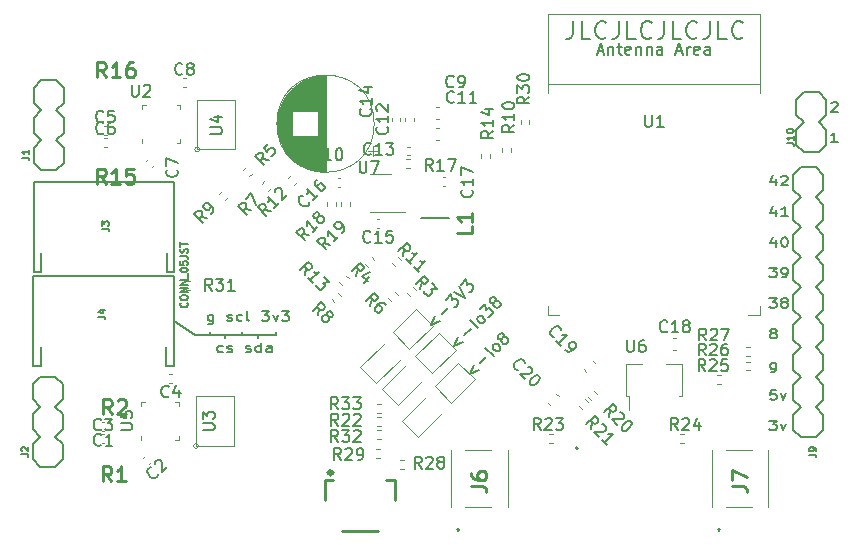
<source format=gbr>
%TF.GenerationSoftware,KiCad,Pcbnew,7.0.2*%
%TF.CreationDate,2023-05-16T16:20:19-04:00*%
%TF.ProjectId,mini_motor_go,6d696e69-5f6d-46f7-946f-725f676f2e6b,rev?*%
%TF.SameCoordinates,Original*%
%TF.FileFunction,Legend,Top*%
%TF.FilePolarity,Positive*%
%FSLAX46Y46*%
G04 Gerber Fmt 4.6, Leading zero omitted, Abs format (unit mm)*
G04 Created by KiCad (PCBNEW 7.0.2) date 2023-05-16 16:20:19*
%MOMM*%
%LPD*%
G01*
G04 APERTURE LIST*
%ADD10C,0.200000*%
%ADD11C,0.150000*%
%ADD12C,0.254000*%
%ADD13C,0.127000*%
%ADD14C,0.120000*%
%ADD15C,0.203200*%
%ADD16C,0.100000*%
%ADD17C,0.398780*%
G04 APERTURE END LIST*
D10*
X160805714Y-52418428D02*
X160805714Y-53489857D01*
X160805714Y-53489857D02*
X160734285Y-53704142D01*
X160734285Y-53704142D02*
X160591428Y-53847000D01*
X160591428Y-53847000D02*
X160377142Y-53918428D01*
X160377142Y-53918428D02*
X160234285Y-53918428D01*
X162234285Y-53918428D02*
X161519999Y-53918428D01*
X161519999Y-53918428D02*
X161519999Y-52418428D01*
X163591428Y-53775571D02*
X163520000Y-53847000D01*
X163520000Y-53847000D02*
X163305714Y-53918428D01*
X163305714Y-53918428D02*
X163162857Y-53918428D01*
X163162857Y-53918428D02*
X162948571Y-53847000D01*
X162948571Y-53847000D02*
X162805714Y-53704142D01*
X162805714Y-53704142D02*
X162734285Y-53561285D01*
X162734285Y-53561285D02*
X162662857Y-53275571D01*
X162662857Y-53275571D02*
X162662857Y-53061285D01*
X162662857Y-53061285D02*
X162734285Y-52775571D01*
X162734285Y-52775571D02*
X162805714Y-52632714D01*
X162805714Y-52632714D02*
X162948571Y-52489857D01*
X162948571Y-52489857D02*
X163162857Y-52418428D01*
X163162857Y-52418428D02*
X163305714Y-52418428D01*
X163305714Y-52418428D02*
X163520000Y-52489857D01*
X163520000Y-52489857D02*
X163591428Y-52561285D01*
X164662857Y-52418428D02*
X164662857Y-53489857D01*
X164662857Y-53489857D02*
X164591428Y-53704142D01*
X164591428Y-53704142D02*
X164448571Y-53847000D01*
X164448571Y-53847000D02*
X164234285Y-53918428D01*
X164234285Y-53918428D02*
X164091428Y-53918428D01*
X166091428Y-53918428D02*
X165377142Y-53918428D01*
X165377142Y-53918428D02*
X165377142Y-52418428D01*
X167448571Y-53775571D02*
X167377143Y-53847000D01*
X167377143Y-53847000D02*
X167162857Y-53918428D01*
X167162857Y-53918428D02*
X167020000Y-53918428D01*
X167020000Y-53918428D02*
X166805714Y-53847000D01*
X166805714Y-53847000D02*
X166662857Y-53704142D01*
X166662857Y-53704142D02*
X166591428Y-53561285D01*
X166591428Y-53561285D02*
X166520000Y-53275571D01*
X166520000Y-53275571D02*
X166520000Y-53061285D01*
X166520000Y-53061285D02*
X166591428Y-52775571D01*
X166591428Y-52775571D02*
X166662857Y-52632714D01*
X166662857Y-52632714D02*
X166805714Y-52489857D01*
X166805714Y-52489857D02*
X167020000Y-52418428D01*
X167020000Y-52418428D02*
X167162857Y-52418428D01*
X167162857Y-52418428D02*
X167377143Y-52489857D01*
X167377143Y-52489857D02*
X167448571Y-52561285D01*
X168520000Y-52418428D02*
X168520000Y-53489857D01*
X168520000Y-53489857D02*
X168448571Y-53704142D01*
X168448571Y-53704142D02*
X168305714Y-53847000D01*
X168305714Y-53847000D02*
X168091428Y-53918428D01*
X168091428Y-53918428D02*
X167948571Y-53918428D01*
X169948571Y-53918428D02*
X169234285Y-53918428D01*
X169234285Y-53918428D02*
X169234285Y-52418428D01*
X171305714Y-53775571D02*
X171234286Y-53847000D01*
X171234286Y-53847000D02*
X171020000Y-53918428D01*
X171020000Y-53918428D02*
X170877143Y-53918428D01*
X170877143Y-53918428D02*
X170662857Y-53847000D01*
X170662857Y-53847000D02*
X170520000Y-53704142D01*
X170520000Y-53704142D02*
X170448571Y-53561285D01*
X170448571Y-53561285D02*
X170377143Y-53275571D01*
X170377143Y-53275571D02*
X170377143Y-53061285D01*
X170377143Y-53061285D02*
X170448571Y-52775571D01*
X170448571Y-52775571D02*
X170520000Y-52632714D01*
X170520000Y-52632714D02*
X170662857Y-52489857D01*
X170662857Y-52489857D02*
X170877143Y-52418428D01*
X170877143Y-52418428D02*
X171020000Y-52418428D01*
X171020000Y-52418428D02*
X171234286Y-52489857D01*
X171234286Y-52489857D02*
X171305714Y-52561285D01*
X172377143Y-52418428D02*
X172377143Y-53489857D01*
X172377143Y-53489857D02*
X172305714Y-53704142D01*
X172305714Y-53704142D02*
X172162857Y-53847000D01*
X172162857Y-53847000D02*
X171948571Y-53918428D01*
X171948571Y-53918428D02*
X171805714Y-53918428D01*
X173805714Y-53918428D02*
X173091428Y-53918428D01*
X173091428Y-53918428D02*
X173091428Y-52418428D01*
X175162857Y-53775571D02*
X175091429Y-53847000D01*
X175091429Y-53847000D02*
X174877143Y-53918428D01*
X174877143Y-53918428D02*
X174734286Y-53918428D01*
X174734286Y-53918428D02*
X174520000Y-53847000D01*
X174520000Y-53847000D02*
X174377143Y-53704142D01*
X174377143Y-53704142D02*
X174305714Y-53561285D01*
X174305714Y-53561285D02*
X174234286Y-53275571D01*
X174234286Y-53275571D02*
X174234286Y-53061285D01*
X174234286Y-53061285D02*
X174305714Y-52775571D01*
X174305714Y-52775571D02*
X174377143Y-52632714D01*
X174377143Y-52632714D02*
X174520000Y-52489857D01*
X174520000Y-52489857D02*
X174734286Y-52418428D01*
X174734286Y-52418428D02*
X174877143Y-52418428D01*
X174877143Y-52418428D02*
X175091429Y-52489857D01*
X175091429Y-52489857D02*
X175162857Y-52561285D01*
D11*
X132737031Y-78740000D02*
X132737031Y-78994000D01*
X134112000Y-79248000D02*
X134112000Y-78994000D01*
X131318000Y-78994000D02*
X131318000Y-79248000D01*
X130048000Y-78994000D02*
X131318000Y-78994000D01*
X134112000Y-78994000D02*
X134112000Y-79248000D01*
X128778000Y-78994000D02*
X135636000Y-78994000D01*
X132737031Y-78994000D02*
X132737031Y-78740000D01*
X130048000Y-78740000D02*
X130048000Y-78994000D01*
X131318000Y-79248000D02*
X131318000Y-78994000D01*
X135636000Y-78994000D02*
X135636000Y-78740000D01*
X126965640Y-77809090D02*
X128778000Y-78994000D01*
X131133048Y-80381064D02*
X131037810Y-80419159D01*
X131037810Y-80419159D02*
X130847334Y-80419159D01*
X130847334Y-80419159D02*
X130752096Y-80381064D01*
X130752096Y-80381064D02*
X130704477Y-80342968D01*
X130704477Y-80342968D02*
X130656858Y-80266778D01*
X130656858Y-80266778D02*
X130656858Y-80038206D01*
X130656858Y-80038206D02*
X130704477Y-79962016D01*
X130704477Y-79962016D02*
X130752096Y-79923921D01*
X130752096Y-79923921D02*
X130847334Y-79885825D01*
X130847334Y-79885825D02*
X131037810Y-79885825D01*
X131037810Y-79885825D02*
X131133048Y-79923921D01*
X131514001Y-80381064D02*
X131609239Y-80419159D01*
X131609239Y-80419159D02*
X131799715Y-80419159D01*
X131799715Y-80419159D02*
X131894953Y-80381064D01*
X131894953Y-80381064D02*
X131942572Y-80304873D01*
X131942572Y-80304873D02*
X131942572Y-80266778D01*
X131942572Y-80266778D02*
X131894953Y-80190587D01*
X131894953Y-80190587D02*
X131799715Y-80152492D01*
X131799715Y-80152492D02*
X131656858Y-80152492D01*
X131656858Y-80152492D02*
X131561620Y-80114397D01*
X131561620Y-80114397D02*
X131514001Y-80038206D01*
X131514001Y-80038206D02*
X131514001Y-80000111D01*
X131514001Y-80000111D02*
X131561620Y-79923921D01*
X131561620Y-79923921D02*
X131656858Y-79885825D01*
X131656858Y-79885825D02*
X131799715Y-79885825D01*
X131799715Y-79885825D02*
X131894953Y-79923921D01*
X133085430Y-80381064D02*
X133180668Y-80419159D01*
X133180668Y-80419159D02*
X133371144Y-80419159D01*
X133371144Y-80419159D02*
X133466382Y-80381064D01*
X133466382Y-80381064D02*
X133514001Y-80304873D01*
X133514001Y-80304873D02*
X133514001Y-80266778D01*
X133514001Y-80266778D02*
X133466382Y-80190587D01*
X133466382Y-80190587D02*
X133371144Y-80152492D01*
X133371144Y-80152492D02*
X133228287Y-80152492D01*
X133228287Y-80152492D02*
X133133049Y-80114397D01*
X133133049Y-80114397D02*
X133085430Y-80038206D01*
X133085430Y-80038206D02*
X133085430Y-80000111D01*
X133085430Y-80000111D02*
X133133049Y-79923921D01*
X133133049Y-79923921D02*
X133228287Y-79885825D01*
X133228287Y-79885825D02*
X133371144Y-79885825D01*
X133371144Y-79885825D02*
X133466382Y-79923921D01*
X134371144Y-80419159D02*
X134371144Y-79619159D01*
X134371144Y-80381064D02*
X134275906Y-80419159D01*
X134275906Y-80419159D02*
X134085430Y-80419159D01*
X134085430Y-80419159D02*
X133990192Y-80381064D01*
X133990192Y-80381064D02*
X133942573Y-80342968D01*
X133942573Y-80342968D02*
X133894954Y-80266778D01*
X133894954Y-80266778D02*
X133894954Y-80038206D01*
X133894954Y-80038206D02*
X133942573Y-79962016D01*
X133942573Y-79962016D02*
X133990192Y-79923921D01*
X133990192Y-79923921D02*
X134085430Y-79885825D01*
X134085430Y-79885825D02*
X134275906Y-79885825D01*
X134275906Y-79885825D02*
X134371144Y-79923921D01*
X135275906Y-80419159D02*
X135275906Y-80000111D01*
X135275906Y-80000111D02*
X135228287Y-79923921D01*
X135228287Y-79923921D02*
X135133049Y-79885825D01*
X135133049Y-79885825D02*
X134942573Y-79885825D01*
X134942573Y-79885825D02*
X134847335Y-79923921D01*
X135275906Y-80381064D02*
X135180668Y-80419159D01*
X135180668Y-80419159D02*
X134942573Y-80419159D01*
X134942573Y-80419159D02*
X134847335Y-80381064D01*
X134847335Y-80381064D02*
X134799716Y-80304873D01*
X134799716Y-80304873D02*
X134799716Y-80228683D01*
X134799716Y-80228683D02*
X134847335Y-80152492D01*
X134847335Y-80152492D02*
X134942573Y-80114397D01*
X134942573Y-80114397D02*
X135180668Y-80114397D01*
X135180668Y-80114397D02*
X135275906Y-80076302D01*
X177941099Y-65775345D02*
X177941099Y-66308679D01*
X177703004Y-65470584D02*
X177464909Y-66042012D01*
X177464909Y-66042012D02*
X178083956Y-66042012D01*
X178417290Y-65584869D02*
X178464909Y-65546774D01*
X178464909Y-65546774D02*
X178560147Y-65508679D01*
X178560147Y-65508679D02*
X178798242Y-65508679D01*
X178798242Y-65508679D02*
X178893480Y-65546774D01*
X178893480Y-65546774D02*
X178941099Y-65584869D01*
X178941099Y-65584869D02*
X178988718Y-65661060D01*
X178988718Y-65661060D02*
X178988718Y-65737250D01*
X178988718Y-65737250D02*
X178941099Y-65851536D01*
X178941099Y-65851536D02*
X178369671Y-66308679D01*
X178369671Y-66308679D02*
X178988718Y-66308679D01*
X177941099Y-68367345D02*
X177941099Y-68900679D01*
X177703004Y-68062584D02*
X177464909Y-68634012D01*
X177464909Y-68634012D02*
X178083956Y-68634012D01*
X178988718Y-68900679D02*
X178417290Y-68900679D01*
X178703004Y-68900679D02*
X178703004Y-68100679D01*
X178703004Y-68100679D02*
X178607766Y-68214964D01*
X178607766Y-68214964D02*
X178512528Y-68291155D01*
X178512528Y-68291155D02*
X178417290Y-68329250D01*
X177941099Y-70959345D02*
X177941099Y-71492679D01*
X177703004Y-70654584D02*
X177464909Y-71226012D01*
X177464909Y-71226012D02*
X178083956Y-71226012D01*
X178655385Y-70692679D02*
X178750623Y-70692679D01*
X178750623Y-70692679D02*
X178845861Y-70730774D01*
X178845861Y-70730774D02*
X178893480Y-70768869D01*
X178893480Y-70768869D02*
X178941099Y-70845060D01*
X178941099Y-70845060D02*
X178988718Y-70997441D01*
X178988718Y-70997441D02*
X178988718Y-71187917D01*
X178988718Y-71187917D02*
X178941099Y-71340298D01*
X178941099Y-71340298D02*
X178893480Y-71416488D01*
X178893480Y-71416488D02*
X178845861Y-71454584D01*
X178845861Y-71454584D02*
X178750623Y-71492679D01*
X178750623Y-71492679D02*
X178655385Y-71492679D01*
X178655385Y-71492679D02*
X178560147Y-71454584D01*
X178560147Y-71454584D02*
X178512528Y-71416488D01*
X178512528Y-71416488D02*
X178464909Y-71340298D01*
X178464909Y-71340298D02*
X178417290Y-71187917D01*
X178417290Y-71187917D02*
X178417290Y-70997441D01*
X178417290Y-70997441D02*
X178464909Y-70845060D01*
X178464909Y-70845060D02*
X178512528Y-70768869D01*
X178512528Y-70768869D02*
X178560147Y-70730774D01*
X178560147Y-70730774D02*
X178655385Y-70692679D01*
X177417290Y-73284679D02*
X178036337Y-73284679D01*
X178036337Y-73284679D02*
X177703004Y-73589441D01*
X177703004Y-73589441D02*
X177845861Y-73589441D01*
X177845861Y-73589441D02*
X177941099Y-73627536D01*
X177941099Y-73627536D02*
X177988718Y-73665631D01*
X177988718Y-73665631D02*
X178036337Y-73741822D01*
X178036337Y-73741822D02*
X178036337Y-73932298D01*
X178036337Y-73932298D02*
X177988718Y-74008488D01*
X177988718Y-74008488D02*
X177941099Y-74046584D01*
X177941099Y-74046584D02*
X177845861Y-74084679D01*
X177845861Y-74084679D02*
X177560147Y-74084679D01*
X177560147Y-74084679D02*
X177464909Y-74046584D01*
X177464909Y-74046584D02*
X177417290Y-74008488D01*
X178512528Y-74084679D02*
X178703004Y-74084679D01*
X178703004Y-74084679D02*
X178798242Y-74046584D01*
X178798242Y-74046584D02*
X178845861Y-74008488D01*
X178845861Y-74008488D02*
X178941099Y-73894203D01*
X178941099Y-73894203D02*
X178988718Y-73741822D01*
X178988718Y-73741822D02*
X178988718Y-73437060D01*
X178988718Y-73437060D02*
X178941099Y-73360869D01*
X178941099Y-73360869D02*
X178893480Y-73322774D01*
X178893480Y-73322774D02*
X178798242Y-73284679D01*
X178798242Y-73284679D02*
X178607766Y-73284679D01*
X178607766Y-73284679D02*
X178512528Y-73322774D01*
X178512528Y-73322774D02*
X178464909Y-73360869D01*
X178464909Y-73360869D02*
X178417290Y-73437060D01*
X178417290Y-73437060D02*
X178417290Y-73627536D01*
X178417290Y-73627536D02*
X178464909Y-73703726D01*
X178464909Y-73703726D02*
X178512528Y-73741822D01*
X178512528Y-73741822D02*
X178607766Y-73779917D01*
X178607766Y-73779917D02*
X178798242Y-73779917D01*
X178798242Y-73779917D02*
X178893480Y-73741822D01*
X178893480Y-73741822D02*
X178941099Y-73703726D01*
X178941099Y-73703726D02*
X178988718Y-73627536D01*
X177417290Y-75876679D02*
X178036337Y-75876679D01*
X178036337Y-75876679D02*
X177703004Y-76181441D01*
X177703004Y-76181441D02*
X177845861Y-76181441D01*
X177845861Y-76181441D02*
X177941099Y-76219536D01*
X177941099Y-76219536D02*
X177988718Y-76257631D01*
X177988718Y-76257631D02*
X178036337Y-76333822D01*
X178036337Y-76333822D02*
X178036337Y-76524298D01*
X178036337Y-76524298D02*
X177988718Y-76600488D01*
X177988718Y-76600488D02*
X177941099Y-76638584D01*
X177941099Y-76638584D02*
X177845861Y-76676679D01*
X177845861Y-76676679D02*
X177560147Y-76676679D01*
X177560147Y-76676679D02*
X177464909Y-76638584D01*
X177464909Y-76638584D02*
X177417290Y-76600488D01*
X178607766Y-76219536D02*
X178512528Y-76181441D01*
X178512528Y-76181441D02*
X178464909Y-76143345D01*
X178464909Y-76143345D02*
X178417290Y-76067155D01*
X178417290Y-76067155D02*
X178417290Y-76029060D01*
X178417290Y-76029060D02*
X178464909Y-75952869D01*
X178464909Y-75952869D02*
X178512528Y-75914774D01*
X178512528Y-75914774D02*
X178607766Y-75876679D01*
X178607766Y-75876679D02*
X178798242Y-75876679D01*
X178798242Y-75876679D02*
X178893480Y-75914774D01*
X178893480Y-75914774D02*
X178941099Y-75952869D01*
X178941099Y-75952869D02*
X178988718Y-76029060D01*
X178988718Y-76029060D02*
X178988718Y-76067155D01*
X178988718Y-76067155D02*
X178941099Y-76143345D01*
X178941099Y-76143345D02*
X178893480Y-76181441D01*
X178893480Y-76181441D02*
X178798242Y-76219536D01*
X178798242Y-76219536D02*
X178607766Y-76219536D01*
X178607766Y-76219536D02*
X178512528Y-76257631D01*
X178512528Y-76257631D02*
X178464909Y-76295726D01*
X178464909Y-76295726D02*
X178417290Y-76371917D01*
X178417290Y-76371917D02*
X178417290Y-76524298D01*
X178417290Y-76524298D02*
X178464909Y-76600488D01*
X178464909Y-76600488D02*
X178512528Y-76638584D01*
X178512528Y-76638584D02*
X178607766Y-76676679D01*
X178607766Y-76676679D02*
X178798242Y-76676679D01*
X178798242Y-76676679D02*
X178893480Y-76638584D01*
X178893480Y-76638584D02*
X178941099Y-76600488D01*
X178941099Y-76600488D02*
X178988718Y-76524298D01*
X178988718Y-76524298D02*
X178988718Y-76371917D01*
X178988718Y-76371917D02*
X178941099Y-76295726D01*
X178941099Y-76295726D02*
X178893480Y-76257631D01*
X178893480Y-76257631D02*
X178798242Y-76219536D01*
X177655385Y-78811536D02*
X177560147Y-78773441D01*
X177560147Y-78773441D02*
X177512528Y-78735345D01*
X177512528Y-78735345D02*
X177464909Y-78659155D01*
X177464909Y-78659155D02*
X177464909Y-78621060D01*
X177464909Y-78621060D02*
X177512528Y-78544869D01*
X177512528Y-78544869D02*
X177560147Y-78506774D01*
X177560147Y-78506774D02*
X177655385Y-78468679D01*
X177655385Y-78468679D02*
X177845861Y-78468679D01*
X177845861Y-78468679D02*
X177941099Y-78506774D01*
X177941099Y-78506774D02*
X177988718Y-78544869D01*
X177988718Y-78544869D02*
X178036337Y-78621060D01*
X178036337Y-78621060D02*
X178036337Y-78659155D01*
X178036337Y-78659155D02*
X177988718Y-78735345D01*
X177988718Y-78735345D02*
X177941099Y-78773441D01*
X177941099Y-78773441D02*
X177845861Y-78811536D01*
X177845861Y-78811536D02*
X177655385Y-78811536D01*
X177655385Y-78811536D02*
X177560147Y-78849631D01*
X177560147Y-78849631D02*
X177512528Y-78887726D01*
X177512528Y-78887726D02*
X177464909Y-78963917D01*
X177464909Y-78963917D02*
X177464909Y-79116298D01*
X177464909Y-79116298D02*
X177512528Y-79192488D01*
X177512528Y-79192488D02*
X177560147Y-79230584D01*
X177560147Y-79230584D02*
X177655385Y-79268679D01*
X177655385Y-79268679D02*
X177845861Y-79268679D01*
X177845861Y-79268679D02*
X177941099Y-79230584D01*
X177941099Y-79230584D02*
X177988718Y-79192488D01*
X177988718Y-79192488D02*
X178036337Y-79116298D01*
X178036337Y-79116298D02*
X178036337Y-78963917D01*
X178036337Y-78963917D02*
X177988718Y-78887726D01*
X177988718Y-78887726D02*
X177941099Y-78849631D01*
X177941099Y-78849631D02*
X177845861Y-78811536D01*
X177941099Y-81327345D02*
X177941099Y-81974964D01*
X177941099Y-81974964D02*
X177893480Y-82051155D01*
X177893480Y-82051155D02*
X177845861Y-82089250D01*
X177845861Y-82089250D02*
X177750623Y-82127345D01*
X177750623Y-82127345D02*
X177607766Y-82127345D01*
X177607766Y-82127345D02*
X177512528Y-82089250D01*
X177941099Y-81822584D02*
X177845861Y-81860679D01*
X177845861Y-81860679D02*
X177655385Y-81860679D01*
X177655385Y-81860679D02*
X177560147Y-81822584D01*
X177560147Y-81822584D02*
X177512528Y-81784488D01*
X177512528Y-81784488D02*
X177464909Y-81708298D01*
X177464909Y-81708298D02*
X177464909Y-81479726D01*
X177464909Y-81479726D02*
X177512528Y-81403536D01*
X177512528Y-81403536D02*
X177560147Y-81365441D01*
X177560147Y-81365441D02*
X177655385Y-81327345D01*
X177655385Y-81327345D02*
X177845861Y-81327345D01*
X177845861Y-81327345D02*
X177941099Y-81365441D01*
X177988718Y-83652679D02*
X177512528Y-83652679D01*
X177512528Y-83652679D02*
X177464909Y-84033631D01*
X177464909Y-84033631D02*
X177512528Y-83995536D01*
X177512528Y-83995536D02*
X177607766Y-83957441D01*
X177607766Y-83957441D02*
X177845861Y-83957441D01*
X177845861Y-83957441D02*
X177941099Y-83995536D01*
X177941099Y-83995536D02*
X177988718Y-84033631D01*
X177988718Y-84033631D02*
X178036337Y-84109822D01*
X178036337Y-84109822D02*
X178036337Y-84300298D01*
X178036337Y-84300298D02*
X177988718Y-84376488D01*
X177988718Y-84376488D02*
X177941099Y-84414584D01*
X177941099Y-84414584D02*
X177845861Y-84452679D01*
X177845861Y-84452679D02*
X177607766Y-84452679D01*
X177607766Y-84452679D02*
X177512528Y-84414584D01*
X177512528Y-84414584D02*
X177464909Y-84376488D01*
X178369671Y-83919345D02*
X178607766Y-84452679D01*
X178607766Y-84452679D02*
X178845861Y-83919345D01*
X177417290Y-86244679D02*
X178036337Y-86244679D01*
X178036337Y-86244679D02*
X177703004Y-86549441D01*
X177703004Y-86549441D02*
X177845861Y-86549441D01*
X177845861Y-86549441D02*
X177941099Y-86587536D01*
X177941099Y-86587536D02*
X177988718Y-86625631D01*
X177988718Y-86625631D02*
X178036337Y-86701822D01*
X178036337Y-86701822D02*
X178036337Y-86892298D01*
X178036337Y-86892298D02*
X177988718Y-86968488D01*
X177988718Y-86968488D02*
X177941099Y-87006584D01*
X177941099Y-87006584D02*
X177845861Y-87044679D01*
X177845861Y-87044679D02*
X177560147Y-87044679D01*
X177560147Y-87044679D02*
X177464909Y-87006584D01*
X177464909Y-87006584D02*
X177417290Y-86968488D01*
X178369671Y-86511345D02*
X178607766Y-87044679D01*
X178607766Y-87044679D02*
X178845861Y-86511345D01*
X130320783Y-77252840D02*
X130320783Y-77900459D01*
X130320783Y-77900459D02*
X130273164Y-77976650D01*
X130273164Y-77976650D02*
X130225545Y-78014745D01*
X130225545Y-78014745D02*
X130130307Y-78052840D01*
X130130307Y-78052840D02*
X129987450Y-78052840D01*
X129987450Y-78052840D02*
X129892212Y-78014745D01*
X130320783Y-77748079D02*
X130225545Y-77786174D01*
X130225545Y-77786174D02*
X130035069Y-77786174D01*
X130035069Y-77786174D02*
X129939831Y-77748079D01*
X129939831Y-77748079D02*
X129892212Y-77709983D01*
X129892212Y-77709983D02*
X129844593Y-77633793D01*
X129844593Y-77633793D02*
X129844593Y-77405221D01*
X129844593Y-77405221D02*
X129892212Y-77329031D01*
X129892212Y-77329031D02*
X129939831Y-77290936D01*
X129939831Y-77290936D02*
X130035069Y-77252840D01*
X130035069Y-77252840D02*
X130225545Y-77252840D01*
X130225545Y-77252840D02*
X130320783Y-77290936D01*
X131511260Y-77748079D02*
X131606498Y-77786174D01*
X131606498Y-77786174D02*
X131796974Y-77786174D01*
X131796974Y-77786174D02*
X131892212Y-77748079D01*
X131892212Y-77748079D02*
X131939831Y-77671888D01*
X131939831Y-77671888D02*
X131939831Y-77633793D01*
X131939831Y-77633793D02*
X131892212Y-77557602D01*
X131892212Y-77557602D02*
X131796974Y-77519507D01*
X131796974Y-77519507D02*
X131654117Y-77519507D01*
X131654117Y-77519507D02*
X131558879Y-77481412D01*
X131558879Y-77481412D02*
X131511260Y-77405221D01*
X131511260Y-77405221D02*
X131511260Y-77367126D01*
X131511260Y-77367126D02*
X131558879Y-77290936D01*
X131558879Y-77290936D02*
X131654117Y-77252840D01*
X131654117Y-77252840D02*
X131796974Y-77252840D01*
X131796974Y-77252840D02*
X131892212Y-77290936D01*
X132796974Y-77748079D02*
X132701736Y-77786174D01*
X132701736Y-77786174D02*
X132511260Y-77786174D01*
X132511260Y-77786174D02*
X132416022Y-77748079D01*
X132416022Y-77748079D02*
X132368403Y-77709983D01*
X132368403Y-77709983D02*
X132320784Y-77633793D01*
X132320784Y-77633793D02*
X132320784Y-77405221D01*
X132320784Y-77405221D02*
X132368403Y-77329031D01*
X132368403Y-77329031D02*
X132416022Y-77290936D01*
X132416022Y-77290936D02*
X132511260Y-77252840D01*
X132511260Y-77252840D02*
X132701736Y-77252840D01*
X132701736Y-77252840D02*
X132796974Y-77290936D01*
X133368403Y-77786174D02*
X133273165Y-77748079D01*
X133273165Y-77748079D02*
X133225546Y-77671888D01*
X133225546Y-77671888D02*
X133225546Y-76986174D01*
X134416023Y-76986174D02*
X135035070Y-76986174D01*
X135035070Y-76986174D02*
X134701737Y-77290936D01*
X134701737Y-77290936D02*
X134844594Y-77290936D01*
X134844594Y-77290936D02*
X134939832Y-77329031D01*
X134939832Y-77329031D02*
X134987451Y-77367126D01*
X134987451Y-77367126D02*
X135035070Y-77443317D01*
X135035070Y-77443317D02*
X135035070Y-77633793D01*
X135035070Y-77633793D02*
X134987451Y-77709983D01*
X134987451Y-77709983D02*
X134939832Y-77748079D01*
X134939832Y-77748079D02*
X134844594Y-77786174D01*
X134844594Y-77786174D02*
X134558880Y-77786174D01*
X134558880Y-77786174D02*
X134463642Y-77748079D01*
X134463642Y-77748079D02*
X134416023Y-77709983D01*
X135368404Y-77252840D02*
X135606499Y-77786174D01*
X135606499Y-77786174D02*
X135844594Y-77252840D01*
X136130309Y-76986174D02*
X136749356Y-76986174D01*
X136749356Y-76986174D02*
X136416023Y-77290936D01*
X136416023Y-77290936D02*
X136558880Y-77290936D01*
X136558880Y-77290936D02*
X136654118Y-77329031D01*
X136654118Y-77329031D02*
X136701737Y-77367126D01*
X136701737Y-77367126D02*
X136749356Y-77443317D01*
X136749356Y-77443317D02*
X136749356Y-77633793D01*
X136749356Y-77633793D02*
X136701737Y-77709983D01*
X136701737Y-77709983D02*
X136654118Y-77748079D01*
X136654118Y-77748079D02*
X136558880Y-77786174D01*
X136558880Y-77786174D02*
X136273166Y-77786174D01*
X136273166Y-77786174D02*
X136177928Y-77748079D01*
X136177928Y-77748079D02*
X136130309Y-77709983D01*
X182640721Y-59334623D02*
X182688340Y-59296528D01*
X182688340Y-59296528D02*
X182783578Y-59258433D01*
X182783578Y-59258433D02*
X183021673Y-59258433D01*
X183021673Y-59258433D02*
X183116911Y-59296528D01*
X183116911Y-59296528D02*
X183164530Y-59334623D01*
X183164530Y-59334623D02*
X183212149Y-59410814D01*
X183212149Y-59410814D02*
X183212149Y-59487004D01*
X183212149Y-59487004D02*
X183164530Y-59601290D01*
X183164530Y-59601290D02*
X182593102Y-60058433D01*
X182593102Y-60058433D02*
X183212149Y-60058433D01*
X183212149Y-62650433D02*
X182640721Y-62650433D01*
X182926435Y-62650433D02*
X182926435Y-61850433D01*
X182926435Y-61850433D02*
X182831197Y-61964718D01*
X182831197Y-61964718D02*
X182735959Y-62040909D01*
X182735959Y-62040909D02*
X182640721Y-62079004D01*
D12*
%TO.C,R1*%
X121691777Y-91376969D02*
X121268443Y-90772207D01*
X120966062Y-91376969D02*
X120966062Y-90106969D01*
X120966062Y-90106969D02*
X121449872Y-90106969D01*
X121449872Y-90106969D02*
X121570824Y-90167445D01*
X121570824Y-90167445D02*
X121631301Y-90227921D01*
X121631301Y-90227921D02*
X121691777Y-90348873D01*
X121691777Y-90348873D02*
X121691777Y-90530302D01*
X121691777Y-90530302D02*
X121631301Y-90651254D01*
X121631301Y-90651254D02*
X121570824Y-90711731D01*
X121570824Y-90711731D02*
X121449872Y-90772207D01*
X121449872Y-90772207D02*
X120966062Y-90772207D01*
X122901301Y-91376969D02*
X122175586Y-91376969D01*
X122538443Y-91376969D02*
X122538443Y-90106969D01*
X122538443Y-90106969D02*
X122417491Y-90288397D01*
X122417491Y-90288397D02*
X122296539Y-90409350D01*
X122296539Y-90409350D02*
X122175586Y-90469826D01*
%TO.C,R2*%
X121756596Y-85680835D02*
X121333262Y-85076073D01*
X121030881Y-85680835D02*
X121030881Y-84410835D01*
X121030881Y-84410835D02*
X121514691Y-84410835D01*
X121514691Y-84410835D02*
X121635643Y-84471311D01*
X121635643Y-84471311D02*
X121696120Y-84531787D01*
X121696120Y-84531787D02*
X121756596Y-84652739D01*
X121756596Y-84652739D02*
X121756596Y-84834168D01*
X121756596Y-84834168D02*
X121696120Y-84955120D01*
X121696120Y-84955120D02*
X121635643Y-85015597D01*
X121635643Y-85015597D02*
X121514691Y-85076073D01*
X121514691Y-85076073D02*
X121030881Y-85076073D01*
X122240405Y-84531787D02*
X122300881Y-84471311D01*
X122300881Y-84471311D02*
X122421834Y-84410835D01*
X122421834Y-84410835D02*
X122724215Y-84410835D01*
X122724215Y-84410835D02*
X122845167Y-84471311D01*
X122845167Y-84471311D02*
X122905643Y-84531787D01*
X122905643Y-84531787D02*
X122966120Y-84652739D01*
X122966120Y-84652739D02*
X122966120Y-84773692D01*
X122966120Y-84773692D02*
X122905643Y-84955120D01*
X122905643Y-84955120D02*
X122179929Y-85680835D01*
X122179929Y-85680835D02*
X122966120Y-85680835D01*
%TO.C,R15*%
X121225870Y-66156941D02*
X120802536Y-65552179D01*
X120500155Y-66156941D02*
X120500155Y-64886941D01*
X120500155Y-64886941D02*
X120983965Y-64886941D01*
X120983965Y-64886941D02*
X121104917Y-64947417D01*
X121104917Y-64947417D02*
X121165394Y-65007893D01*
X121165394Y-65007893D02*
X121225870Y-65128845D01*
X121225870Y-65128845D02*
X121225870Y-65310274D01*
X121225870Y-65310274D02*
X121165394Y-65431226D01*
X121165394Y-65431226D02*
X121104917Y-65491703D01*
X121104917Y-65491703D02*
X120983965Y-65552179D01*
X120983965Y-65552179D02*
X120500155Y-65552179D01*
X122435394Y-66156941D02*
X121709679Y-66156941D01*
X122072536Y-66156941D02*
X122072536Y-64886941D01*
X122072536Y-64886941D02*
X121951584Y-65068369D01*
X121951584Y-65068369D02*
X121830632Y-65189322D01*
X121830632Y-65189322D02*
X121709679Y-65249798D01*
X123584441Y-64886941D02*
X122979679Y-64886941D01*
X122979679Y-64886941D02*
X122919203Y-65491703D01*
X122919203Y-65491703D02*
X122979679Y-65431226D01*
X122979679Y-65431226D02*
X123100632Y-65370750D01*
X123100632Y-65370750D02*
X123403013Y-65370750D01*
X123403013Y-65370750D02*
X123523965Y-65431226D01*
X123523965Y-65431226D02*
X123584441Y-65491703D01*
X123584441Y-65491703D02*
X123644918Y-65612655D01*
X123644918Y-65612655D02*
X123644918Y-65915036D01*
X123644918Y-65915036D02*
X123584441Y-66035988D01*
X123584441Y-66035988D02*
X123523965Y-66096465D01*
X123523965Y-66096465D02*
X123403013Y-66156941D01*
X123403013Y-66156941D02*
X123100632Y-66156941D01*
X123100632Y-66156941D02*
X122979679Y-66096465D01*
X122979679Y-66096465D02*
X122919203Y-66035988D01*
%TO.C,R16*%
X121245181Y-57158731D02*
X120821847Y-56553969D01*
X120519466Y-57158731D02*
X120519466Y-55888731D01*
X120519466Y-55888731D02*
X121003276Y-55888731D01*
X121003276Y-55888731D02*
X121124228Y-55949207D01*
X121124228Y-55949207D02*
X121184705Y-56009683D01*
X121184705Y-56009683D02*
X121245181Y-56130635D01*
X121245181Y-56130635D02*
X121245181Y-56312064D01*
X121245181Y-56312064D02*
X121184705Y-56433016D01*
X121184705Y-56433016D02*
X121124228Y-56493493D01*
X121124228Y-56493493D02*
X121003276Y-56553969D01*
X121003276Y-56553969D02*
X120519466Y-56553969D01*
X122454705Y-57158731D02*
X121728990Y-57158731D01*
X122091847Y-57158731D02*
X122091847Y-55888731D01*
X122091847Y-55888731D02*
X121970895Y-56070159D01*
X121970895Y-56070159D02*
X121849943Y-56191112D01*
X121849943Y-56191112D02*
X121728990Y-56251588D01*
X123543276Y-55888731D02*
X123301371Y-55888731D01*
X123301371Y-55888731D02*
X123180419Y-55949207D01*
X123180419Y-55949207D02*
X123119943Y-56009683D01*
X123119943Y-56009683D02*
X122998990Y-56191112D01*
X122998990Y-56191112D02*
X122938514Y-56433016D01*
X122938514Y-56433016D02*
X122938514Y-56916826D01*
X122938514Y-56916826D02*
X122998990Y-57037778D01*
X122998990Y-57037778D02*
X123059467Y-57098255D01*
X123059467Y-57098255D02*
X123180419Y-57158731D01*
X123180419Y-57158731D02*
X123422324Y-57158731D01*
X123422324Y-57158731D02*
X123543276Y-57098255D01*
X123543276Y-57098255D02*
X123603752Y-57037778D01*
X123603752Y-57037778D02*
X123664229Y-56916826D01*
X123664229Y-56916826D02*
X123664229Y-56614445D01*
X123664229Y-56614445D02*
X123603752Y-56493493D01*
X123603752Y-56493493D02*
X123543276Y-56433016D01*
X123543276Y-56433016D02*
X123422324Y-56372540D01*
X123422324Y-56372540D02*
X123180419Y-56372540D01*
X123180419Y-56372540D02*
X123059467Y-56433016D01*
X123059467Y-56433016D02*
X122998990Y-56493493D01*
X122998990Y-56493493D02*
X122938514Y-56614445D01*
D11*
%TO.C,U5*%
X122482557Y-87005997D02*
X123292080Y-87005997D01*
X123292080Y-87005997D02*
X123387318Y-86958378D01*
X123387318Y-86958378D02*
X123434938Y-86910759D01*
X123434938Y-86910759D02*
X123482557Y-86815521D01*
X123482557Y-86815521D02*
X123482557Y-86625045D01*
X123482557Y-86625045D02*
X123434938Y-86529807D01*
X123434938Y-86529807D02*
X123387318Y-86482188D01*
X123387318Y-86482188D02*
X123292080Y-86434569D01*
X123292080Y-86434569D02*
X122482557Y-86434569D01*
X122482557Y-85482188D02*
X122482557Y-85958378D01*
X122482557Y-85958378D02*
X122958747Y-86005997D01*
X122958747Y-86005997D02*
X122911128Y-85958378D01*
X122911128Y-85958378D02*
X122863509Y-85863140D01*
X122863509Y-85863140D02*
X122863509Y-85625045D01*
X122863509Y-85625045D02*
X122911128Y-85529807D01*
X122911128Y-85529807D02*
X122958747Y-85482188D01*
X122958747Y-85482188D02*
X123053985Y-85434569D01*
X123053985Y-85434569D02*
X123292080Y-85434569D01*
X123292080Y-85434569D02*
X123387318Y-85482188D01*
X123387318Y-85482188D02*
X123434938Y-85529807D01*
X123434938Y-85529807D02*
X123482557Y-85625045D01*
X123482557Y-85625045D02*
X123482557Y-85863140D01*
X123482557Y-85863140D02*
X123434938Y-85958378D01*
X123434938Y-85958378D02*
X123387318Y-86005997D01*
%TO.C,U2*%
X123432095Y-57789419D02*
X123432095Y-58598942D01*
X123432095Y-58598942D02*
X123479714Y-58694180D01*
X123479714Y-58694180D02*
X123527333Y-58741800D01*
X123527333Y-58741800D02*
X123622571Y-58789419D01*
X123622571Y-58789419D02*
X123813047Y-58789419D01*
X123813047Y-58789419D02*
X123908285Y-58741800D01*
X123908285Y-58741800D02*
X123955904Y-58694180D01*
X123955904Y-58694180D02*
X124003523Y-58598942D01*
X124003523Y-58598942D02*
X124003523Y-57789419D01*
X124432095Y-57884657D02*
X124479714Y-57837038D01*
X124479714Y-57837038D02*
X124574952Y-57789419D01*
X124574952Y-57789419D02*
X124813047Y-57789419D01*
X124813047Y-57789419D02*
X124908285Y-57837038D01*
X124908285Y-57837038D02*
X124955904Y-57884657D01*
X124955904Y-57884657D02*
X125003523Y-57979895D01*
X125003523Y-57979895D02*
X125003523Y-58075133D01*
X125003523Y-58075133D02*
X124955904Y-58217990D01*
X124955904Y-58217990D02*
X124384476Y-58789419D01*
X124384476Y-58789419D02*
X125003523Y-58789419D01*
%TO.C,C2*%
X125665167Y-90763612D02*
X125665167Y-90830955D01*
X125665167Y-90830955D02*
X125597824Y-90965642D01*
X125597824Y-90965642D02*
X125530480Y-91032986D01*
X125530480Y-91032986D02*
X125395793Y-91100329D01*
X125395793Y-91100329D02*
X125261106Y-91100329D01*
X125261106Y-91100329D02*
X125160091Y-91066658D01*
X125160091Y-91066658D02*
X124991732Y-90965642D01*
X124991732Y-90965642D02*
X124890717Y-90864627D01*
X124890717Y-90864627D02*
X124789702Y-90696268D01*
X124789702Y-90696268D02*
X124756030Y-90595253D01*
X124756030Y-90595253D02*
X124756030Y-90460566D01*
X124756030Y-90460566D02*
X124823373Y-90325879D01*
X124823373Y-90325879D02*
X124890717Y-90258536D01*
X124890717Y-90258536D02*
X125025404Y-90191192D01*
X125025404Y-90191192D02*
X125092747Y-90191192D01*
X125362122Y-89921818D02*
X125362122Y-89854475D01*
X125362122Y-89854475D02*
X125395793Y-89753459D01*
X125395793Y-89753459D02*
X125564152Y-89585101D01*
X125564152Y-89585101D02*
X125665167Y-89551429D01*
X125665167Y-89551429D02*
X125732511Y-89551429D01*
X125732511Y-89551429D02*
X125833526Y-89585101D01*
X125833526Y-89585101D02*
X125900870Y-89652444D01*
X125900870Y-89652444D02*
X125968213Y-89787131D01*
X125968213Y-89787131D02*
X125968213Y-90595253D01*
X125968213Y-90595253D02*
X126405946Y-90157520D01*
%TO.C,R14*%
X154032619Y-61692357D02*
X153556428Y-62025690D01*
X154032619Y-62263785D02*
X153032619Y-62263785D01*
X153032619Y-62263785D02*
X153032619Y-61882833D01*
X153032619Y-61882833D02*
X153080238Y-61787595D01*
X153080238Y-61787595D02*
X153127857Y-61739976D01*
X153127857Y-61739976D02*
X153223095Y-61692357D01*
X153223095Y-61692357D02*
X153365952Y-61692357D01*
X153365952Y-61692357D02*
X153461190Y-61739976D01*
X153461190Y-61739976D02*
X153508809Y-61787595D01*
X153508809Y-61787595D02*
X153556428Y-61882833D01*
X153556428Y-61882833D02*
X153556428Y-62263785D01*
X154032619Y-60739976D02*
X154032619Y-61311404D01*
X154032619Y-61025690D02*
X153032619Y-61025690D01*
X153032619Y-61025690D02*
X153175476Y-61120928D01*
X153175476Y-61120928D02*
X153270714Y-61216166D01*
X153270714Y-61216166D02*
X153318333Y-61311404D01*
X153365952Y-59882833D02*
X154032619Y-59882833D01*
X152985000Y-60120928D02*
X153699285Y-60359023D01*
X153699285Y-60359023D02*
X153699285Y-59739976D01*
D13*
%TO.C,J4*%
X120562372Y-77419199D02*
X120997801Y-77419199D01*
X120997801Y-77419199D02*
X121084886Y-77448228D01*
X121084886Y-77448228D02*
X121142944Y-77506285D01*
X121142944Y-77506285D02*
X121171972Y-77593371D01*
X121171972Y-77593371D02*
X121171972Y-77651428D01*
X120765572Y-76867657D02*
X121171972Y-76867657D01*
X120533344Y-77012799D02*
X120968772Y-77157942D01*
X120968772Y-77157942D02*
X120968772Y-76780571D01*
X128098915Y-76250799D02*
X128127944Y-76279827D01*
X128127944Y-76279827D02*
X128156972Y-76366913D01*
X128156972Y-76366913D02*
X128156972Y-76424970D01*
X128156972Y-76424970D02*
X128127944Y-76512056D01*
X128127944Y-76512056D02*
X128069886Y-76570113D01*
X128069886Y-76570113D02*
X128011829Y-76599142D01*
X128011829Y-76599142D02*
X127895715Y-76628170D01*
X127895715Y-76628170D02*
X127808629Y-76628170D01*
X127808629Y-76628170D02*
X127692515Y-76599142D01*
X127692515Y-76599142D02*
X127634458Y-76570113D01*
X127634458Y-76570113D02*
X127576401Y-76512056D01*
X127576401Y-76512056D02*
X127547372Y-76424970D01*
X127547372Y-76424970D02*
X127547372Y-76366913D01*
X127547372Y-76366913D02*
X127576401Y-76279827D01*
X127576401Y-76279827D02*
X127605429Y-76250799D01*
X127547372Y-75873427D02*
X127547372Y-75757313D01*
X127547372Y-75757313D02*
X127576401Y-75699256D01*
X127576401Y-75699256D02*
X127634458Y-75641199D01*
X127634458Y-75641199D02*
X127750572Y-75612170D01*
X127750572Y-75612170D02*
X127953772Y-75612170D01*
X127953772Y-75612170D02*
X128069886Y-75641199D01*
X128069886Y-75641199D02*
X128127944Y-75699256D01*
X128127944Y-75699256D02*
X128156972Y-75757313D01*
X128156972Y-75757313D02*
X128156972Y-75873427D01*
X128156972Y-75873427D02*
X128127944Y-75931485D01*
X128127944Y-75931485D02*
X128069886Y-75989542D01*
X128069886Y-75989542D02*
X127953772Y-76018570D01*
X127953772Y-76018570D02*
X127750572Y-76018570D01*
X127750572Y-76018570D02*
X127634458Y-75989542D01*
X127634458Y-75989542D02*
X127576401Y-75931485D01*
X127576401Y-75931485D02*
X127547372Y-75873427D01*
X128156972Y-75350913D02*
X127547372Y-75350913D01*
X127547372Y-75350913D02*
X128156972Y-75002570D01*
X128156972Y-75002570D02*
X127547372Y-75002570D01*
X128156972Y-74712284D02*
X127547372Y-74712284D01*
X127547372Y-74712284D02*
X128156972Y-74363941D01*
X128156972Y-74363941D02*
X127547372Y-74363941D01*
X128215029Y-74218798D02*
X128215029Y-73754340D01*
X127547372Y-73493083D02*
X127547372Y-73435026D01*
X127547372Y-73435026D02*
X127576401Y-73376969D01*
X127576401Y-73376969D02*
X127605429Y-73347941D01*
X127605429Y-73347941D02*
X127663486Y-73318912D01*
X127663486Y-73318912D02*
X127779601Y-73289883D01*
X127779601Y-73289883D02*
X127924744Y-73289883D01*
X127924744Y-73289883D02*
X128040858Y-73318912D01*
X128040858Y-73318912D02*
X128098915Y-73347941D01*
X128098915Y-73347941D02*
X128127944Y-73376969D01*
X128127944Y-73376969D02*
X128156972Y-73435026D01*
X128156972Y-73435026D02*
X128156972Y-73493083D01*
X128156972Y-73493083D02*
X128127944Y-73551141D01*
X128127944Y-73551141D02*
X128098915Y-73580169D01*
X128098915Y-73580169D02*
X128040858Y-73609198D01*
X128040858Y-73609198D02*
X127924744Y-73638226D01*
X127924744Y-73638226D02*
X127779601Y-73638226D01*
X127779601Y-73638226D02*
X127663486Y-73609198D01*
X127663486Y-73609198D02*
X127605429Y-73580169D01*
X127605429Y-73580169D02*
X127576401Y-73551141D01*
X127576401Y-73551141D02*
X127547372Y-73493083D01*
X127547372Y-72738341D02*
X127547372Y-73028627D01*
X127547372Y-73028627D02*
X127837658Y-73057655D01*
X127837658Y-73057655D02*
X127808629Y-73028627D01*
X127808629Y-73028627D02*
X127779601Y-72970570D01*
X127779601Y-72970570D02*
X127779601Y-72825427D01*
X127779601Y-72825427D02*
X127808629Y-72767370D01*
X127808629Y-72767370D02*
X127837658Y-72738341D01*
X127837658Y-72738341D02*
X127895715Y-72709312D01*
X127895715Y-72709312D02*
X128040858Y-72709312D01*
X128040858Y-72709312D02*
X128098915Y-72738341D01*
X128098915Y-72738341D02*
X128127944Y-72767370D01*
X128127944Y-72767370D02*
X128156972Y-72825427D01*
X128156972Y-72825427D02*
X128156972Y-72970570D01*
X128156972Y-72970570D02*
X128127944Y-73028627D01*
X128127944Y-73028627D02*
X128098915Y-73057655D01*
X127547372Y-72273884D02*
X127982801Y-72273884D01*
X127982801Y-72273884D02*
X128069886Y-72302913D01*
X128069886Y-72302913D02*
X128127944Y-72360970D01*
X128127944Y-72360970D02*
X128156972Y-72448056D01*
X128156972Y-72448056D02*
X128156972Y-72506113D01*
X128127944Y-72012627D02*
X128156972Y-71925542D01*
X128156972Y-71925542D02*
X128156972Y-71780399D01*
X128156972Y-71780399D02*
X128127944Y-71722342D01*
X128127944Y-71722342D02*
X128098915Y-71693313D01*
X128098915Y-71693313D02*
X128040858Y-71664284D01*
X128040858Y-71664284D02*
X127982801Y-71664284D01*
X127982801Y-71664284D02*
X127924744Y-71693313D01*
X127924744Y-71693313D02*
X127895715Y-71722342D01*
X127895715Y-71722342D02*
X127866686Y-71780399D01*
X127866686Y-71780399D02*
X127837658Y-71896513D01*
X127837658Y-71896513D02*
X127808629Y-71954570D01*
X127808629Y-71954570D02*
X127779601Y-71983599D01*
X127779601Y-71983599D02*
X127721544Y-72012627D01*
X127721544Y-72012627D02*
X127663486Y-72012627D01*
X127663486Y-72012627D02*
X127605429Y-71983599D01*
X127605429Y-71983599D02*
X127576401Y-71954570D01*
X127576401Y-71954570D02*
X127547372Y-71896513D01*
X127547372Y-71896513D02*
X127547372Y-71751370D01*
X127547372Y-71751370D02*
X127576401Y-71664284D01*
X127547372Y-71490113D02*
X127547372Y-71141771D01*
X128156972Y-71315942D02*
X127547372Y-71315942D01*
D11*
%TO.C,U4*%
X130066218Y-61970304D02*
X130875741Y-61970304D01*
X130875741Y-61970304D02*
X130970979Y-61922685D01*
X130970979Y-61922685D02*
X131018599Y-61875066D01*
X131018599Y-61875066D02*
X131066218Y-61779828D01*
X131066218Y-61779828D02*
X131066218Y-61589352D01*
X131066218Y-61589352D02*
X131018599Y-61494114D01*
X131018599Y-61494114D02*
X130970979Y-61446495D01*
X130970979Y-61446495D02*
X130875741Y-61398876D01*
X130875741Y-61398876D02*
X130066218Y-61398876D01*
X130399551Y-60494114D02*
X131066218Y-60494114D01*
X130018599Y-60732209D02*
X130732884Y-60970304D01*
X130732884Y-60970304D02*
X130732884Y-60351257D01*
%TO.C,R7*%
X133561299Y-68391571D02*
X132988879Y-68290556D01*
X133157238Y-68795632D02*
X132450131Y-68088526D01*
X132450131Y-68088526D02*
X132719505Y-67819152D01*
X132719505Y-67819152D02*
X132820520Y-67785480D01*
X132820520Y-67785480D02*
X132887864Y-67785480D01*
X132887864Y-67785480D02*
X132988879Y-67819152D01*
X132988879Y-67819152D02*
X133089894Y-67920167D01*
X133089894Y-67920167D02*
X133123566Y-68021182D01*
X133123566Y-68021182D02*
X133123566Y-68088526D01*
X133123566Y-68088526D02*
X133089894Y-68189541D01*
X133089894Y-68189541D02*
X132820520Y-68458915D01*
X133089894Y-67448762D02*
X133561299Y-66977358D01*
X133561299Y-66977358D02*
X133965360Y-67987510D01*
%TO.C,<-3V3*%
X149128411Y-77363226D02*
X148791693Y-78104005D01*
X148791693Y-78104005D02*
X149532472Y-77767287D01*
X149667159Y-77228539D02*
X150205907Y-76689791D01*
X150037548Y-75982685D02*
X150475281Y-75544952D01*
X150475281Y-75544952D02*
X150508952Y-76050028D01*
X150508952Y-76050028D02*
X150609968Y-75949013D01*
X150609968Y-75949013D02*
X150710983Y-75915341D01*
X150710983Y-75915341D02*
X150778326Y-75915341D01*
X150778326Y-75915341D02*
X150879342Y-75949013D01*
X150879342Y-75949013D02*
X151047700Y-76117372D01*
X151047700Y-76117372D02*
X151081372Y-76218387D01*
X151081372Y-76218387D02*
X151081372Y-76285730D01*
X151081372Y-76285730D02*
X151047700Y-76386746D01*
X151047700Y-76386746D02*
X150845670Y-76588776D01*
X150845670Y-76588776D02*
X150744655Y-76622448D01*
X150744655Y-76622448D02*
X150677311Y-76622448D01*
X150677311Y-75342921D02*
X151620120Y-75814326D01*
X151620120Y-75814326D02*
X151148716Y-74871517D01*
X151317075Y-74703158D02*
X151754807Y-74265425D01*
X151754807Y-74265425D02*
X151788479Y-74770501D01*
X151788479Y-74770501D02*
X151889494Y-74669486D01*
X151889494Y-74669486D02*
X151990510Y-74635814D01*
X151990510Y-74635814D02*
X152057853Y-74635814D01*
X152057853Y-74635814D02*
X152158868Y-74669486D01*
X152158868Y-74669486D02*
X152327227Y-74837845D01*
X152327227Y-74837845D02*
X152360899Y-74938860D01*
X152360899Y-74938860D02*
X152360899Y-75006204D01*
X152360899Y-75006204D02*
X152327227Y-75107219D01*
X152327227Y-75107219D02*
X152125197Y-75309250D01*
X152125197Y-75309250D02*
X152024181Y-75342921D01*
X152024181Y-75342921D02*
X151956838Y-75342921D01*
%TO.C,<-Io8*%
X152384912Y-81516305D02*
X152048195Y-82257084D01*
X152048195Y-82257084D02*
X152788973Y-81920366D01*
X152923660Y-81381618D02*
X153462408Y-80842870D01*
X154068499Y-80775527D02*
X153361392Y-80068420D01*
X154506232Y-80337794D02*
X154405216Y-80371466D01*
X154405216Y-80371466D02*
X154337873Y-80371466D01*
X154337873Y-80371466D02*
X154236858Y-80337794D01*
X154236858Y-80337794D02*
X154034827Y-80135764D01*
X154034827Y-80135764D02*
X154001155Y-80034749D01*
X154001155Y-80034749D02*
X154001155Y-79967405D01*
X154001155Y-79967405D02*
X154034827Y-79866390D01*
X154034827Y-79866390D02*
X154135842Y-79765375D01*
X154135842Y-79765375D02*
X154236858Y-79731703D01*
X154236858Y-79731703D02*
X154304201Y-79731703D01*
X154304201Y-79731703D02*
X154405216Y-79765375D01*
X154405216Y-79765375D02*
X154607247Y-79967405D01*
X154607247Y-79967405D02*
X154640919Y-80068420D01*
X154640919Y-80068420D02*
X154640919Y-80135764D01*
X154640919Y-80135764D02*
X154607247Y-80236779D01*
X154607247Y-80236779D02*
X154506232Y-80337794D01*
X154741934Y-79293970D02*
X154640919Y-79327642D01*
X154640919Y-79327642D02*
X154573575Y-79327642D01*
X154573575Y-79327642D02*
X154472560Y-79293970D01*
X154472560Y-79293970D02*
X154438888Y-79260298D01*
X154438888Y-79260298D02*
X154405216Y-79159283D01*
X154405216Y-79159283D02*
X154405216Y-79091940D01*
X154405216Y-79091940D02*
X154438888Y-78990924D01*
X154438888Y-78990924D02*
X154573575Y-78856237D01*
X154573575Y-78856237D02*
X154674591Y-78822566D01*
X154674591Y-78822566D02*
X154741934Y-78822566D01*
X154741934Y-78822566D02*
X154842949Y-78856237D01*
X154842949Y-78856237D02*
X154876621Y-78889909D01*
X154876621Y-78889909D02*
X154910293Y-78990924D01*
X154910293Y-78990924D02*
X154910293Y-79058268D01*
X154910293Y-79058268D02*
X154876621Y-79159283D01*
X154876621Y-79159283D02*
X154741934Y-79293970D01*
X154741934Y-79293970D02*
X154708262Y-79394985D01*
X154708262Y-79394985D02*
X154708262Y-79462329D01*
X154708262Y-79462329D02*
X154741934Y-79563344D01*
X154741934Y-79563344D02*
X154876621Y-79698031D01*
X154876621Y-79698031D02*
X154977636Y-79731703D01*
X154977636Y-79731703D02*
X155044980Y-79731703D01*
X155044980Y-79731703D02*
X155145995Y-79698031D01*
X155145995Y-79698031D02*
X155280682Y-79563344D01*
X155280682Y-79563344D02*
X155314354Y-79462329D01*
X155314354Y-79462329D02*
X155314354Y-79394985D01*
X155314354Y-79394985D02*
X155280682Y-79293970D01*
X155280682Y-79293970D02*
X155145995Y-79159283D01*
X155145995Y-79159283D02*
X155044980Y-79125611D01*
X155044980Y-79125611D02*
X154977636Y-79125611D01*
X154977636Y-79125611D02*
X154876621Y-79159283D01*
%TO.C,U3*%
X129442143Y-87038362D02*
X130251666Y-87038362D01*
X130251666Y-87038362D02*
X130346904Y-86990743D01*
X130346904Y-86990743D02*
X130394524Y-86943124D01*
X130394524Y-86943124D02*
X130442143Y-86847886D01*
X130442143Y-86847886D02*
X130442143Y-86657410D01*
X130442143Y-86657410D02*
X130394524Y-86562172D01*
X130394524Y-86562172D02*
X130346904Y-86514553D01*
X130346904Y-86514553D02*
X130251666Y-86466934D01*
X130251666Y-86466934D02*
X129442143Y-86466934D01*
X129442143Y-86085981D02*
X129442143Y-85466934D01*
X129442143Y-85466934D02*
X129823095Y-85800267D01*
X129823095Y-85800267D02*
X129823095Y-85657410D01*
X129823095Y-85657410D02*
X129870714Y-85562172D01*
X129870714Y-85562172D02*
X129918333Y-85514553D01*
X129918333Y-85514553D02*
X130013571Y-85466934D01*
X130013571Y-85466934D02*
X130251666Y-85466934D01*
X130251666Y-85466934D02*
X130346904Y-85514553D01*
X130346904Y-85514553D02*
X130394524Y-85562172D01*
X130394524Y-85562172D02*
X130442143Y-85657410D01*
X130442143Y-85657410D02*
X130442143Y-85943124D01*
X130442143Y-85943124D02*
X130394524Y-86038362D01*
X130394524Y-86038362D02*
X130346904Y-86085981D01*
%TO.C,R25*%
X171985699Y-82031804D02*
X171652366Y-81555613D01*
X171414271Y-82031804D02*
X171414271Y-81031804D01*
X171414271Y-81031804D02*
X171795223Y-81031804D01*
X171795223Y-81031804D02*
X171890461Y-81079423D01*
X171890461Y-81079423D02*
X171938080Y-81127042D01*
X171938080Y-81127042D02*
X171985699Y-81222280D01*
X171985699Y-81222280D02*
X171985699Y-81365137D01*
X171985699Y-81365137D02*
X171938080Y-81460375D01*
X171938080Y-81460375D02*
X171890461Y-81507994D01*
X171890461Y-81507994D02*
X171795223Y-81555613D01*
X171795223Y-81555613D02*
X171414271Y-81555613D01*
X172366652Y-81127042D02*
X172414271Y-81079423D01*
X172414271Y-81079423D02*
X172509509Y-81031804D01*
X172509509Y-81031804D02*
X172747604Y-81031804D01*
X172747604Y-81031804D02*
X172842842Y-81079423D01*
X172842842Y-81079423D02*
X172890461Y-81127042D01*
X172890461Y-81127042D02*
X172938080Y-81222280D01*
X172938080Y-81222280D02*
X172938080Y-81317518D01*
X172938080Y-81317518D02*
X172890461Y-81460375D01*
X172890461Y-81460375D02*
X172319033Y-82031804D01*
X172319033Y-82031804D02*
X172938080Y-82031804D01*
X173842842Y-81031804D02*
X173366652Y-81031804D01*
X173366652Y-81031804D02*
X173319033Y-81507994D01*
X173319033Y-81507994D02*
X173366652Y-81460375D01*
X173366652Y-81460375D02*
X173461890Y-81412756D01*
X173461890Y-81412756D02*
X173699985Y-81412756D01*
X173699985Y-81412756D02*
X173795223Y-81460375D01*
X173795223Y-81460375D02*
X173842842Y-81507994D01*
X173842842Y-81507994D02*
X173890461Y-81603232D01*
X173890461Y-81603232D02*
X173890461Y-81841327D01*
X173890461Y-81841327D02*
X173842842Y-81936565D01*
X173842842Y-81936565D02*
X173795223Y-81984185D01*
X173795223Y-81984185D02*
X173699985Y-82031804D01*
X173699985Y-82031804D02*
X173461890Y-82031804D01*
X173461890Y-82031804D02*
X173366652Y-81984185D01*
X173366652Y-81984185D02*
X173319033Y-81936565D01*
%TO.C,R17*%
X148891563Y-65071409D02*
X148558230Y-64595218D01*
X148320135Y-65071409D02*
X148320135Y-64071409D01*
X148320135Y-64071409D02*
X148701087Y-64071409D01*
X148701087Y-64071409D02*
X148796325Y-64119028D01*
X148796325Y-64119028D02*
X148843944Y-64166647D01*
X148843944Y-64166647D02*
X148891563Y-64261885D01*
X148891563Y-64261885D02*
X148891563Y-64404742D01*
X148891563Y-64404742D02*
X148843944Y-64499980D01*
X148843944Y-64499980D02*
X148796325Y-64547599D01*
X148796325Y-64547599D02*
X148701087Y-64595218D01*
X148701087Y-64595218D02*
X148320135Y-64595218D01*
X149843944Y-65071409D02*
X149272516Y-65071409D01*
X149558230Y-65071409D02*
X149558230Y-64071409D01*
X149558230Y-64071409D02*
X149462992Y-64214266D01*
X149462992Y-64214266D02*
X149367754Y-64309504D01*
X149367754Y-64309504D02*
X149272516Y-64357123D01*
X150177278Y-64071409D02*
X150843944Y-64071409D01*
X150843944Y-64071409D02*
X150415373Y-65071409D01*
%TO.C,R33*%
X140890742Y-85268723D02*
X140557409Y-84792532D01*
X140319314Y-85268723D02*
X140319314Y-84268723D01*
X140319314Y-84268723D02*
X140700266Y-84268723D01*
X140700266Y-84268723D02*
X140795504Y-84316342D01*
X140795504Y-84316342D02*
X140843123Y-84363961D01*
X140843123Y-84363961D02*
X140890742Y-84459199D01*
X140890742Y-84459199D02*
X140890742Y-84602056D01*
X140890742Y-84602056D02*
X140843123Y-84697294D01*
X140843123Y-84697294D02*
X140795504Y-84744913D01*
X140795504Y-84744913D02*
X140700266Y-84792532D01*
X140700266Y-84792532D02*
X140319314Y-84792532D01*
X141224076Y-84268723D02*
X141843123Y-84268723D01*
X141843123Y-84268723D02*
X141509790Y-84649675D01*
X141509790Y-84649675D02*
X141652647Y-84649675D01*
X141652647Y-84649675D02*
X141747885Y-84697294D01*
X141747885Y-84697294D02*
X141795504Y-84744913D01*
X141795504Y-84744913D02*
X141843123Y-84840151D01*
X141843123Y-84840151D02*
X141843123Y-85078246D01*
X141843123Y-85078246D02*
X141795504Y-85173484D01*
X141795504Y-85173484D02*
X141747885Y-85221104D01*
X141747885Y-85221104D02*
X141652647Y-85268723D01*
X141652647Y-85268723D02*
X141366933Y-85268723D01*
X141366933Y-85268723D02*
X141271695Y-85221104D01*
X141271695Y-85221104D02*
X141224076Y-85173484D01*
X142176457Y-84268723D02*
X142795504Y-84268723D01*
X142795504Y-84268723D02*
X142462171Y-84649675D01*
X142462171Y-84649675D02*
X142605028Y-84649675D01*
X142605028Y-84649675D02*
X142700266Y-84697294D01*
X142700266Y-84697294D02*
X142747885Y-84744913D01*
X142747885Y-84744913D02*
X142795504Y-84840151D01*
X142795504Y-84840151D02*
X142795504Y-85078246D01*
X142795504Y-85078246D02*
X142747885Y-85173484D01*
X142747885Y-85173484D02*
X142700266Y-85221104D01*
X142700266Y-85221104D02*
X142605028Y-85268723D01*
X142605028Y-85268723D02*
X142319314Y-85268723D01*
X142319314Y-85268723D02*
X142224076Y-85221104D01*
X142224076Y-85221104D02*
X142176457Y-85173484D01*
%TO.C,C6*%
X121017733Y-61871380D02*
X120970114Y-61919000D01*
X120970114Y-61919000D02*
X120827257Y-61966619D01*
X120827257Y-61966619D02*
X120732019Y-61966619D01*
X120732019Y-61966619D02*
X120589162Y-61919000D01*
X120589162Y-61919000D02*
X120493924Y-61823761D01*
X120493924Y-61823761D02*
X120446305Y-61728523D01*
X120446305Y-61728523D02*
X120398686Y-61538047D01*
X120398686Y-61538047D02*
X120398686Y-61395190D01*
X120398686Y-61395190D02*
X120446305Y-61204714D01*
X120446305Y-61204714D02*
X120493924Y-61109476D01*
X120493924Y-61109476D02*
X120589162Y-61014238D01*
X120589162Y-61014238D02*
X120732019Y-60966619D01*
X120732019Y-60966619D02*
X120827257Y-60966619D01*
X120827257Y-60966619D02*
X120970114Y-61014238D01*
X120970114Y-61014238D02*
X121017733Y-61061857D01*
X121874876Y-60966619D02*
X121684400Y-60966619D01*
X121684400Y-60966619D02*
X121589162Y-61014238D01*
X121589162Y-61014238D02*
X121541543Y-61061857D01*
X121541543Y-61061857D02*
X121446305Y-61204714D01*
X121446305Y-61204714D02*
X121398686Y-61395190D01*
X121398686Y-61395190D02*
X121398686Y-61776142D01*
X121398686Y-61776142D02*
X121446305Y-61871380D01*
X121446305Y-61871380D02*
X121493924Y-61919000D01*
X121493924Y-61919000D02*
X121589162Y-61966619D01*
X121589162Y-61966619D02*
X121779638Y-61966619D01*
X121779638Y-61966619D02*
X121874876Y-61919000D01*
X121874876Y-61919000D02*
X121922495Y-61871380D01*
X121922495Y-61871380D02*
X121970114Y-61776142D01*
X121970114Y-61776142D02*
X121970114Y-61538047D01*
X121970114Y-61538047D02*
X121922495Y-61442809D01*
X121922495Y-61442809D02*
X121874876Y-61395190D01*
X121874876Y-61395190D02*
X121779638Y-61347571D01*
X121779638Y-61347571D02*
X121589162Y-61347571D01*
X121589162Y-61347571D02*
X121493924Y-61395190D01*
X121493924Y-61395190D02*
X121446305Y-61442809D01*
X121446305Y-61442809D02*
X121398686Y-61538047D01*
D12*
%TO.C,L1*%
X152225526Y-69752666D02*
X152225526Y-70357428D01*
X152225526Y-70357428D02*
X150955526Y-70357428D01*
X152225526Y-68664094D02*
X152225526Y-69389809D01*
X152225526Y-69026952D02*
X150955526Y-69026952D01*
X150955526Y-69026952D02*
X151136954Y-69147904D01*
X151136954Y-69147904D02*
X151257907Y-69268856D01*
X151257907Y-69268856D02*
X151318383Y-69389809D01*
D11*
%TO.C,R22*%
X140898300Y-86645462D02*
X140564967Y-86169271D01*
X140326872Y-86645462D02*
X140326872Y-85645462D01*
X140326872Y-85645462D02*
X140707824Y-85645462D01*
X140707824Y-85645462D02*
X140803062Y-85693081D01*
X140803062Y-85693081D02*
X140850681Y-85740700D01*
X140850681Y-85740700D02*
X140898300Y-85835938D01*
X140898300Y-85835938D02*
X140898300Y-85978795D01*
X140898300Y-85978795D02*
X140850681Y-86074033D01*
X140850681Y-86074033D02*
X140803062Y-86121652D01*
X140803062Y-86121652D02*
X140707824Y-86169271D01*
X140707824Y-86169271D02*
X140326872Y-86169271D01*
X141279253Y-85740700D02*
X141326872Y-85693081D01*
X141326872Y-85693081D02*
X141422110Y-85645462D01*
X141422110Y-85645462D02*
X141660205Y-85645462D01*
X141660205Y-85645462D02*
X141755443Y-85693081D01*
X141755443Y-85693081D02*
X141803062Y-85740700D01*
X141803062Y-85740700D02*
X141850681Y-85835938D01*
X141850681Y-85835938D02*
X141850681Y-85931176D01*
X141850681Y-85931176D02*
X141803062Y-86074033D01*
X141803062Y-86074033D02*
X141231634Y-86645462D01*
X141231634Y-86645462D02*
X141850681Y-86645462D01*
X142231634Y-85740700D02*
X142279253Y-85693081D01*
X142279253Y-85693081D02*
X142374491Y-85645462D01*
X142374491Y-85645462D02*
X142612586Y-85645462D01*
X142612586Y-85645462D02*
X142707824Y-85693081D01*
X142707824Y-85693081D02*
X142755443Y-85740700D01*
X142755443Y-85740700D02*
X142803062Y-85835938D01*
X142803062Y-85835938D02*
X142803062Y-85931176D01*
X142803062Y-85931176D02*
X142755443Y-86074033D01*
X142755443Y-86074033D02*
X142184015Y-86645462D01*
X142184015Y-86645462D02*
X142803062Y-86645462D01*
%TO.C,R5*%
X135010903Y-64147967D02*
X134438483Y-64046952D01*
X134606842Y-64552028D02*
X133899735Y-63844922D01*
X133899735Y-63844922D02*
X134169109Y-63575548D01*
X134169109Y-63575548D02*
X134270124Y-63541876D01*
X134270124Y-63541876D02*
X134337468Y-63541876D01*
X134337468Y-63541876D02*
X134438483Y-63575548D01*
X134438483Y-63575548D02*
X134539498Y-63676563D01*
X134539498Y-63676563D02*
X134573170Y-63777578D01*
X134573170Y-63777578D02*
X134573170Y-63844922D01*
X134573170Y-63844922D02*
X134539498Y-63945937D01*
X134539498Y-63945937D02*
X134270124Y-64215311D01*
X134943559Y-62801097D02*
X134606842Y-63137815D01*
X134606842Y-63137815D02*
X134909888Y-63508204D01*
X134909888Y-63508204D02*
X134909888Y-63440861D01*
X134909888Y-63440861D02*
X134943559Y-63339845D01*
X134943559Y-63339845D02*
X135111918Y-63171487D01*
X135111918Y-63171487D02*
X135212933Y-63137815D01*
X135212933Y-63137815D02*
X135280277Y-63137815D01*
X135280277Y-63137815D02*
X135381292Y-63171487D01*
X135381292Y-63171487D02*
X135549651Y-63339845D01*
X135549651Y-63339845D02*
X135583323Y-63440861D01*
X135583323Y-63440861D02*
X135583323Y-63508204D01*
X135583323Y-63508204D02*
X135549651Y-63609219D01*
X135549651Y-63609219D02*
X135381292Y-63777578D01*
X135381292Y-63777578D02*
X135280277Y-63811250D01*
X135280277Y-63811250D02*
X135212933Y-63811250D01*
%TO.C,R24*%
X169671767Y-87023065D02*
X169338434Y-86546874D01*
X169100339Y-87023065D02*
X169100339Y-86023065D01*
X169100339Y-86023065D02*
X169481291Y-86023065D01*
X169481291Y-86023065D02*
X169576529Y-86070684D01*
X169576529Y-86070684D02*
X169624148Y-86118303D01*
X169624148Y-86118303D02*
X169671767Y-86213541D01*
X169671767Y-86213541D02*
X169671767Y-86356398D01*
X169671767Y-86356398D02*
X169624148Y-86451636D01*
X169624148Y-86451636D02*
X169576529Y-86499255D01*
X169576529Y-86499255D02*
X169481291Y-86546874D01*
X169481291Y-86546874D02*
X169100339Y-86546874D01*
X170052720Y-86118303D02*
X170100339Y-86070684D01*
X170100339Y-86070684D02*
X170195577Y-86023065D01*
X170195577Y-86023065D02*
X170433672Y-86023065D01*
X170433672Y-86023065D02*
X170528910Y-86070684D01*
X170528910Y-86070684D02*
X170576529Y-86118303D01*
X170576529Y-86118303D02*
X170624148Y-86213541D01*
X170624148Y-86213541D02*
X170624148Y-86308779D01*
X170624148Y-86308779D02*
X170576529Y-86451636D01*
X170576529Y-86451636D02*
X170005101Y-87023065D01*
X170005101Y-87023065D02*
X170624148Y-87023065D01*
X171481291Y-86356398D02*
X171481291Y-87023065D01*
X171243196Y-85975446D02*
X171005101Y-86689731D01*
X171005101Y-86689731D02*
X171624148Y-86689731D01*
%TO.C,R19*%
X140245100Y-71331270D02*
X139672680Y-71230255D01*
X139841039Y-71735331D02*
X139133932Y-71028224D01*
X139133932Y-71028224D02*
X139403306Y-70758850D01*
X139403306Y-70758850D02*
X139504321Y-70725179D01*
X139504321Y-70725179D02*
X139571665Y-70725179D01*
X139571665Y-70725179D02*
X139672680Y-70758850D01*
X139672680Y-70758850D02*
X139773695Y-70859866D01*
X139773695Y-70859866D02*
X139807367Y-70960881D01*
X139807367Y-70960881D02*
X139807367Y-71028224D01*
X139807367Y-71028224D02*
X139773695Y-71129240D01*
X139773695Y-71129240D02*
X139504321Y-71398614D01*
X140918535Y-70657835D02*
X140514474Y-71061896D01*
X140716504Y-70859866D02*
X140009398Y-70152759D01*
X140009398Y-70152759D02*
X140043069Y-70321118D01*
X140043069Y-70321118D02*
X140043069Y-70455805D01*
X140043069Y-70455805D02*
X140009398Y-70556820D01*
X141255252Y-70321118D02*
X141389939Y-70186431D01*
X141389939Y-70186431D02*
X141423611Y-70085415D01*
X141423611Y-70085415D02*
X141423611Y-70018072D01*
X141423611Y-70018072D02*
X141389939Y-69849713D01*
X141389939Y-69849713D02*
X141288924Y-69681354D01*
X141288924Y-69681354D02*
X141019550Y-69411980D01*
X141019550Y-69411980D02*
X140918535Y-69378309D01*
X140918535Y-69378309D02*
X140851191Y-69378309D01*
X140851191Y-69378309D02*
X140750176Y-69411980D01*
X140750176Y-69411980D02*
X140615489Y-69546667D01*
X140615489Y-69546667D02*
X140581817Y-69647683D01*
X140581817Y-69647683D02*
X140581817Y-69715026D01*
X140581817Y-69715026D02*
X140615489Y-69816041D01*
X140615489Y-69816041D02*
X140783848Y-69984400D01*
X140783848Y-69984400D02*
X140884863Y-70018072D01*
X140884863Y-70018072D02*
X140952207Y-70018072D01*
X140952207Y-70018072D02*
X141053222Y-69984400D01*
X141053222Y-69984400D02*
X141187909Y-69849713D01*
X141187909Y-69849713D02*
X141221581Y-69748698D01*
X141221581Y-69748698D02*
X141221581Y-69681354D01*
X141221581Y-69681354D02*
X141187909Y-69580339D01*
%TO.C,C13*%
X143681215Y-63621578D02*
X143633596Y-63669198D01*
X143633596Y-63669198D02*
X143490739Y-63716817D01*
X143490739Y-63716817D02*
X143395501Y-63716817D01*
X143395501Y-63716817D02*
X143252644Y-63669198D01*
X143252644Y-63669198D02*
X143157406Y-63573959D01*
X143157406Y-63573959D02*
X143109787Y-63478721D01*
X143109787Y-63478721D02*
X143062168Y-63288245D01*
X143062168Y-63288245D02*
X143062168Y-63145388D01*
X143062168Y-63145388D02*
X143109787Y-62954912D01*
X143109787Y-62954912D02*
X143157406Y-62859674D01*
X143157406Y-62859674D02*
X143252644Y-62764436D01*
X143252644Y-62764436D02*
X143395501Y-62716817D01*
X143395501Y-62716817D02*
X143490739Y-62716817D01*
X143490739Y-62716817D02*
X143633596Y-62764436D01*
X143633596Y-62764436D02*
X143681215Y-62812055D01*
X144633596Y-63716817D02*
X144062168Y-63716817D01*
X144347882Y-63716817D02*
X144347882Y-62716817D01*
X144347882Y-62716817D02*
X144252644Y-62859674D01*
X144252644Y-62859674D02*
X144157406Y-62954912D01*
X144157406Y-62954912D02*
X144062168Y-63002531D01*
X144966930Y-62716817D02*
X145585977Y-62716817D01*
X145585977Y-62716817D02*
X145252644Y-63097769D01*
X145252644Y-63097769D02*
X145395501Y-63097769D01*
X145395501Y-63097769D02*
X145490739Y-63145388D01*
X145490739Y-63145388D02*
X145538358Y-63193007D01*
X145538358Y-63193007D02*
X145585977Y-63288245D01*
X145585977Y-63288245D02*
X145585977Y-63526340D01*
X145585977Y-63526340D02*
X145538358Y-63621578D01*
X145538358Y-63621578D02*
X145490739Y-63669198D01*
X145490739Y-63669198D02*
X145395501Y-63716817D01*
X145395501Y-63716817D02*
X145109787Y-63716817D01*
X145109787Y-63716817D02*
X145014549Y-63669198D01*
X145014549Y-63669198D02*
X144966930Y-63621578D01*
D12*
%TO.C,J7*%
X174251526Y-91757332D02*
X175158669Y-91757332D01*
X175158669Y-91757332D02*
X175340097Y-91817809D01*
X175340097Y-91817809D02*
X175461050Y-91938761D01*
X175461050Y-91938761D02*
X175521526Y-92120190D01*
X175521526Y-92120190D02*
X175521526Y-92241142D01*
X174251526Y-91273523D02*
X174251526Y-90426856D01*
X174251526Y-90426856D02*
X175521526Y-90971142D01*
D11*
%TO.C,C5*%
X121015733Y-60884980D02*
X120968114Y-60932600D01*
X120968114Y-60932600D02*
X120825257Y-60980219D01*
X120825257Y-60980219D02*
X120730019Y-60980219D01*
X120730019Y-60980219D02*
X120587162Y-60932600D01*
X120587162Y-60932600D02*
X120491924Y-60837361D01*
X120491924Y-60837361D02*
X120444305Y-60742123D01*
X120444305Y-60742123D02*
X120396686Y-60551647D01*
X120396686Y-60551647D02*
X120396686Y-60408790D01*
X120396686Y-60408790D02*
X120444305Y-60218314D01*
X120444305Y-60218314D02*
X120491924Y-60123076D01*
X120491924Y-60123076D02*
X120587162Y-60027838D01*
X120587162Y-60027838D02*
X120730019Y-59980219D01*
X120730019Y-59980219D02*
X120825257Y-59980219D01*
X120825257Y-59980219D02*
X120968114Y-60027838D01*
X120968114Y-60027838D02*
X121015733Y-60075457D01*
X121920495Y-59980219D02*
X121444305Y-59980219D01*
X121444305Y-59980219D02*
X121396686Y-60456409D01*
X121396686Y-60456409D02*
X121444305Y-60408790D01*
X121444305Y-60408790D02*
X121539543Y-60361171D01*
X121539543Y-60361171D02*
X121777638Y-60361171D01*
X121777638Y-60361171D02*
X121872876Y-60408790D01*
X121872876Y-60408790D02*
X121920495Y-60456409D01*
X121920495Y-60456409D02*
X121968114Y-60551647D01*
X121968114Y-60551647D02*
X121968114Y-60789742D01*
X121968114Y-60789742D02*
X121920495Y-60884980D01*
X121920495Y-60884980D02*
X121872876Y-60932600D01*
X121872876Y-60932600D02*
X121777638Y-60980219D01*
X121777638Y-60980219D02*
X121539543Y-60980219D01*
X121539543Y-60980219D02*
X121444305Y-60932600D01*
X121444305Y-60932600D02*
X121396686Y-60884980D01*
%TO.C,R9*%
X129821637Y-69075975D02*
X129249217Y-68974960D01*
X129417576Y-69480036D02*
X128710469Y-68772930D01*
X128710469Y-68772930D02*
X128979843Y-68503556D01*
X128979843Y-68503556D02*
X129080858Y-68469884D01*
X129080858Y-68469884D02*
X129148202Y-68469884D01*
X129148202Y-68469884D02*
X129249217Y-68503556D01*
X129249217Y-68503556D02*
X129350232Y-68604571D01*
X129350232Y-68604571D02*
X129383904Y-68705586D01*
X129383904Y-68705586D02*
X129383904Y-68772930D01*
X129383904Y-68772930D02*
X129350232Y-68873945D01*
X129350232Y-68873945D02*
X129080858Y-69143319D01*
X130158354Y-68739258D02*
X130293041Y-68604571D01*
X130293041Y-68604571D02*
X130326713Y-68503556D01*
X130326713Y-68503556D02*
X130326713Y-68436212D01*
X130326713Y-68436212D02*
X130293041Y-68267853D01*
X130293041Y-68267853D02*
X130192026Y-68099495D01*
X130192026Y-68099495D02*
X129922652Y-67830121D01*
X129922652Y-67830121D02*
X129821637Y-67796449D01*
X129821637Y-67796449D02*
X129754293Y-67796449D01*
X129754293Y-67796449D02*
X129653278Y-67830121D01*
X129653278Y-67830121D02*
X129518591Y-67964808D01*
X129518591Y-67964808D02*
X129484919Y-68065823D01*
X129484919Y-68065823D02*
X129484919Y-68133166D01*
X129484919Y-68133166D02*
X129518591Y-68234182D01*
X129518591Y-68234182D02*
X129686950Y-68402540D01*
X129686950Y-68402540D02*
X129787965Y-68436212D01*
X129787965Y-68436212D02*
X129855309Y-68436212D01*
X129855309Y-68436212D02*
X129956324Y-68402540D01*
X129956324Y-68402540D02*
X130091011Y-68267853D01*
X130091011Y-68267853D02*
X130124683Y-68166838D01*
X130124683Y-68166838D02*
X130124683Y-68099495D01*
X130124683Y-68099495D02*
X130091011Y-67998479D01*
%TO.C,U1*%
X166878095Y-60346619D02*
X166878095Y-61156142D01*
X166878095Y-61156142D02*
X166925714Y-61251380D01*
X166925714Y-61251380D02*
X166973333Y-61299000D01*
X166973333Y-61299000D02*
X167068571Y-61346619D01*
X167068571Y-61346619D02*
X167259047Y-61346619D01*
X167259047Y-61346619D02*
X167354285Y-61299000D01*
X167354285Y-61299000D02*
X167401904Y-61251380D01*
X167401904Y-61251380D02*
X167449523Y-61156142D01*
X167449523Y-61156142D02*
X167449523Y-60346619D01*
X168449523Y-61346619D02*
X167878095Y-61346619D01*
X168163809Y-61346619D02*
X168163809Y-60346619D01*
X168163809Y-60346619D02*
X168068571Y-60489476D01*
X168068571Y-60489476D02*
X167973333Y-60584714D01*
X167973333Y-60584714D02*
X167878095Y-60632333D01*
X162878094Y-54946904D02*
X163354284Y-54946904D01*
X162782856Y-55232619D02*
X163116189Y-54232619D01*
X163116189Y-54232619D02*
X163449522Y-55232619D01*
X163782856Y-54565952D02*
X163782856Y-55232619D01*
X163782856Y-54661190D02*
X163830475Y-54613571D01*
X163830475Y-54613571D02*
X163925713Y-54565952D01*
X163925713Y-54565952D02*
X164068570Y-54565952D01*
X164068570Y-54565952D02*
X164163808Y-54613571D01*
X164163808Y-54613571D02*
X164211427Y-54708809D01*
X164211427Y-54708809D02*
X164211427Y-55232619D01*
X164544761Y-54565952D02*
X164925713Y-54565952D01*
X164687618Y-54232619D02*
X164687618Y-55089761D01*
X164687618Y-55089761D02*
X164735237Y-55185000D01*
X164735237Y-55185000D02*
X164830475Y-55232619D01*
X164830475Y-55232619D02*
X164925713Y-55232619D01*
X165639999Y-55185000D02*
X165544761Y-55232619D01*
X165544761Y-55232619D02*
X165354285Y-55232619D01*
X165354285Y-55232619D02*
X165259047Y-55185000D01*
X165259047Y-55185000D02*
X165211428Y-55089761D01*
X165211428Y-55089761D02*
X165211428Y-54708809D01*
X165211428Y-54708809D02*
X165259047Y-54613571D01*
X165259047Y-54613571D02*
X165354285Y-54565952D01*
X165354285Y-54565952D02*
X165544761Y-54565952D01*
X165544761Y-54565952D02*
X165639999Y-54613571D01*
X165639999Y-54613571D02*
X165687618Y-54708809D01*
X165687618Y-54708809D02*
X165687618Y-54804047D01*
X165687618Y-54804047D02*
X165211428Y-54899285D01*
X166116190Y-54565952D02*
X166116190Y-55232619D01*
X166116190Y-54661190D02*
X166163809Y-54613571D01*
X166163809Y-54613571D02*
X166259047Y-54565952D01*
X166259047Y-54565952D02*
X166401904Y-54565952D01*
X166401904Y-54565952D02*
X166497142Y-54613571D01*
X166497142Y-54613571D02*
X166544761Y-54708809D01*
X166544761Y-54708809D02*
X166544761Y-55232619D01*
X167020952Y-54565952D02*
X167020952Y-55232619D01*
X167020952Y-54661190D02*
X167068571Y-54613571D01*
X167068571Y-54613571D02*
X167163809Y-54565952D01*
X167163809Y-54565952D02*
X167306666Y-54565952D01*
X167306666Y-54565952D02*
X167401904Y-54613571D01*
X167401904Y-54613571D02*
X167449523Y-54708809D01*
X167449523Y-54708809D02*
X167449523Y-55232619D01*
X168354285Y-55232619D02*
X168354285Y-54708809D01*
X168354285Y-54708809D02*
X168306666Y-54613571D01*
X168306666Y-54613571D02*
X168211428Y-54565952D01*
X168211428Y-54565952D02*
X168020952Y-54565952D01*
X168020952Y-54565952D02*
X167925714Y-54613571D01*
X168354285Y-55185000D02*
X168259047Y-55232619D01*
X168259047Y-55232619D02*
X168020952Y-55232619D01*
X168020952Y-55232619D02*
X167925714Y-55185000D01*
X167925714Y-55185000D02*
X167878095Y-55089761D01*
X167878095Y-55089761D02*
X167878095Y-54994523D01*
X167878095Y-54994523D02*
X167925714Y-54899285D01*
X167925714Y-54899285D02*
X168020952Y-54851666D01*
X168020952Y-54851666D02*
X168259047Y-54851666D01*
X168259047Y-54851666D02*
X168354285Y-54804047D01*
X169544762Y-54946904D02*
X170020952Y-54946904D01*
X169449524Y-55232619D02*
X169782857Y-54232619D01*
X169782857Y-54232619D02*
X170116190Y-55232619D01*
X170449524Y-55232619D02*
X170449524Y-54565952D01*
X170449524Y-54756428D02*
X170497143Y-54661190D01*
X170497143Y-54661190D02*
X170544762Y-54613571D01*
X170544762Y-54613571D02*
X170640000Y-54565952D01*
X170640000Y-54565952D02*
X170735238Y-54565952D01*
X171449524Y-55185000D02*
X171354286Y-55232619D01*
X171354286Y-55232619D02*
X171163810Y-55232619D01*
X171163810Y-55232619D02*
X171068572Y-55185000D01*
X171068572Y-55185000D02*
X171020953Y-55089761D01*
X171020953Y-55089761D02*
X171020953Y-54708809D01*
X171020953Y-54708809D02*
X171068572Y-54613571D01*
X171068572Y-54613571D02*
X171163810Y-54565952D01*
X171163810Y-54565952D02*
X171354286Y-54565952D01*
X171354286Y-54565952D02*
X171449524Y-54613571D01*
X171449524Y-54613571D02*
X171497143Y-54708809D01*
X171497143Y-54708809D02*
X171497143Y-54804047D01*
X171497143Y-54804047D02*
X171020953Y-54899285D01*
X172354286Y-55232619D02*
X172354286Y-54708809D01*
X172354286Y-54708809D02*
X172306667Y-54613571D01*
X172306667Y-54613571D02*
X172211429Y-54565952D01*
X172211429Y-54565952D02*
X172020953Y-54565952D01*
X172020953Y-54565952D02*
X171925715Y-54613571D01*
X172354286Y-55185000D02*
X172259048Y-55232619D01*
X172259048Y-55232619D02*
X172020953Y-55232619D01*
X172020953Y-55232619D02*
X171925715Y-55185000D01*
X171925715Y-55185000D02*
X171878096Y-55089761D01*
X171878096Y-55089761D02*
X171878096Y-54994523D01*
X171878096Y-54994523D02*
X171925715Y-54899285D01*
X171925715Y-54899285D02*
X172020953Y-54851666D01*
X172020953Y-54851666D02*
X172259048Y-54851666D01*
X172259048Y-54851666D02*
X172354286Y-54804047D01*
%TO.C,R10*%
X155810619Y-61184357D02*
X155334428Y-61517690D01*
X155810619Y-61755785D02*
X154810619Y-61755785D01*
X154810619Y-61755785D02*
X154810619Y-61374833D01*
X154810619Y-61374833D02*
X154858238Y-61279595D01*
X154858238Y-61279595D02*
X154905857Y-61231976D01*
X154905857Y-61231976D02*
X155001095Y-61184357D01*
X155001095Y-61184357D02*
X155143952Y-61184357D01*
X155143952Y-61184357D02*
X155239190Y-61231976D01*
X155239190Y-61231976D02*
X155286809Y-61279595D01*
X155286809Y-61279595D02*
X155334428Y-61374833D01*
X155334428Y-61374833D02*
X155334428Y-61755785D01*
X155810619Y-60231976D02*
X155810619Y-60803404D01*
X155810619Y-60517690D02*
X154810619Y-60517690D01*
X154810619Y-60517690D02*
X154953476Y-60612928D01*
X154953476Y-60612928D02*
X155048714Y-60708166D01*
X155048714Y-60708166D02*
X155096333Y-60803404D01*
X154810619Y-59612928D02*
X154810619Y-59517690D01*
X154810619Y-59517690D02*
X154858238Y-59422452D01*
X154858238Y-59422452D02*
X154905857Y-59374833D01*
X154905857Y-59374833D02*
X155001095Y-59327214D01*
X155001095Y-59327214D02*
X155191571Y-59279595D01*
X155191571Y-59279595D02*
X155429666Y-59279595D01*
X155429666Y-59279595D02*
X155620142Y-59327214D01*
X155620142Y-59327214D02*
X155715380Y-59374833D01*
X155715380Y-59374833D02*
X155763000Y-59422452D01*
X155763000Y-59422452D02*
X155810619Y-59517690D01*
X155810619Y-59517690D02*
X155810619Y-59612928D01*
X155810619Y-59612928D02*
X155763000Y-59708166D01*
X155763000Y-59708166D02*
X155715380Y-59755785D01*
X155715380Y-59755785D02*
X155620142Y-59803404D01*
X155620142Y-59803404D02*
X155429666Y-59851023D01*
X155429666Y-59851023D02*
X155191571Y-59851023D01*
X155191571Y-59851023D02*
X155001095Y-59803404D01*
X155001095Y-59803404D02*
X154905857Y-59755785D01*
X154905857Y-59755785D02*
X154858238Y-59708166D01*
X154858238Y-59708166D02*
X154810619Y-59612928D01*
%TO.C,R23*%
X158035803Y-87016114D02*
X157702470Y-86539923D01*
X157464375Y-87016114D02*
X157464375Y-86016114D01*
X157464375Y-86016114D02*
X157845327Y-86016114D01*
X157845327Y-86016114D02*
X157940565Y-86063733D01*
X157940565Y-86063733D02*
X157988184Y-86111352D01*
X157988184Y-86111352D02*
X158035803Y-86206590D01*
X158035803Y-86206590D02*
X158035803Y-86349447D01*
X158035803Y-86349447D02*
X157988184Y-86444685D01*
X157988184Y-86444685D02*
X157940565Y-86492304D01*
X157940565Y-86492304D02*
X157845327Y-86539923D01*
X157845327Y-86539923D02*
X157464375Y-86539923D01*
X158416756Y-86111352D02*
X158464375Y-86063733D01*
X158464375Y-86063733D02*
X158559613Y-86016114D01*
X158559613Y-86016114D02*
X158797708Y-86016114D01*
X158797708Y-86016114D02*
X158892946Y-86063733D01*
X158892946Y-86063733D02*
X158940565Y-86111352D01*
X158940565Y-86111352D02*
X158988184Y-86206590D01*
X158988184Y-86206590D02*
X158988184Y-86301828D01*
X158988184Y-86301828D02*
X158940565Y-86444685D01*
X158940565Y-86444685D02*
X158369137Y-87016114D01*
X158369137Y-87016114D02*
X158988184Y-87016114D01*
X159321518Y-86016114D02*
X159940565Y-86016114D01*
X159940565Y-86016114D02*
X159607232Y-86397066D01*
X159607232Y-86397066D02*
X159750089Y-86397066D01*
X159750089Y-86397066D02*
X159845327Y-86444685D01*
X159845327Y-86444685D02*
X159892946Y-86492304D01*
X159892946Y-86492304D02*
X159940565Y-86587542D01*
X159940565Y-86587542D02*
X159940565Y-86825637D01*
X159940565Y-86825637D02*
X159892946Y-86920875D01*
X159892946Y-86920875D02*
X159845327Y-86968495D01*
X159845327Y-86968495D02*
X159750089Y-87016114D01*
X159750089Y-87016114D02*
X159464375Y-87016114D01*
X159464375Y-87016114D02*
X159369137Y-86968495D01*
X159369137Y-86968495D02*
X159321518Y-86920875D01*
%TO.C,R11*%
X146413767Y-72304958D02*
X146514782Y-71732538D01*
X146009706Y-71900897D02*
X146716813Y-71193790D01*
X146716813Y-71193790D02*
X146986187Y-71463164D01*
X146986187Y-71463164D02*
X147019858Y-71564179D01*
X147019858Y-71564179D02*
X147019858Y-71631523D01*
X147019858Y-71631523D02*
X146986187Y-71732538D01*
X146986187Y-71732538D02*
X146885171Y-71833553D01*
X146885171Y-71833553D02*
X146784156Y-71867225D01*
X146784156Y-71867225D02*
X146716813Y-71867225D01*
X146716813Y-71867225D02*
X146615797Y-71833553D01*
X146615797Y-71833553D02*
X146346423Y-71564179D01*
X147087202Y-72978393D02*
X146683141Y-72574332D01*
X146885171Y-72776362D02*
X147592278Y-72069256D01*
X147592278Y-72069256D02*
X147423919Y-72102927D01*
X147423919Y-72102927D02*
X147289232Y-72102927D01*
X147289232Y-72102927D02*
X147188217Y-72069256D01*
X147760637Y-73651828D02*
X147356576Y-73247767D01*
X147558606Y-73449797D02*
X148265713Y-72742691D01*
X148265713Y-72742691D02*
X148097354Y-72776362D01*
X148097354Y-72776362D02*
X147962667Y-72776362D01*
X147962667Y-72776362D02*
X147861652Y-72742691D01*
%TO.C,R3*%
X147866951Y-75079498D02*
X147967966Y-74507078D01*
X147462890Y-74675437D02*
X148169996Y-73968330D01*
X148169996Y-73968330D02*
X148439370Y-74237704D01*
X148439370Y-74237704D02*
X148473042Y-74338719D01*
X148473042Y-74338719D02*
X148473042Y-74406063D01*
X148473042Y-74406063D02*
X148439370Y-74507078D01*
X148439370Y-74507078D02*
X148338355Y-74608093D01*
X148338355Y-74608093D02*
X148237340Y-74641765D01*
X148237340Y-74641765D02*
X148169996Y-74641765D01*
X148169996Y-74641765D02*
X148068981Y-74608093D01*
X148068981Y-74608093D02*
X147799607Y-74338719D01*
X148809760Y-74608093D02*
X149247492Y-75045826D01*
X149247492Y-75045826D02*
X148742416Y-75079498D01*
X148742416Y-75079498D02*
X148843431Y-75180513D01*
X148843431Y-75180513D02*
X148877103Y-75281528D01*
X148877103Y-75281528D02*
X148877103Y-75348872D01*
X148877103Y-75348872D02*
X148843431Y-75449887D01*
X148843431Y-75449887D02*
X148675073Y-75618246D01*
X148675073Y-75618246D02*
X148574057Y-75651918D01*
X148574057Y-75651918D02*
X148506714Y-75651918D01*
X148506714Y-75651918D02*
X148405699Y-75618246D01*
X148405699Y-75618246D02*
X148203668Y-75416215D01*
X148203668Y-75416215D02*
X148169996Y-75315200D01*
X148169996Y-75315200D02*
X148169996Y-75247857D01*
%TO.C,R27*%
X172059055Y-79428791D02*
X171725722Y-78952600D01*
X171487627Y-79428791D02*
X171487627Y-78428791D01*
X171487627Y-78428791D02*
X171868579Y-78428791D01*
X171868579Y-78428791D02*
X171963817Y-78476410D01*
X171963817Y-78476410D02*
X172011436Y-78524029D01*
X172011436Y-78524029D02*
X172059055Y-78619267D01*
X172059055Y-78619267D02*
X172059055Y-78762124D01*
X172059055Y-78762124D02*
X172011436Y-78857362D01*
X172011436Y-78857362D02*
X171963817Y-78904981D01*
X171963817Y-78904981D02*
X171868579Y-78952600D01*
X171868579Y-78952600D02*
X171487627Y-78952600D01*
X172440008Y-78524029D02*
X172487627Y-78476410D01*
X172487627Y-78476410D02*
X172582865Y-78428791D01*
X172582865Y-78428791D02*
X172820960Y-78428791D01*
X172820960Y-78428791D02*
X172916198Y-78476410D01*
X172916198Y-78476410D02*
X172963817Y-78524029D01*
X172963817Y-78524029D02*
X173011436Y-78619267D01*
X173011436Y-78619267D02*
X173011436Y-78714505D01*
X173011436Y-78714505D02*
X172963817Y-78857362D01*
X172963817Y-78857362D02*
X172392389Y-79428791D01*
X172392389Y-79428791D02*
X173011436Y-79428791D01*
X173344770Y-78428791D02*
X174011436Y-78428791D01*
X174011436Y-78428791D02*
X173582865Y-79428791D01*
%TO.C,R26*%
X172005277Y-80711010D02*
X171671944Y-80234819D01*
X171433849Y-80711010D02*
X171433849Y-79711010D01*
X171433849Y-79711010D02*
X171814801Y-79711010D01*
X171814801Y-79711010D02*
X171910039Y-79758629D01*
X171910039Y-79758629D02*
X171957658Y-79806248D01*
X171957658Y-79806248D02*
X172005277Y-79901486D01*
X172005277Y-79901486D02*
X172005277Y-80044343D01*
X172005277Y-80044343D02*
X171957658Y-80139581D01*
X171957658Y-80139581D02*
X171910039Y-80187200D01*
X171910039Y-80187200D02*
X171814801Y-80234819D01*
X171814801Y-80234819D02*
X171433849Y-80234819D01*
X172386230Y-79806248D02*
X172433849Y-79758629D01*
X172433849Y-79758629D02*
X172529087Y-79711010D01*
X172529087Y-79711010D02*
X172767182Y-79711010D01*
X172767182Y-79711010D02*
X172862420Y-79758629D01*
X172862420Y-79758629D02*
X172910039Y-79806248D01*
X172910039Y-79806248D02*
X172957658Y-79901486D01*
X172957658Y-79901486D02*
X172957658Y-79996724D01*
X172957658Y-79996724D02*
X172910039Y-80139581D01*
X172910039Y-80139581D02*
X172338611Y-80711010D01*
X172338611Y-80711010D02*
X172957658Y-80711010D01*
X173814801Y-79711010D02*
X173624325Y-79711010D01*
X173624325Y-79711010D02*
X173529087Y-79758629D01*
X173529087Y-79758629D02*
X173481468Y-79806248D01*
X173481468Y-79806248D02*
X173386230Y-79949105D01*
X173386230Y-79949105D02*
X173338611Y-80139581D01*
X173338611Y-80139581D02*
X173338611Y-80520533D01*
X173338611Y-80520533D02*
X173386230Y-80615771D01*
X173386230Y-80615771D02*
X173433849Y-80663391D01*
X173433849Y-80663391D02*
X173529087Y-80711010D01*
X173529087Y-80711010D02*
X173719563Y-80711010D01*
X173719563Y-80711010D02*
X173814801Y-80663391D01*
X173814801Y-80663391D02*
X173862420Y-80615771D01*
X173862420Y-80615771D02*
X173910039Y-80520533D01*
X173910039Y-80520533D02*
X173910039Y-80282438D01*
X173910039Y-80282438D02*
X173862420Y-80187200D01*
X173862420Y-80187200D02*
X173814801Y-80139581D01*
X173814801Y-80139581D02*
X173719563Y-80091962D01*
X173719563Y-80091962D02*
X173529087Y-80091962D01*
X173529087Y-80091962D02*
X173433849Y-80139581D01*
X173433849Y-80139581D02*
X173386230Y-80187200D01*
X173386230Y-80187200D02*
X173338611Y-80282438D01*
%TO.C,C1*%
X120831723Y-88254542D02*
X120784104Y-88302162D01*
X120784104Y-88302162D02*
X120641247Y-88349781D01*
X120641247Y-88349781D02*
X120546009Y-88349781D01*
X120546009Y-88349781D02*
X120403152Y-88302162D01*
X120403152Y-88302162D02*
X120307914Y-88206923D01*
X120307914Y-88206923D02*
X120260295Y-88111685D01*
X120260295Y-88111685D02*
X120212676Y-87921209D01*
X120212676Y-87921209D02*
X120212676Y-87778352D01*
X120212676Y-87778352D02*
X120260295Y-87587876D01*
X120260295Y-87587876D02*
X120307914Y-87492638D01*
X120307914Y-87492638D02*
X120403152Y-87397400D01*
X120403152Y-87397400D02*
X120546009Y-87349781D01*
X120546009Y-87349781D02*
X120641247Y-87349781D01*
X120641247Y-87349781D02*
X120784104Y-87397400D01*
X120784104Y-87397400D02*
X120831723Y-87445019D01*
X121784104Y-88349781D02*
X121212676Y-88349781D01*
X121498390Y-88349781D02*
X121498390Y-87349781D01*
X121498390Y-87349781D02*
X121403152Y-87492638D01*
X121403152Y-87492638D02*
X121307914Y-87587876D01*
X121307914Y-87587876D02*
X121212676Y-87635495D01*
%TO.C,R20*%
X163829486Y-85893304D02*
X163930501Y-85320884D01*
X163425425Y-85489243D02*
X164132532Y-84782136D01*
X164132532Y-84782136D02*
X164401906Y-85051510D01*
X164401906Y-85051510D02*
X164435577Y-85152525D01*
X164435577Y-85152525D02*
X164435577Y-85219869D01*
X164435577Y-85219869D02*
X164401906Y-85320884D01*
X164401906Y-85320884D02*
X164300890Y-85421899D01*
X164300890Y-85421899D02*
X164199875Y-85455571D01*
X164199875Y-85455571D02*
X164132532Y-85455571D01*
X164132532Y-85455571D02*
X164031516Y-85421899D01*
X164031516Y-85421899D02*
X163762142Y-85152525D01*
X164738623Y-85522915D02*
X164805967Y-85522915D01*
X164805967Y-85522915D02*
X164906982Y-85556586D01*
X164906982Y-85556586D02*
X165075341Y-85724945D01*
X165075341Y-85724945D02*
X165109012Y-85825960D01*
X165109012Y-85825960D02*
X165109012Y-85893304D01*
X165109012Y-85893304D02*
X165075341Y-85994319D01*
X165075341Y-85994319D02*
X165007997Y-86061663D01*
X165007997Y-86061663D02*
X164873310Y-86129006D01*
X164873310Y-86129006D02*
X164065188Y-86129006D01*
X164065188Y-86129006D02*
X164502921Y-86566739D01*
X165647760Y-86297365D02*
X165715104Y-86364708D01*
X165715104Y-86364708D02*
X165748776Y-86465724D01*
X165748776Y-86465724D02*
X165748776Y-86533067D01*
X165748776Y-86533067D02*
X165715104Y-86634082D01*
X165715104Y-86634082D02*
X165614089Y-86802441D01*
X165614089Y-86802441D02*
X165445730Y-86970800D01*
X165445730Y-86970800D02*
X165277371Y-87071815D01*
X165277371Y-87071815D02*
X165176356Y-87105487D01*
X165176356Y-87105487D02*
X165109012Y-87105487D01*
X165109012Y-87105487D02*
X165007997Y-87071815D01*
X165007997Y-87071815D02*
X164940654Y-87004472D01*
X164940654Y-87004472D02*
X164906982Y-86903456D01*
X164906982Y-86903456D02*
X164906982Y-86836113D01*
X164906982Y-86836113D02*
X164940654Y-86735098D01*
X164940654Y-86735098D02*
X165041669Y-86566739D01*
X165041669Y-86566739D02*
X165210028Y-86398380D01*
X165210028Y-86398380D02*
X165378386Y-86297365D01*
X165378386Y-86297365D02*
X165479402Y-86263693D01*
X165479402Y-86263693D02*
X165546745Y-86263693D01*
X165546745Y-86263693D02*
X165647760Y-86297365D01*
%TO.C,C20*%
X156117031Y-81950912D02*
X156049688Y-81950912D01*
X156049688Y-81950912D02*
X155915001Y-81883569D01*
X155915001Y-81883569D02*
X155847657Y-81816225D01*
X155847657Y-81816225D02*
X155780314Y-81681538D01*
X155780314Y-81681538D02*
X155780314Y-81546851D01*
X155780314Y-81546851D02*
X155813985Y-81445836D01*
X155813985Y-81445836D02*
X155915001Y-81277477D01*
X155915001Y-81277477D02*
X156016016Y-81176462D01*
X156016016Y-81176462D02*
X156184375Y-81075447D01*
X156184375Y-81075447D02*
X156285390Y-81041775D01*
X156285390Y-81041775D02*
X156420077Y-81041775D01*
X156420077Y-81041775D02*
X156554764Y-81109119D01*
X156554764Y-81109119D02*
X156622108Y-81176462D01*
X156622108Y-81176462D02*
X156689451Y-81311149D01*
X156689451Y-81311149D02*
X156689451Y-81378493D01*
X156958825Y-81647867D02*
X157026169Y-81647867D01*
X157026169Y-81647867D02*
X157127184Y-81681538D01*
X157127184Y-81681538D02*
X157295543Y-81849897D01*
X157295543Y-81849897D02*
X157329214Y-81950912D01*
X157329214Y-81950912D02*
X157329214Y-82018256D01*
X157329214Y-82018256D02*
X157295543Y-82119271D01*
X157295543Y-82119271D02*
X157228199Y-82186615D01*
X157228199Y-82186615D02*
X157093512Y-82253958D01*
X157093512Y-82253958D02*
X156285390Y-82253958D01*
X156285390Y-82253958D02*
X156723123Y-82691691D01*
X157867962Y-82422317D02*
X157935306Y-82489660D01*
X157935306Y-82489660D02*
X157968978Y-82590676D01*
X157968978Y-82590676D02*
X157968978Y-82658019D01*
X157968978Y-82658019D02*
X157935306Y-82759034D01*
X157935306Y-82759034D02*
X157834291Y-82927393D01*
X157834291Y-82927393D02*
X157665932Y-83095752D01*
X157665932Y-83095752D02*
X157497573Y-83196767D01*
X157497573Y-83196767D02*
X157396558Y-83230439D01*
X157396558Y-83230439D02*
X157329214Y-83230439D01*
X157329214Y-83230439D02*
X157228199Y-83196767D01*
X157228199Y-83196767D02*
X157160856Y-83129424D01*
X157160856Y-83129424D02*
X157127184Y-83028408D01*
X157127184Y-83028408D02*
X157127184Y-82961065D01*
X157127184Y-82961065D02*
X157160856Y-82860050D01*
X157160856Y-82860050D02*
X157261871Y-82691691D01*
X157261871Y-82691691D02*
X157430230Y-82523332D01*
X157430230Y-82523332D02*
X157598588Y-82422317D01*
X157598588Y-82422317D02*
X157699604Y-82388645D01*
X157699604Y-82388645D02*
X157766947Y-82388645D01*
X157766947Y-82388645D02*
X157867962Y-82422317D01*
%TO.C,C3*%
X120836523Y-86958148D02*
X120788904Y-87005768D01*
X120788904Y-87005768D02*
X120646047Y-87053387D01*
X120646047Y-87053387D02*
X120550809Y-87053387D01*
X120550809Y-87053387D02*
X120407952Y-87005768D01*
X120407952Y-87005768D02*
X120312714Y-86910529D01*
X120312714Y-86910529D02*
X120265095Y-86815291D01*
X120265095Y-86815291D02*
X120217476Y-86624815D01*
X120217476Y-86624815D02*
X120217476Y-86481958D01*
X120217476Y-86481958D02*
X120265095Y-86291482D01*
X120265095Y-86291482D02*
X120312714Y-86196244D01*
X120312714Y-86196244D02*
X120407952Y-86101006D01*
X120407952Y-86101006D02*
X120550809Y-86053387D01*
X120550809Y-86053387D02*
X120646047Y-86053387D01*
X120646047Y-86053387D02*
X120788904Y-86101006D01*
X120788904Y-86101006D02*
X120836523Y-86148625D01*
X121169857Y-86053387D02*
X121788904Y-86053387D01*
X121788904Y-86053387D02*
X121455571Y-86434339D01*
X121455571Y-86434339D02*
X121598428Y-86434339D01*
X121598428Y-86434339D02*
X121693666Y-86481958D01*
X121693666Y-86481958D02*
X121741285Y-86529577D01*
X121741285Y-86529577D02*
X121788904Y-86624815D01*
X121788904Y-86624815D02*
X121788904Y-86862910D01*
X121788904Y-86862910D02*
X121741285Y-86958148D01*
X121741285Y-86958148D02*
X121693666Y-87005768D01*
X121693666Y-87005768D02*
X121598428Y-87053387D01*
X121598428Y-87053387D02*
X121312714Y-87053387D01*
X121312714Y-87053387D02*
X121217476Y-87005768D01*
X121217476Y-87005768D02*
X121169857Y-86958148D01*
%TO.C,C18*%
X168759142Y-78649380D02*
X168711523Y-78697000D01*
X168711523Y-78697000D02*
X168568666Y-78744619D01*
X168568666Y-78744619D02*
X168473428Y-78744619D01*
X168473428Y-78744619D02*
X168330571Y-78697000D01*
X168330571Y-78697000D02*
X168235333Y-78601761D01*
X168235333Y-78601761D02*
X168187714Y-78506523D01*
X168187714Y-78506523D02*
X168140095Y-78316047D01*
X168140095Y-78316047D02*
X168140095Y-78173190D01*
X168140095Y-78173190D02*
X168187714Y-77982714D01*
X168187714Y-77982714D02*
X168235333Y-77887476D01*
X168235333Y-77887476D02*
X168330571Y-77792238D01*
X168330571Y-77792238D02*
X168473428Y-77744619D01*
X168473428Y-77744619D02*
X168568666Y-77744619D01*
X168568666Y-77744619D02*
X168711523Y-77792238D01*
X168711523Y-77792238D02*
X168759142Y-77839857D01*
X169711523Y-78744619D02*
X169140095Y-78744619D01*
X169425809Y-78744619D02*
X169425809Y-77744619D01*
X169425809Y-77744619D02*
X169330571Y-77887476D01*
X169330571Y-77887476D02*
X169235333Y-77982714D01*
X169235333Y-77982714D02*
X169140095Y-78030333D01*
X170282952Y-78173190D02*
X170187714Y-78125571D01*
X170187714Y-78125571D02*
X170140095Y-78077952D01*
X170140095Y-78077952D02*
X170092476Y-77982714D01*
X170092476Y-77982714D02*
X170092476Y-77935095D01*
X170092476Y-77935095D02*
X170140095Y-77839857D01*
X170140095Y-77839857D02*
X170187714Y-77792238D01*
X170187714Y-77792238D02*
X170282952Y-77744619D01*
X170282952Y-77744619D02*
X170473428Y-77744619D01*
X170473428Y-77744619D02*
X170568666Y-77792238D01*
X170568666Y-77792238D02*
X170616285Y-77839857D01*
X170616285Y-77839857D02*
X170663904Y-77935095D01*
X170663904Y-77935095D02*
X170663904Y-77982714D01*
X170663904Y-77982714D02*
X170616285Y-78077952D01*
X170616285Y-78077952D02*
X170568666Y-78125571D01*
X170568666Y-78125571D02*
X170473428Y-78173190D01*
X170473428Y-78173190D02*
X170282952Y-78173190D01*
X170282952Y-78173190D02*
X170187714Y-78220809D01*
X170187714Y-78220809D02*
X170140095Y-78268428D01*
X170140095Y-78268428D02*
X170092476Y-78363666D01*
X170092476Y-78363666D02*
X170092476Y-78554142D01*
X170092476Y-78554142D02*
X170140095Y-78649380D01*
X170140095Y-78649380D02*
X170187714Y-78697000D01*
X170187714Y-78697000D02*
X170282952Y-78744619D01*
X170282952Y-78744619D02*
X170473428Y-78744619D01*
X170473428Y-78744619D02*
X170568666Y-78697000D01*
X170568666Y-78697000D02*
X170616285Y-78649380D01*
X170616285Y-78649380D02*
X170663904Y-78554142D01*
X170663904Y-78554142D02*
X170663904Y-78363666D01*
X170663904Y-78363666D02*
X170616285Y-78268428D01*
X170616285Y-78268428D02*
X170568666Y-78220809D01*
X170568666Y-78220809D02*
X170473428Y-78173190D01*
D12*
%TO.C,J6*%
X152191723Y-91772058D02*
X153098866Y-91772058D01*
X153098866Y-91772058D02*
X153280294Y-91832535D01*
X153280294Y-91832535D02*
X153401247Y-91953487D01*
X153401247Y-91953487D02*
X153461723Y-92134916D01*
X153461723Y-92134916D02*
X153461723Y-92255868D01*
X152191723Y-90623011D02*
X152191723Y-90864916D01*
X152191723Y-90864916D02*
X152252199Y-90985868D01*
X152252199Y-90985868D02*
X152312675Y-91046344D01*
X152312675Y-91046344D02*
X152494104Y-91167297D01*
X152494104Y-91167297D02*
X152736008Y-91227773D01*
X152736008Y-91227773D02*
X153219818Y-91227773D01*
X153219818Y-91227773D02*
X153340770Y-91167297D01*
X153340770Y-91167297D02*
X153401247Y-91106820D01*
X153401247Y-91106820D02*
X153461723Y-90985868D01*
X153461723Y-90985868D02*
X153461723Y-90743963D01*
X153461723Y-90743963D02*
X153401247Y-90623011D01*
X153401247Y-90623011D02*
X153340770Y-90562535D01*
X153340770Y-90562535D02*
X153219818Y-90502058D01*
X153219818Y-90502058D02*
X152917437Y-90502058D01*
X152917437Y-90502058D02*
X152796485Y-90562535D01*
X152796485Y-90562535D02*
X152736008Y-90623011D01*
X152736008Y-90623011D02*
X152675532Y-90743963D01*
X152675532Y-90743963D02*
X152675532Y-90985868D01*
X152675532Y-90985868D02*
X152736008Y-91106820D01*
X152736008Y-91106820D02*
X152796485Y-91167297D01*
X152796485Y-91167297D02*
X152917437Y-91227773D01*
D13*
%TO.C,J2*%
X114068625Y-89065253D02*
X114504054Y-89065253D01*
X114504054Y-89065253D02*
X114591139Y-89094282D01*
X114591139Y-89094282D02*
X114649197Y-89152339D01*
X114649197Y-89152339D02*
X114678225Y-89239425D01*
X114678225Y-89239425D02*
X114678225Y-89297482D01*
X114126682Y-88803996D02*
X114097654Y-88774968D01*
X114097654Y-88774968D02*
X114068625Y-88716911D01*
X114068625Y-88716911D02*
X114068625Y-88571768D01*
X114068625Y-88571768D02*
X114097654Y-88513711D01*
X114097654Y-88513711D02*
X114126682Y-88484682D01*
X114126682Y-88484682D02*
X114184739Y-88455653D01*
X114184739Y-88455653D02*
X114242797Y-88455653D01*
X114242797Y-88455653D02*
X114329882Y-88484682D01*
X114329882Y-88484682D02*
X114678225Y-88833025D01*
X114678225Y-88833025D02*
X114678225Y-88455653D01*
D11*
%TO.C,R13*%
X138076080Y-73890697D02*
X138177095Y-73318277D01*
X137672019Y-73486636D02*
X138379126Y-72779529D01*
X138379126Y-72779529D02*
X138648500Y-73048903D01*
X138648500Y-73048903D02*
X138682171Y-73149918D01*
X138682171Y-73149918D02*
X138682171Y-73217262D01*
X138682171Y-73217262D02*
X138648500Y-73318277D01*
X138648500Y-73318277D02*
X138547484Y-73419292D01*
X138547484Y-73419292D02*
X138446469Y-73452964D01*
X138446469Y-73452964D02*
X138379126Y-73452964D01*
X138379126Y-73452964D02*
X138278110Y-73419292D01*
X138278110Y-73419292D02*
X138008736Y-73149918D01*
X138749515Y-74564132D02*
X138345454Y-74160071D01*
X138547484Y-74362101D02*
X139254591Y-73654995D01*
X139254591Y-73654995D02*
X139086232Y-73688666D01*
X139086232Y-73688666D02*
X138951545Y-73688666D01*
X138951545Y-73688666D02*
X138850530Y-73654995D01*
X139692324Y-74092727D02*
X140130057Y-74530460D01*
X140130057Y-74530460D02*
X139624980Y-74564132D01*
X139624980Y-74564132D02*
X139725996Y-74665147D01*
X139725996Y-74665147D02*
X139759667Y-74766162D01*
X139759667Y-74766162D02*
X139759667Y-74833506D01*
X139759667Y-74833506D02*
X139725996Y-74934521D01*
X139725996Y-74934521D02*
X139557637Y-75102880D01*
X139557637Y-75102880D02*
X139456622Y-75136552D01*
X139456622Y-75136552D02*
X139389278Y-75136552D01*
X139389278Y-75136552D02*
X139288263Y-75102880D01*
X139288263Y-75102880D02*
X139086232Y-74900849D01*
X139086232Y-74900849D02*
X139052561Y-74799834D01*
X139052561Y-74799834D02*
X139052561Y-74732491D01*
%TO.C,U7*%
X142728095Y-64266620D02*
X142728095Y-65076143D01*
X142728095Y-65076143D02*
X142775714Y-65171381D01*
X142775714Y-65171381D02*
X142823333Y-65219001D01*
X142823333Y-65219001D02*
X142918571Y-65266620D01*
X142918571Y-65266620D02*
X143109047Y-65266620D01*
X143109047Y-65266620D02*
X143204285Y-65219001D01*
X143204285Y-65219001D02*
X143251904Y-65171381D01*
X143251904Y-65171381D02*
X143299523Y-65076143D01*
X143299523Y-65076143D02*
X143299523Y-64266620D01*
X143680476Y-64266620D02*
X144347142Y-64266620D01*
X144347142Y-64266620D02*
X143918571Y-65266620D01*
%TO.C,C8*%
X127712549Y-56856117D02*
X127664930Y-56903737D01*
X127664930Y-56903737D02*
X127522073Y-56951356D01*
X127522073Y-56951356D02*
X127426835Y-56951356D01*
X127426835Y-56951356D02*
X127283978Y-56903737D01*
X127283978Y-56903737D02*
X127188740Y-56808498D01*
X127188740Y-56808498D02*
X127141121Y-56713260D01*
X127141121Y-56713260D02*
X127093502Y-56522784D01*
X127093502Y-56522784D02*
X127093502Y-56379927D01*
X127093502Y-56379927D02*
X127141121Y-56189451D01*
X127141121Y-56189451D02*
X127188740Y-56094213D01*
X127188740Y-56094213D02*
X127283978Y-55998975D01*
X127283978Y-55998975D02*
X127426835Y-55951356D01*
X127426835Y-55951356D02*
X127522073Y-55951356D01*
X127522073Y-55951356D02*
X127664930Y-55998975D01*
X127664930Y-55998975D02*
X127712549Y-56046594D01*
X128283978Y-56379927D02*
X128188740Y-56332308D01*
X128188740Y-56332308D02*
X128141121Y-56284689D01*
X128141121Y-56284689D02*
X128093502Y-56189451D01*
X128093502Y-56189451D02*
X128093502Y-56141832D01*
X128093502Y-56141832D02*
X128141121Y-56046594D01*
X128141121Y-56046594D02*
X128188740Y-55998975D01*
X128188740Y-55998975D02*
X128283978Y-55951356D01*
X128283978Y-55951356D02*
X128474454Y-55951356D01*
X128474454Y-55951356D02*
X128569692Y-55998975D01*
X128569692Y-55998975D02*
X128617311Y-56046594D01*
X128617311Y-56046594D02*
X128664930Y-56141832D01*
X128664930Y-56141832D02*
X128664930Y-56189451D01*
X128664930Y-56189451D02*
X128617311Y-56284689D01*
X128617311Y-56284689D02*
X128569692Y-56332308D01*
X128569692Y-56332308D02*
X128474454Y-56379927D01*
X128474454Y-56379927D02*
X128283978Y-56379927D01*
X128283978Y-56379927D02*
X128188740Y-56427546D01*
X128188740Y-56427546D02*
X128141121Y-56475165D01*
X128141121Y-56475165D02*
X128093502Y-56570403D01*
X128093502Y-56570403D02*
X128093502Y-56760879D01*
X128093502Y-56760879D02*
X128141121Y-56856117D01*
X128141121Y-56856117D02*
X128188740Y-56903737D01*
X128188740Y-56903737D02*
X128283978Y-56951356D01*
X128283978Y-56951356D02*
X128474454Y-56951356D01*
X128474454Y-56951356D02*
X128569692Y-56903737D01*
X128569692Y-56903737D02*
X128617311Y-56856117D01*
X128617311Y-56856117D02*
X128664930Y-56760879D01*
X128664930Y-56760879D02*
X128664930Y-56570403D01*
X128664930Y-56570403D02*
X128617311Y-56475165D01*
X128617311Y-56475165D02*
X128569692Y-56427546D01*
X128569692Y-56427546D02*
X128474454Y-56379927D01*
D13*
%TO.C,J10*%
X178869412Y-62723484D02*
X179304841Y-62723484D01*
X179304841Y-62723484D02*
X179391926Y-62752513D01*
X179391926Y-62752513D02*
X179449984Y-62810570D01*
X179449984Y-62810570D02*
X179479012Y-62897656D01*
X179479012Y-62897656D02*
X179479012Y-62955713D01*
X179479012Y-62113884D02*
X179479012Y-62462227D01*
X179479012Y-62288056D02*
X178869412Y-62288056D01*
X178869412Y-62288056D02*
X178956498Y-62346113D01*
X178956498Y-62346113D02*
X179014555Y-62404170D01*
X179014555Y-62404170D02*
X179043584Y-62462227D01*
X178869412Y-61736513D02*
X178869412Y-61678456D01*
X178869412Y-61678456D02*
X178898441Y-61620399D01*
X178898441Y-61620399D02*
X178927469Y-61591371D01*
X178927469Y-61591371D02*
X178985526Y-61562342D01*
X178985526Y-61562342D02*
X179101641Y-61533313D01*
X179101641Y-61533313D02*
X179246784Y-61533313D01*
X179246784Y-61533313D02*
X179362898Y-61562342D01*
X179362898Y-61562342D02*
X179420955Y-61591371D01*
X179420955Y-61591371D02*
X179449984Y-61620399D01*
X179449984Y-61620399D02*
X179479012Y-61678456D01*
X179479012Y-61678456D02*
X179479012Y-61736513D01*
X179479012Y-61736513D02*
X179449984Y-61794571D01*
X179449984Y-61794571D02*
X179420955Y-61823599D01*
X179420955Y-61823599D02*
X179362898Y-61852628D01*
X179362898Y-61852628D02*
X179246784Y-61881656D01*
X179246784Y-61881656D02*
X179101641Y-61881656D01*
X179101641Y-61881656D02*
X178985526Y-61852628D01*
X178985526Y-61852628D02*
X178927469Y-61823599D01*
X178927469Y-61823599D02*
X178898441Y-61794571D01*
X178898441Y-61794571D02*
X178869412Y-61736513D01*
D11*
%TO.C,C14*%
X143637380Y-59824857D02*
X143685000Y-59872476D01*
X143685000Y-59872476D02*
X143732619Y-60015333D01*
X143732619Y-60015333D02*
X143732619Y-60110571D01*
X143732619Y-60110571D02*
X143685000Y-60253428D01*
X143685000Y-60253428D02*
X143589761Y-60348666D01*
X143589761Y-60348666D02*
X143494523Y-60396285D01*
X143494523Y-60396285D02*
X143304047Y-60443904D01*
X143304047Y-60443904D02*
X143161190Y-60443904D01*
X143161190Y-60443904D02*
X142970714Y-60396285D01*
X142970714Y-60396285D02*
X142875476Y-60348666D01*
X142875476Y-60348666D02*
X142780238Y-60253428D01*
X142780238Y-60253428D02*
X142732619Y-60110571D01*
X142732619Y-60110571D02*
X142732619Y-60015333D01*
X142732619Y-60015333D02*
X142780238Y-59872476D01*
X142780238Y-59872476D02*
X142827857Y-59824857D01*
X143732619Y-58872476D02*
X143732619Y-59443904D01*
X143732619Y-59158190D02*
X142732619Y-59158190D01*
X142732619Y-59158190D02*
X142875476Y-59253428D01*
X142875476Y-59253428D02*
X142970714Y-59348666D01*
X142970714Y-59348666D02*
X143018333Y-59443904D01*
X143065952Y-58015333D02*
X143732619Y-58015333D01*
X142685000Y-58253428D02*
X143399285Y-58491523D01*
X143399285Y-58491523D02*
X143399285Y-57872476D01*
%TO.C,R29*%
X141130792Y-89550410D02*
X140797459Y-89074219D01*
X140559364Y-89550410D02*
X140559364Y-88550410D01*
X140559364Y-88550410D02*
X140940316Y-88550410D01*
X140940316Y-88550410D02*
X141035554Y-88598029D01*
X141035554Y-88598029D02*
X141083173Y-88645648D01*
X141083173Y-88645648D02*
X141130792Y-88740886D01*
X141130792Y-88740886D02*
X141130792Y-88883743D01*
X141130792Y-88883743D02*
X141083173Y-88978981D01*
X141083173Y-88978981D02*
X141035554Y-89026600D01*
X141035554Y-89026600D02*
X140940316Y-89074219D01*
X140940316Y-89074219D02*
X140559364Y-89074219D01*
X141511745Y-88645648D02*
X141559364Y-88598029D01*
X141559364Y-88598029D02*
X141654602Y-88550410D01*
X141654602Y-88550410D02*
X141892697Y-88550410D01*
X141892697Y-88550410D02*
X141987935Y-88598029D01*
X141987935Y-88598029D02*
X142035554Y-88645648D01*
X142035554Y-88645648D02*
X142083173Y-88740886D01*
X142083173Y-88740886D02*
X142083173Y-88836124D01*
X142083173Y-88836124D02*
X142035554Y-88978981D01*
X142035554Y-88978981D02*
X141464126Y-89550410D01*
X141464126Y-89550410D02*
X142083173Y-89550410D01*
X142559364Y-89550410D02*
X142749840Y-89550410D01*
X142749840Y-89550410D02*
X142845078Y-89502791D01*
X142845078Y-89502791D02*
X142892697Y-89455171D01*
X142892697Y-89455171D02*
X142987935Y-89312314D01*
X142987935Y-89312314D02*
X143035554Y-89121838D01*
X143035554Y-89121838D02*
X143035554Y-88740886D01*
X143035554Y-88740886D02*
X142987935Y-88645648D01*
X142987935Y-88645648D02*
X142940316Y-88598029D01*
X142940316Y-88598029D02*
X142845078Y-88550410D01*
X142845078Y-88550410D02*
X142654602Y-88550410D01*
X142654602Y-88550410D02*
X142559364Y-88598029D01*
X142559364Y-88598029D02*
X142511745Y-88645648D01*
X142511745Y-88645648D02*
X142464126Y-88740886D01*
X142464126Y-88740886D02*
X142464126Y-88978981D01*
X142464126Y-88978981D02*
X142511745Y-89074219D01*
X142511745Y-89074219D02*
X142559364Y-89121838D01*
X142559364Y-89121838D02*
X142654602Y-89169457D01*
X142654602Y-89169457D02*
X142845078Y-89169457D01*
X142845078Y-89169457D02*
X142940316Y-89121838D01*
X142940316Y-89121838D02*
X142987935Y-89074219D01*
X142987935Y-89074219D02*
X143035554Y-88978981D01*
%TO.C,R31*%
X130227173Y-75213661D02*
X129893840Y-74737470D01*
X129655745Y-75213661D02*
X129655745Y-74213661D01*
X129655745Y-74213661D02*
X130036697Y-74213661D01*
X130036697Y-74213661D02*
X130131935Y-74261280D01*
X130131935Y-74261280D02*
X130179554Y-74308899D01*
X130179554Y-74308899D02*
X130227173Y-74404137D01*
X130227173Y-74404137D02*
X130227173Y-74546994D01*
X130227173Y-74546994D02*
X130179554Y-74642232D01*
X130179554Y-74642232D02*
X130131935Y-74689851D01*
X130131935Y-74689851D02*
X130036697Y-74737470D01*
X130036697Y-74737470D02*
X129655745Y-74737470D01*
X130560507Y-74213661D02*
X131179554Y-74213661D01*
X131179554Y-74213661D02*
X130846221Y-74594613D01*
X130846221Y-74594613D02*
X130989078Y-74594613D01*
X130989078Y-74594613D02*
X131084316Y-74642232D01*
X131084316Y-74642232D02*
X131131935Y-74689851D01*
X131131935Y-74689851D02*
X131179554Y-74785089D01*
X131179554Y-74785089D02*
X131179554Y-75023184D01*
X131179554Y-75023184D02*
X131131935Y-75118422D01*
X131131935Y-75118422D02*
X131084316Y-75166042D01*
X131084316Y-75166042D02*
X130989078Y-75213661D01*
X130989078Y-75213661D02*
X130703364Y-75213661D01*
X130703364Y-75213661D02*
X130608126Y-75166042D01*
X130608126Y-75166042D02*
X130560507Y-75118422D01*
X132131935Y-75213661D02*
X131560507Y-75213661D01*
X131846221Y-75213661D02*
X131846221Y-74213661D01*
X131846221Y-74213661D02*
X131750983Y-74356518D01*
X131750983Y-74356518D02*
X131655745Y-74451756D01*
X131655745Y-74451756D02*
X131560507Y-74499375D01*
%TO.C,R30*%
X157085661Y-58800826D02*
X156609470Y-59134159D01*
X157085661Y-59372254D02*
X156085661Y-59372254D01*
X156085661Y-59372254D02*
X156085661Y-58991302D01*
X156085661Y-58991302D02*
X156133280Y-58896064D01*
X156133280Y-58896064D02*
X156180899Y-58848445D01*
X156180899Y-58848445D02*
X156276137Y-58800826D01*
X156276137Y-58800826D02*
X156418994Y-58800826D01*
X156418994Y-58800826D02*
X156514232Y-58848445D01*
X156514232Y-58848445D02*
X156561851Y-58896064D01*
X156561851Y-58896064D02*
X156609470Y-58991302D01*
X156609470Y-58991302D02*
X156609470Y-59372254D01*
X156085661Y-58467492D02*
X156085661Y-57848445D01*
X156085661Y-57848445D02*
X156466613Y-58181778D01*
X156466613Y-58181778D02*
X156466613Y-58038921D01*
X156466613Y-58038921D02*
X156514232Y-57943683D01*
X156514232Y-57943683D02*
X156561851Y-57896064D01*
X156561851Y-57896064D02*
X156657089Y-57848445D01*
X156657089Y-57848445D02*
X156895184Y-57848445D01*
X156895184Y-57848445D02*
X156990422Y-57896064D01*
X156990422Y-57896064D02*
X157038042Y-57943683D01*
X157038042Y-57943683D02*
X157085661Y-58038921D01*
X157085661Y-58038921D02*
X157085661Y-58324635D01*
X157085661Y-58324635D02*
X157038042Y-58419873D01*
X157038042Y-58419873D02*
X156990422Y-58467492D01*
X156085661Y-57229397D02*
X156085661Y-57134159D01*
X156085661Y-57134159D02*
X156133280Y-57038921D01*
X156133280Y-57038921D02*
X156180899Y-56991302D01*
X156180899Y-56991302D02*
X156276137Y-56943683D01*
X156276137Y-56943683D02*
X156466613Y-56896064D01*
X156466613Y-56896064D02*
X156704708Y-56896064D01*
X156704708Y-56896064D02*
X156895184Y-56943683D01*
X156895184Y-56943683D02*
X156990422Y-56991302D01*
X156990422Y-56991302D02*
X157038042Y-57038921D01*
X157038042Y-57038921D02*
X157085661Y-57134159D01*
X157085661Y-57134159D02*
X157085661Y-57229397D01*
X157085661Y-57229397D02*
X157038042Y-57324635D01*
X157038042Y-57324635D02*
X156990422Y-57372254D01*
X156990422Y-57372254D02*
X156895184Y-57419873D01*
X156895184Y-57419873D02*
X156704708Y-57467492D01*
X156704708Y-57467492D02*
X156466613Y-57467492D01*
X156466613Y-57467492D02*
X156276137Y-57419873D01*
X156276137Y-57419873D02*
X156180899Y-57372254D01*
X156180899Y-57372254D02*
X156133280Y-57324635D01*
X156133280Y-57324635D02*
X156085661Y-57229397D01*
%TO.C,C10*%
X139359588Y-64091077D02*
X139311969Y-64138697D01*
X139311969Y-64138697D02*
X139169112Y-64186316D01*
X139169112Y-64186316D02*
X139073874Y-64186316D01*
X139073874Y-64186316D02*
X138931017Y-64138697D01*
X138931017Y-64138697D02*
X138835779Y-64043458D01*
X138835779Y-64043458D02*
X138788160Y-63948220D01*
X138788160Y-63948220D02*
X138740541Y-63757744D01*
X138740541Y-63757744D02*
X138740541Y-63614887D01*
X138740541Y-63614887D02*
X138788160Y-63424411D01*
X138788160Y-63424411D02*
X138835779Y-63329173D01*
X138835779Y-63329173D02*
X138931017Y-63233935D01*
X138931017Y-63233935D02*
X139073874Y-63186316D01*
X139073874Y-63186316D02*
X139169112Y-63186316D01*
X139169112Y-63186316D02*
X139311969Y-63233935D01*
X139311969Y-63233935D02*
X139359588Y-63281554D01*
X140311969Y-64186316D02*
X139740541Y-64186316D01*
X140026255Y-64186316D02*
X140026255Y-63186316D01*
X140026255Y-63186316D02*
X139931017Y-63329173D01*
X139931017Y-63329173D02*
X139835779Y-63424411D01*
X139835779Y-63424411D02*
X139740541Y-63472030D01*
X140931017Y-63186316D02*
X141026255Y-63186316D01*
X141026255Y-63186316D02*
X141121493Y-63233935D01*
X141121493Y-63233935D02*
X141169112Y-63281554D01*
X141169112Y-63281554D02*
X141216731Y-63376792D01*
X141216731Y-63376792D02*
X141264350Y-63567268D01*
X141264350Y-63567268D02*
X141264350Y-63805363D01*
X141264350Y-63805363D02*
X141216731Y-63995839D01*
X141216731Y-63995839D02*
X141169112Y-64091077D01*
X141169112Y-64091077D02*
X141121493Y-64138697D01*
X141121493Y-64138697D02*
X141026255Y-64186316D01*
X141026255Y-64186316D02*
X140931017Y-64186316D01*
X140931017Y-64186316D02*
X140835779Y-64138697D01*
X140835779Y-64138697D02*
X140788160Y-64091077D01*
X140788160Y-64091077D02*
X140740541Y-63995839D01*
X140740541Y-63995839D02*
X140692922Y-63805363D01*
X140692922Y-63805363D02*
X140692922Y-63567268D01*
X140692922Y-63567268D02*
X140740541Y-63376792D01*
X140740541Y-63376792D02*
X140788160Y-63281554D01*
X140788160Y-63281554D02*
X140835779Y-63233935D01*
X140835779Y-63233935D02*
X140931017Y-63186316D01*
%TO.C,C17*%
X152205380Y-66682857D02*
X152253000Y-66730476D01*
X152253000Y-66730476D02*
X152300619Y-66873333D01*
X152300619Y-66873333D02*
X152300619Y-66968571D01*
X152300619Y-66968571D02*
X152253000Y-67111428D01*
X152253000Y-67111428D02*
X152157761Y-67206666D01*
X152157761Y-67206666D02*
X152062523Y-67254285D01*
X152062523Y-67254285D02*
X151872047Y-67301904D01*
X151872047Y-67301904D02*
X151729190Y-67301904D01*
X151729190Y-67301904D02*
X151538714Y-67254285D01*
X151538714Y-67254285D02*
X151443476Y-67206666D01*
X151443476Y-67206666D02*
X151348238Y-67111428D01*
X151348238Y-67111428D02*
X151300619Y-66968571D01*
X151300619Y-66968571D02*
X151300619Y-66873333D01*
X151300619Y-66873333D02*
X151348238Y-66730476D01*
X151348238Y-66730476D02*
X151395857Y-66682857D01*
X152300619Y-65730476D02*
X152300619Y-66301904D01*
X152300619Y-66016190D02*
X151300619Y-66016190D01*
X151300619Y-66016190D02*
X151443476Y-66111428D01*
X151443476Y-66111428D02*
X151538714Y-66206666D01*
X151538714Y-66206666D02*
X151586333Y-66301904D01*
X151300619Y-65397142D02*
X151300619Y-64730476D01*
X151300619Y-64730476D02*
X152300619Y-65159047D01*
%TO.C,C19*%
X159186244Y-79135699D02*
X159118901Y-79135699D01*
X159118901Y-79135699D02*
X158984214Y-79068356D01*
X158984214Y-79068356D02*
X158916870Y-79001012D01*
X158916870Y-79001012D02*
X158849527Y-78866325D01*
X158849527Y-78866325D02*
X158849527Y-78731638D01*
X158849527Y-78731638D02*
X158883198Y-78630623D01*
X158883198Y-78630623D02*
X158984214Y-78462264D01*
X158984214Y-78462264D02*
X159085229Y-78361249D01*
X159085229Y-78361249D02*
X159253588Y-78260234D01*
X159253588Y-78260234D02*
X159354603Y-78226562D01*
X159354603Y-78226562D02*
X159489290Y-78226562D01*
X159489290Y-78226562D02*
X159623977Y-78293906D01*
X159623977Y-78293906D02*
X159691321Y-78361249D01*
X159691321Y-78361249D02*
X159758664Y-78495936D01*
X159758664Y-78495936D02*
X159758664Y-78563280D01*
X159792336Y-79876478D02*
X159388275Y-79472417D01*
X159590305Y-79674447D02*
X160297412Y-78967341D01*
X160297412Y-78967341D02*
X160129053Y-79001012D01*
X160129053Y-79001012D02*
X159994366Y-79001012D01*
X159994366Y-79001012D02*
X159893351Y-78967341D01*
X160129053Y-80213195D02*
X160263740Y-80347882D01*
X160263740Y-80347882D02*
X160364756Y-80381554D01*
X160364756Y-80381554D02*
X160432099Y-80381554D01*
X160432099Y-80381554D02*
X160600458Y-80347882D01*
X160600458Y-80347882D02*
X160768817Y-80246867D01*
X160768817Y-80246867D02*
X161038191Y-79977493D01*
X161038191Y-79977493D02*
X161071862Y-79876478D01*
X161071862Y-79876478D02*
X161071862Y-79809134D01*
X161071862Y-79809134D02*
X161038191Y-79708119D01*
X161038191Y-79708119D02*
X160903504Y-79573432D01*
X160903504Y-79573432D02*
X160802488Y-79539760D01*
X160802488Y-79539760D02*
X160735145Y-79539760D01*
X160735145Y-79539760D02*
X160634130Y-79573432D01*
X160634130Y-79573432D02*
X160465771Y-79741791D01*
X160465771Y-79741791D02*
X160432099Y-79842806D01*
X160432099Y-79842806D02*
X160432099Y-79910150D01*
X160432099Y-79910150D02*
X160465771Y-80011165D01*
X160465771Y-80011165D02*
X160600458Y-80145852D01*
X160600458Y-80145852D02*
X160701473Y-80179524D01*
X160701473Y-80179524D02*
X160768817Y-80179524D01*
X160768817Y-80179524D02*
X160869832Y-80145852D01*
%TO.C,R6*%
X143634153Y-76516189D02*
X143735168Y-75943769D01*
X143230092Y-76112128D02*
X143937198Y-75405021D01*
X143937198Y-75405021D02*
X144206572Y-75674395D01*
X144206572Y-75674395D02*
X144240244Y-75775410D01*
X144240244Y-75775410D02*
X144240244Y-75842754D01*
X144240244Y-75842754D02*
X144206572Y-75943769D01*
X144206572Y-75943769D02*
X144105557Y-76044784D01*
X144105557Y-76044784D02*
X144004542Y-76078456D01*
X144004542Y-76078456D02*
X143937198Y-76078456D01*
X143937198Y-76078456D02*
X143836183Y-76044784D01*
X143836183Y-76044784D02*
X143566809Y-75775410D01*
X144947351Y-76415174D02*
X144812664Y-76280487D01*
X144812664Y-76280487D02*
X144711649Y-76246815D01*
X144711649Y-76246815D02*
X144644305Y-76246815D01*
X144644305Y-76246815D02*
X144475946Y-76280487D01*
X144475946Y-76280487D02*
X144307588Y-76381502D01*
X144307588Y-76381502D02*
X144038214Y-76650876D01*
X144038214Y-76650876D02*
X144004542Y-76751891D01*
X144004542Y-76751891D02*
X144004542Y-76819235D01*
X144004542Y-76819235D02*
X144038214Y-76920250D01*
X144038214Y-76920250D02*
X144172901Y-77054937D01*
X144172901Y-77054937D02*
X144273916Y-77088609D01*
X144273916Y-77088609D02*
X144341259Y-77088609D01*
X144341259Y-77088609D02*
X144442275Y-77054937D01*
X144442275Y-77054937D02*
X144610633Y-76886578D01*
X144610633Y-76886578D02*
X144644305Y-76785563D01*
X144644305Y-76785563D02*
X144644305Y-76718219D01*
X144644305Y-76718219D02*
X144610633Y-76617204D01*
X144610633Y-76617204D02*
X144475946Y-76482517D01*
X144475946Y-76482517D02*
X144374931Y-76448845D01*
X144374931Y-76448845D02*
X144307588Y-76448845D01*
X144307588Y-76448845D02*
X144206572Y-76482517D01*
%TO.C,R32*%
X140890105Y-88039505D02*
X140556772Y-87563314D01*
X140318677Y-88039505D02*
X140318677Y-87039505D01*
X140318677Y-87039505D02*
X140699629Y-87039505D01*
X140699629Y-87039505D02*
X140794867Y-87087124D01*
X140794867Y-87087124D02*
X140842486Y-87134743D01*
X140842486Y-87134743D02*
X140890105Y-87229981D01*
X140890105Y-87229981D02*
X140890105Y-87372838D01*
X140890105Y-87372838D02*
X140842486Y-87468076D01*
X140842486Y-87468076D02*
X140794867Y-87515695D01*
X140794867Y-87515695D02*
X140699629Y-87563314D01*
X140699629Y-87563314D02*
X140318677Y-87563314D01*
X141223439Y-87039505D02*
X141842486Y-87039505D01*
X141842486Y-87039505D02*
X141509153Y-87420457D01*
X141509153Y-87420457D02*
X141652010Y-87420457D01*
X141652010Y-87420457D02*
X141747248Y-87468076D01*
X141747248Y-87468076D02*
X141794867Y-87515695D01*
X141794867Y-87515695D02*
X141842486Y-87610933D01*
X141842486Y-87610933D02*
X141842486Y-87849028D01*
X141842486Y-87849028D02*
X141794867Y-87944266D01*
X141794867Y-87944266D02*
X141747248Y-87991886D01*
X141747248Y-87991886D02*
X141652010Y-88039505D01*
X141652010Y-88039505D02*
X141366296Y-88039505D01*
X141366296Y-88039505D02*
X141271058Y-87991886D01*
X141271058Y-87991886D02*
X141223439Y-87944266D01*
X142223439Y-87134743D02*
X142271058Y-87087124D01*
X142271058Y-87087124D02*
X142366296Y-87039505D01*
X142366296Y-87039505D02*
X142604391Y-87039505D01*
X142604391Y-87039505D02*
X142699629Y-87087124D01*
X142699629Y-87087124D02*
X142747248Y-87134743D01*
X142747248Y-87134743D02*
X142794867Y-87229981D01*
X142794867Y-87229981D02*
X142794867Y-87325219D01*
X142794867Y-87325219D02*
X142747248Y-87468076D01*
X142747248Y-87468076D02*
X142175820Y-88039505D01*
X142175820Y-88039505D02*
X142794867Y-88039505D01*
%TO.C,C16*%
X138466023Y-67747161D02*
X138466023Y-67814504D01*
X138466023Y-67814504D02*
X138398680Y-67949191D01*
X138398680Y-67949191D02*
X138331336Y-68016535D01*
X138331336Y-68016535D02*
X138196649Y-68083878D01*
X138196649Y-68083878D02*
X138061962Y-68083878D01*
X138061962Y-68083878D02*
X137960947Y-68050207D01*
X137960947Y-68050207D02*
X137792588Y-67949191D01*
X137792588Y-67949191D02*
X137691573Y-67848176D01*
X137691573Y-67848176D02*
X137590558Y-67679817D01*
X137590558Y-67679817D02*
X137556886Y-67578802D01*
X137556886Y-67578802D02*
X137556886Y-67444115D01*
X137556886Y-67444115D02*
X137624230Y-67309428D01*
X137624230Y-67309428D02*
X137691573Y-67242084D01*
X137691573Y-67242084D02*
X137826260Y-67174741D01*
X137826260Y-67174741D02*
X137893604Y-67174741D01*
X139206802Y-67141069D02*
X138802741Y-67545130D01*
X139004771Y-67343100D02*
X138297665Y-66635993D01*
X138297665Y-66635993D02*
X138331336Y-66804352D01*
X138331336Y-66804352D02*
X138331336Y-66939039D01*
X138331336Y-66939039D02*
X138297665Y-67040054D01*
X139105787Y-65827871D02*
X138971100Y-65962558D01*
X138971100Y-65962558D02*
X138937428Y-66063573D01*
X138937428Y-66063573D02*
X138937428Y-66130917D01*
X138937428Y-66130917D02*
X138971100Y-66299275D01*
X138971100Y-66299275D02*
X139072115Y-66467634D01*
X139072115Y-66467634D02*
X139341489Y-66737008D01*
X139341489Y-66737008D02*
X139442504Y-66770680D01*
X139442504Y-66770680D02*
X139509848Y-66770680D01*
X139509848Y-66770680D02*
X139610863Y-66737008D01*
X139610863Y-66737008D02*
X139745550Y-66602321D01*
X139745550Y-66602321D02*
X139779222Y-66501306D01*
X139779222Y-66501306D02*
X139779222Y-66433962D01*
X139779222Y-66433962D02*
X139745550Y-66332947D01*
X139745550Y-66332947D02*
X139577191Y-66164588D01*
X139577191Y-66164588D02*
X139476176Y-66130917D01*
X139476176Y-66130917D02*
X139408832Y-66130917D01*
X139408832Y-66130917D02*
X139307817Y-66164588D01*
X139307817Y-66164588D02*
X139173130Y-66299275D01*
X139173130Y-66299275D02*
X139139458Y-66400291D01*
X139139458Y-66400291D02*
X139139458Y-66467634D01*
X139139458Y-66467634D02*
X139173130Y-66568649D01*
%TO.C,C12*%
X145037380Y-61348858D02*
X145085000Y-61396477D01*
X145085000Y-61396477D02*
X145132619Y-61539334D01*
X145132619Y-61539334D02*
X145132619Y-61634572D01*
X145132619Y-61634572D02*
X145085000Y-61777429D01*
X145085000Y-61777429D02*
X144989761Y-61872667D01*
X144989761Y-61872667D02*
X144894523Y-61920286D01*
X144894523Y-61920286D02*
X144704047Y-61967905D01*
X144704047Y-61967905D02*
X144561190Y-61967905D01*
X144561190Y-61967905D02*
X144370714Y-61920286D01*
X144370714Y-61920286D02*
X144275476Y-61872667D01*
X144275476Y-61872667D02*
X144180238Y-61777429D01*
X144180238Y-61777429D02*
X144132619Y-61634572D01*
X144132619Y-61634572D02*
X144132619Y-61539334D01*
X144132619Y-61539334D02*
X144180238Y-61396477D01*
X144180238Y-61396477D02*
X144227857Y-61348858D01*
X145132619Y-60396477D02*
X145132619Y-60967905D01*
X145132619Y-60682191D02*
X144132619Y-60682191D01*
X144132619Y-60682191D02*
X144275476Y-60777429D01*
X144275476Y-60777429D02*
X144370714Y-60872667D01*
X144370714Y-60872667D02*
X144418333Y-60967905D01*
X144227857Y-60015524D02*
X144180238Y-59967905D01*
X144180238Y-59967905D02*
X144132619Y-59872667D01*
X144132619Y-59872667D02*
X144132619Y-59634572D01*
X144132619Y-59634572D02*
X144180238Y-59539334D01*
X144180238Y-59539334D02*
X144227857Y-59491715D01*
X144227857Y-59491715D02*
X144323095Y-59444096D01*
X144323095Y-59444096D02*
X144418333Y-59444096D01*
X144418333Y-59444096D02*
X144561190Y-59491715D01*
X144561190Y-59491715D02*
X145132619Y-60063143D01*
X145132619Y-60063143D02*
X145132619Y-59444096D01*
%TO.C,C11*%
X150703142Y-59223380D02*
X150655523Y-59271000D01*
X150655523Y-59271000D02*
X150512666Y-59318619D01*
X150512666Y-59318619D02*
X150417428Y-59318619D01*
X150417428Y-59318619D02*
X150274571Y-59271000D01*
X150274571Y-59271000D02*
X150179333Y-59175761D01*
X150179333Y-59175761D02*
X150131714Y-59080523D01*
X150131714Y-59080523D02*
X150084095Y-58890047D01*
X150084095Y-58890047D02*
X150084095Y-58747190D01*
X150084095Y-58747190D02*
X150131714Y-58556714D01*
X150131714Y-58556714D02*
X150179333Y-58461476D01*
X150179333Y-58461476D02*
X150274571Y-58366238D01*
X150274571Y-58366238D02*
X150417428Y-58318619D01*
X150417428Y-58318619D02*
X150512666Y-58318619D01*
X150512666Y-58318619D02*
X150655523Y-58366238D01*
X150655523Y-58366238D02*
X150703142Y-58413857D01*
X151655523Y-59318619D02*
X151084095Y-59318619D01*
X151369809Y-59318619D02*
X151369809Y-58318619D01*
X151369809Y-58318619D02*
X151274571Y-58461476D01*
X151274571Y-58461476D02*
X151179333Y-58556714D01*
X151179333Y-58556714D02*
X151084095Y-58604333D01*
X152607904Y-59318619D02*
X152036476Y-59318619D01*
X152322190Y-59318619D02*
X152322190Y-58318619D01*
X152322190Y-58318619D02*
X152226952Y-58461476D01*
X152226952Y-58461476D02*
X152131714Y-58556714D01*
X152131714Y-58556714D02*
X152036476Y-58604333D01*
%TO.C,R12*%
X135210581Y-68474290D02*
X134638161Y-68373275D01*
X134806520Y-68878351D02*
X134099413Y-68171244D01*
X134099413Y-68171244D02*
X134368787Y-67901870D01*
X134368787Y-67901870D02*
X134469802Y-67868199D01*
X134469802Y-67868199D02*
X134537146Y-67868199D01*
X134537146Y-67868199D02*
X134638161Y-67901870D01*
X134638161Y-67901870D02*
X134739176Y-68002886D01*
X134739176Y-68002886D02*
X134772848Y-68103901D01*
X134772848Y-68103901D02*
X134772848Y-68171244D01*
X134772848Y-68171244D02*
X134739176Y-68272260D01*
X134739176Y-68272260D02*
X134469802Y-68541634D01*
X135884016Y-67800855D02*
X135479955Y-68204916D01*
X135681985Y-68002886D02*
X134974879Y-67295779D01*
X134974879Y-67295779D02*
X135008550Y-67464138D01*
X135008550Y-67464138D02*
X135008550Y-67598825D01*
X135008550Y-67598825D02*
X134974879Y-67699840D01*
X135513627Y-66891718D02*
X135513627Y-66824374D01*
X135513627Y-66824374D02*
X135547298Y-66723359D01*
X135547298Y-66723359D02*
X135715657Y-66555000D01*
X135715657Y-66555000D02*
X135816672Y-66521329D01*
X135816672Y-66521329D02*
X135884016Y-66521329D01*
X135884016Y-66521329D02*
X135985031Y-66555000D01*
X135985031Y-66555000D02*
X136052375Y-66622344D01*
X136052375Y-66622344D02*
X136119718Y-66757031D01*
X136119718Y-66757031D02*
X136119718Y-67565153D01*
X136119718Y-67565153D02*
X136557451Y-67127420D01*
%TO.C,C9*%
X150671333Y-57923380D02*
X150623714Y-57971000D01*
X150623714Y-57971000D02*
X150480857Y-58018619D01*
X150480857Y-58018619D02*
X150385619Y-58018619D01*
X150385619Y-58018619D02*
X150242762Y-57971000D01*
X150242762Y-57971000D02*
X150147524Y-57875761D01*
X150147524Y-57875761D02*
X150099905Y-57780523D01*
X150099905Y-57780523D02*
X150052286Y-57590047D01*
X150052286Y-57590047D02*
X150052286Y-57447190D01*
X150052286Y-57447190D02*
X150099905Y-57256714D01*
X150099905Y-57256714D02*
X150147524Y-57161476D01*
X150147524Y-57161476D02*
X150242762Y-57066238D01*
X150242762Y-57066238D02*
X150385619Y-57018619D01*
X150385619Y-57018619D02*
X150480857Y-57018619D01*
X150480857Y-57018619D02*
X150623714Y-57066238D01*
X150623714Y-57066238D02*
X150671333Y-57113857D01*
X151147524Y-58018619D02*
X151338000Y-58018619D01*
X151338000Y-58018619D02*
X151433238Y-57971000D01*
X151433238Y-57971000D02*
X151480857Y-57923380D01*
X151480857Y-57923380D02*
X151576095Y-57780523D01*
X151576095Y-57780523D02*
X151623714Y-57590047D01*
X151623714Y-57590047D02*
X151623714Y-57209095D01*
X151623714Y-57209095D02*
X151576095Y-57113857D01*
X151576095Y-57113857D02*
X151528476Y-57066238D01*
X151528476Y-57066238D02*
X151433238Y-57018619D01*
X151433238Y-57018619D02*
X151242762Y-57018619D01*
X151242762Y-57018619D02*
X151147524Y-57066238D01*
X151147524Y-57066238D02*
X151099905Y-57113857D01*
X151099905Y-57113857D02*
X151052286Y-57209095D01*
X151052286Y-57209095D02*
X151052286Y-57447190D01*
X151052286Y-57447190D02*
X151099905Y-57542428D01*
X151099905Y-57542428D02*
X151147524Y-57590047D01*
X151147524Y-57590047D02*
X151242762Y-57637666D01*
X151242762Y-57637666D02*
X151433238Y-57637666D01*
X151433238Y-57637666D02*
X151528476Y-57590047D01*
X151528476Y-57590047D02*
X151576095Y-57542428D01*
X151576095Y-57542428D02*
X151623714Y-57447190D01*
%TO.C,C7*%
X127244380Y-64969782D02*
X127292000Y-65017401D01*
X127292000Y-65017401D02*
X127339619Y-65160258D01*
X127339619Y-65160258D02*
X127339619Y-65255496D01*
X127339619Y-65255496D02*
X127292000Y-65398353D01*
X127292000Y-65398353D02*
X127196761Y-65493591D01*
X127196761Y-65493591D02*
X127101523Y-65541210D01*
X127101523Y-65541210D02*
X126911047Y-65588829D01*
X126911047Y-65588829D02*
X126768190Y-65588829D01*
X126768190Y-65588829D02*
X126577714Y-65541210D01*
X126577714Y-65541210D02*
X126482476Y-65493591D01*
X126482476Y-65493591D02*
X126387238Y-65398353D01*
X126387238Y-65398353D02*
X126339619Y-65255496D01*
X126339619Y-65255496D02*
X126339619Y-65160258D01*
X126339619Y-65160258D02*
X126387238Y-65017401D01*
X126387238Y-65017401D02*
X126434857Y-64969782D01*
X126339619Y-64636448D02*
X126339619Y-63969782D01*
X126339619Y-63969782D02*
X127339619Y-64398353D01*
D13*
%TO.C,J3*%
X120882412Y-69968109D02*
X121317841Y-69968109D01*
X121317841Y-69968109D02*
X121404926Y-69997138D01*
X121404926Y-69997138D02*
X121462984Y-70055195D01*
X121462984Y-70055195D02*
X121492012Y-70142281D01*
X121492012Y-70142281D02*
X121492012Y-70200338D01*
X120882412Y-69735881D02*
X120882412Y-69358509D01*
X120882412Y-69358509D02*
X121114641Y-69561709D01*
X121114641Y-69561709D02*
X121114641Y-69474624D01*
X121114641Y-69474624D02*
X121143669Y-69416567D01*
X121143669Y-69416567D02*
X121172698Y-69387538D01*
X121172698Y-69387538D02*
X121230755Y-69358509D01*
X121230755Y-69358509D02*
X121375898Y-69358509D01*
X121375898Y-69358509D02*
X121433955Y-69387538D01*
X121433955Y-69387538D02*
X121462984Y-69416567D01*
X121462984Y-69416567D02*
X121492012Y-69474624D01*
X121492012Y-69474624D02*
X121492012Y-69648795D01*
X121492012Y-69648795D02*
X121462984Y-69706852D01*
X121462984Y-69706852D02*
X121433955Y-69735881D01*
D11*
%TO.C,R28*%
X147980511Y-90291035D02*
X147647178Y-89814844D01*
X147409083Y-90291035D02*
X147409083Y-89291035D01*
X147409083Y-89291035D02*
X147790035Y-89291035D01*
X147790035Y-89291035D02*
X147885273Y-89338654D01*
X147885273Y-89338654D02*
X147932892Y-89386273D01*
X147932892Y-89386273D02*
X147980511Y-89481511D01*
X147980511Y-89481511D02*
X147980511Y-89624368D01*
X147980511Y-89624368D02*
X147932892Y-89719606D01*
X147932892Y-89719606D02*
X147885273Y-89767225D01*
X147885273Y-89767225D02*
X147790035Y-89814844D01*
X147790035Y-89814844D02*
X147409083Y-89814844D01*
X148361464Y-89386273D02*
X148409083Y-89338654D01*
X148409083Y-89338654D02*
X148504321Y-89291035D01*
X148504321Y-89291035D02*
X148742416Y-89291035D01*
X148742416Y-89291035D02*
X148837654Y-89338654D01*
X148837654Y-89338654D02*
X148885273Y-89386273D01*
X148885273Y-89386273D02*
X148932892Y-89481511D01*
X148932892Y-89481511D02*
X148932892Y-89576749D01*
X148932892Y-89576749D02*
X148885273Y-89719606D01*
X148885273Y-89719606D02*
X148313845Y-90291035D01*
X148313845Y-90291035D02*
X148932892Y-90291035D01*
X149504321Y-89719606D02*
X149409083Y-89671987D01*
X149409083Y-89671987D02*
X149361464Y-89624368D01*
X149361464Y-89624368D02*
X149313845Y-89529130D01*
X149313845Y-89529130D02*
X149313845Y-89481511D01*
X149313845Y-89481511D02*
X149361464Y-89386273D01*
X149361464Y-89386273D02*
X149409083Y-89338654D01*
X149409083Y-89338654D02*
X149504321Y-89291035D01*
X149504321Y-89291035D02*
X149694797Y-89291035D01*
X149694797Y-89291035D02*
X149790035Y-89338654D01*
X149790035Y-89338654D02*
X149837654Y-89386273D01*
X149837654Y-89386273D02*
X149885273Y-89481511D01*
X149885273Y-89481511D02*
X149885273Y-89529130D01*
X149885273Y-89529130D02*
X149837654Y-89624368D01*
X149837654Y-89624368D02*
X149790035Y-89671987D01*
X149790035Y-89671987D02*
X149694797Y-89719606D01*
X149694797Y-89719606D02*
X149504321Y-89719606D01*
X149504321Y-89719606D02*
X149409083Y-89767225D01*
X149409083Y-89767225D02*
X149361464Y-89814844D01*
X149361464Y-89814844D02*
X149313845Y-89910082D01*
X149313845Y-89910082D02*
X149313845Y-90100558D01*
X149313845Y-90100558D02*
X149361464Y-90195796D01*
X149361464Y-90195796D02*
X149409083Y-90243416D01*
X149409083Y-90243416D02*
X149504321Y-90291035D01*
X149504321Y-90291035D02*
X149694797Y-90291035D01*
X149694797Y-90291035D02*
X149790035Y-90243416D01*
X149790035Y-90243416D02*
X149837654Y-90195796D01*
X149837654Y-90195796D02*
X149885273Y-90100558D01*
X149885273Y-90100558D02*
X149885273Y-89910082D01*
X149885273Y-89910082D02*
X149837654Y-89814844D01*
X149837654Y-89814844D02*
X149790035Y-89767225D01*
X149790035Y-89767225D02*
X149694797Y-89719606D01*
%TO.C,<-Io38*%
X151052142Y-79132971D02*
X150715425Y-79873749D01*
X150715425Y-79873749D02*
X151456203Y-79537032D01*
X151590890Y-78998284D02*
X152129638Y-78459536D01*
X152735729Y-78392193D02*
X152028623Y-77685086D01*
X153173462Y-77954460D02*
X153072447Y-77988132D01*
X153072447Y-77988132D02*
X153005103Y-77988132D01*
X153005103Y-77988132D02*
X152904088Y-77954460D01*
X152904088Y-77954460D02*
X152702057Y-77752430D01*
X152702057Y-77752430D02*
X152668386Y-77651415D01*
X152668386Y-77651415D02*
X152668386Y-77584071D01*
X152668386Y-77584071D02*
X152702057Y-77483056D01*
X152702057Y-77483056D02*
X152803073Y-77382041D01*
X152803073Y-77382041D02*
X152904088Y-77348369D01*
X152904088Y-77348369D02*
X152971431Y-77348369D01*
X152971431Y-77348369D02*
X153072447Y-77382041D01*
X153072447Y-77382041D02*
X153274477Y-77584071D01*
X153274477Y-77584071D02*
X153308149Y-77685086D01*
X153308149Y-77685086D02*
X153308149Y-77752430D01*
X153308149Y-77752430D02*
X153274477Y-77853445D01*
X153274477Y-77853445D02*
X153173462Y-77954460D01*
X152937760Y-76775949D02*
X153375492Y-76338216D01*
X153375492Y-76338216D02*
X153409164Y-76843292D01*
X153409164Y-76843292D02*
X153510179Y-76742277D01*
X153510179Y-76742277D02*
X153611195Y-76708605D01*
X153611195Y-76708605D02*
X153678538Y-76708605D01*
X153678538Y-76708605D02*
X153779553Y-76742277D01*
X153779553Y-76742277D02*
X153947912Y-76910636D01*
X153947912Y-76910636D02*
X153981584Y-77011651D01*
X153981584Y-77011651D02*
X153981584Y-77078995D01*
X153981584Y-77078995D02*
X153947912Y-77180010D01*
X153947912Y-77180010D02*
X153745882Y-77382040D01*
X153745882Y-77382040D02*
X153644866Y-77415712D01*
X153644866Y-77415712D02*
X153577523Y-77415712D01*
X154082599Y-76237201D02*
X153981584Y-76270873D01*
X153981584Y-76270873D02*
X153914240Y-76270873D01*
X153914240Y-76270873D02*
X153813225Y-76237201D01*
X153813225Y-76237201D02*
X153779553Y-76203529D01*
X153779553Y-76203529D02*
X153745882Y-76102514D01*
X153745882Y-76102514D02*
X153745882Y-76035170D01*
X153745882Y-76035170D02*
X153779553Y-75934155D01*
X153779553Y-75934155D02*
X153914240Y-75799468D01*
X153914240Y-75799468D02*
X154015256Y-75765796D01*
X154015256Y-75765796D02*
X154082599Y-75765796D01*
X154082599Y-75765796D02*
X154183614Y-75799468D01*
X154183614Y-75799468D02*
X154217286Y-75833140D01*
X154217286Y-75833140D02*
X154250958Y-75934155D01*
X154250958Y-75934155D02*
X154250958Y-76001499D01*
X154250958Y-76001499D02*
X154217286Y-76102514D01*
X154217286Y-76102514D02*
X154082599Y-76237201D01*
X154082599Y-76237201D02*
X154048927Y-76338216D01*
X154048927Y-76338216D02*
X154048927Y-76405560D01*
X154048927Y-76405560D02*
X154082599Y-76506575D01*
X154082599Y-76506575D02*
X154217286Y-76641262D01*
X154217286Y-76641262D02*
X154318301Y-76674934D01*
X154318301Y-76674934D02*
X154385645Y-76674934D01*
X154385645Y-76674934D02*
X154486660Y-76641262D01*
X154486660Y-76641262D02*
X154621347Y-76506575D01*
X154621347Y-76506575D02*
X154655019Y-76405560D01*
X154655019Y-76405560D02*
X154655019Y-76338216D01*
X154655019Y-76338216D02*
X154621347Y-76237201D01*
X154621347Y-76237201D02*
X154486660Y-76102514D01*
X154486660Y-76102514D02*
X154385645Y-76068842D01*
X154385645Y-76068842D02*
X154318301Y-76068842D01*
X154318301Y-76068842D02*
X154217286Y-76102514D01*
%TO.C,R21*%
X162316108Y-86925614D02*
X162417123Y-86353194D01*
X161912047Y-86521553D02*
X162619154Y-85814446D01*
X162619154Y-85814446D02*
X162888528Y-86083820D01*
X162888528Y-86083820D02*
X162922199Y-86184835D01*
X162922199Y-86184835D02*
X162922199Y-86252179D01*
X162922199Y-86252179D02*
X162888528Y-86353194D01*
X162888528Y-86353194D02*
X162787512Y-86454209D01*
X162787512Y-86454209D02*
X162686497Y-86487881D01*
X162686497Y-86487881D02*
X162619154Y-86487881D01*
X162619154Y-86487881D02*
X162518138Y-86454209D01*
X162518138Y-86454209D02*
X162248764Y-86184835D01*
X163225245Y-86555225D02*
X163292589Y-86555225D01*
X163292589Y-86555225D02*
X163393604Y-86588896D01*
X163393604Y-86588896D02*
X163561963Y-86757255D01*
X163561963Y-86757255D02*
X163595634Y-86858270D01*
X163595634Y-86858270D02*
X163595634Y-86925614D01*
X163595634Y-86925614D02*
X163561963Y-87026629D01*
X163561963Y-87026629D02*
X163494619Y-87093973D01*
X163494619Y-87093973D02*
X163359932Y-87161316D01*
X163359932Y-87161316D02*
X162551810Y-87161316D01*
X162551810Y-87161316D02*
X162989543Y-87599049D01*
X163662978Y-88272484D02*
X163258917Y-87868423D01*
X163460947Y-88070453D02*
X164168054Y-87363347D01*
X164168054Y-87363347D02*
X163999695Y-87397018D01*
X163999695Y-87397018D02*
X163865008Y-87397018D01*
X163865008Y-87397018D02*
X163763993Y-87363347D01*
D13*
%TO.C,J1*%
X114151412Y-63957199D02*
X114586841Y-63957199D01*
X114586841Y-63957199D02*
X114673926Y-63986228D01*
X114673926Y-63986228D02*
X114731984Y-64044285D01*
X114731984Y-64044285D02*
X114761012Y-64131371D01*
X114761012Y-64131371D02*
X114761012Y-64189428D01*
X114761012Y-63347599D02*
X114761012Y-63695942D01*
X114761012Y-63521771D02*
X114151412Y-63521771D01*
X114151412Y-63521771D02*
X114238498Y-63579828D01*
X114238498Y-63579828D02*
X114296555Y-63637885D01*
X114296555Y-63637885D02*
X114325584Y-63695942D01*
D11*
%TO.C,R8*%
X139164616Y-77322385D02*
X139265631Y-76749965D01*
X138760555Y-76918324D02*
X139467661Y-76211217D01*
X139467661Y-76211217D02*
X139737035Y-76480591D01*
X139737035Y-76480591D02*
X139770707Y-76581606D01*
X139770707Y-76581606D02*
X139770707Y-76648950D01*
X139770707Y-76648950D02*
X139737035Y-76749965D01*
X139737035Y-76749965D02*
X139636020Y-76850980D01*
X139636020Y-76850980D02*
X139535005Y-76884652D01*
X139535005Y-76884652D02*
X139467661Y-76884652D01*
X139467661Y-76884652D02*
X139366646Y-76850980D01*
X139366646Y-76850980D02*
X139097272Y-76581606D01*
X139972738Y-77322385D02*
X139939066Y-77221370D01*
X139939066Y-77221370D02*
X139939066Y-77154026D01*
X139939066Y-77154026D02*
X139972738Y-77053011D01*
X139972738Y-77053011D02*
X140006409Y-77019339D01*
X140006409Y-77019339D02*
X140107425Y-76985667D01*
X140107425Y-76985667D02*
X140174768Y-76985667D01*
X140174768Y-76985667D02*
X140275783Y-77019339D01*
X140275783Y-77019339D02*
X140410470Y-77154026D01*
X140410470Y-77154026D02*
X140444142Y-77255041D01*
X140444142Y-77255041D02*
X140444142Y-77322385D01*
X140444142Y-77322385D02*
X140410470Y-77423400D01*
X140410470Y-77423400D02*
X140376799Y-77457072D01*
X140376799Y-77457072D02*
X140275783Y-77490744D01*
X140275783Y-77490744D02*
X140208440Y-77490744D01*
X140208440Y-77490744D02*
X140107425Y-77457072D01*
X140107425Y-77457072D02*
X139972738Y-77322385D01*
X139972738Y-77322385D02*
X139871722Y-77288713D01*
X139871722Y-77288713D02*
X139804379Y-77288713D01*
X139804379Y-77288713D02*
X139703364Y-77322385D01*
X139703364Y-77322385D02*
X139568677Y-77457072D01*
X139568677Y-77457072D02*
X139535005Y-77558087D01*
X139535005Y-77558087D02*
X139535005Y-77625431D01*
X139535005Y-77625431D02*
X139568677Y-77726446D01*
X139568677Y-77726446D02*
X139703364Y-77861133D01*
X139703364Y-77861133D02*
X139804379Y-77894805D01*
X139804379Y-77894805D02*
X139871722Y-77894805D01*
X139871722Y-77894805D02*
X139972738Y-77861133D01*
X139972738Y-77861133D02*
X140107425Y-77726446D01*
X140107425Y-77726446D02*
X140141096Y-77625431D01*
X140141096Y-77625431D02*
X140141096Y-77558087D01*
X140141096Y-77558087D02*
X140107425Y-77457072D01*
%TO.C,C15*%
X143629142Y-71055380D02*
X143581523Y-71103000D01*
X143581523Y-71103000D02*
X143438666Y-71150619D01*
X143438666Y-71150619D02*
X143343428Y-71150619D01*
X143343428Y-71150619D02*
X143200571Y-71103000D01*
X143200571Y-71103000D02*
X143105333Y-71007761D01*
X143105333Y-71007761D02*
X143057714Y-70912523D01*
X143057714Y-70912523D02*
X143010095Y-70722047D01*
X143010095Y-70722047D02*
X143010095Y-70579190D01*
X143010095Y-70579190D02*
X143057714Y-70388714D01*
X143057714Y-70388714D02*
X143105333Y-70293476D01*
X143105333Y-70293476D02*
X143200571Y-70198238D01*
X143200571Y-70198238D02*
X143343428Y-70150619D01*
X143343428Y-70150619D02*
X143438666Y-70150619D01*
X143438666Y-70150619D02*
X143581523Y-70198238D01*
X143581523Y-70198238D02*
X143629142Y-70245857D01*
X144581523Y-71150619D02*
X144010095Y-71150619D01*
X144295809Y-71150619D02*
X144295809Y-70150619D01*
X144295809Y-70150619D02*
X144200571Y-70293476D01*
X144200571Y-70293476D02*
X144105333Y-70388714D01*
X144105333Y-70388714D02*
X144010095Y-70436333D01*
X145486285Y-70150619D02*
X145010095Y-70150619D01*
X145010095Y-70150619D02*
X144962476Y-70626809D01*
X144962476Y-70626809D02*
X145010095Y-70579190D01*
X145010095Y-70579190D02*
X145105333Y-70531571D01*
X145105333Y-70531571D02*
X145343428Y-70531571D01*
X145343428Y-70531571D02*
X145438666Y-70579190D01*
X145438666Y-70579190D02*
X145486285Y-70626809D01*
X145486285Y-70626809D02*
X145533904Y-70722047D01*
X145533904Y-70722047D02*
X145533904Y-70960142D01*
X145533904Y-70960142D02*
X145486285Y-71055380D01*
X145486285Y-71055380D02*
X145438666Y-71103000D01*
X145438666Y-71103000D02*
X145343428Y-71150619D01*
X145343428Y-71150619D02*
X145105333Y-71150619D01*
X145105333Y-71150619D02*
X145010095Y-71103000D01*
X145010095Y-71103000D02*
X144962476Y-71055380D01*
D13*
%TO.C,J9*%
X180774412Y-89103199D02*
X181209841Y-89103199D01*
X181209841Y-89103199D02*
X181296926Y-89132228D01*
X181296926Y-89132228D02*
X181354984Y-89190285D01*
X181354984Y-89190285D02*
X181384012Y-89277371D01*
X181384012Y-89277371D02*
X181384012Y-89335428D01*
X181384012Y-88783885D02*
X181384012Y-88667771D01*
X181384012Y-88667771D02*
X181354984Y-88609714D01*
X181354984Y-88609714D02*
X181325955Y-88580685D01*
X181325955Y-88580685D02*
X181238869Y-88522628D01*
X181238869Y-88522628D02*
X181122755Y-88493599D01*
X181122755Y-88493599D02*
X180890526Y-88493599D01*
X180890526Y-88493599D02*
X180832469Y-88522628D01*
X180832469Y-88522628D02*
X180803441Y-88551657D01*
X180803441Y-88551657D02*
X180774412Y-88609714D01*
X180774412Y-88609714D02*
X180774412Y-88725828D01*
X180774412Y-88725828D02*
X180803441Y-88783885D01*
X180803441Y-88783885D02*
X180832469Y-88812914D01*
X180832469Y-88812914D02*
X180890526Y-88841942D01*
X180890526Y-88841942D02*
X181035669Y-88841942D01*
X181035669Y-88841942D02*
X181093726Y-88812914D01*
X181093726Y-88812914D02*
X181122755Y-88783885D01*
X181122755Y-88783885D02*
X181151784Y-88725828D01*
X181151784Y-88725828D02*
X181151784Y-88609714D01*
X181151784Y-88609714D02*
X181122755Y-88551657D01*
X181122755Y-88551657D02*
X181093726Y-88522628D01*
X181093726Y-88522628D02*
X181035669Y-88493599D01*
D11*
%TO.C,U6*%
X165354095Y-79416618D02*
X165354095Y-80226141D01*
X165354095Y-80226141D02*
X165401714Y-80321379D01*
X165401714Y-80321379D02*
X165449333Y-80368999D01*
X165449333Y-80368999D02*
X165544571Y-80416618D01*
X165544571Y-80416618D02*
X165735047Y-80416618D01*
X165735047Y-80416618D02*
X165830285Y-80368999D01*
X165830285Y-80368999D02*
X165877904Y-80321379D01*
X165877904Y-80321379D02*
X165925523Y-80226141D01*
X165925523Y-80226141D02*
X165925523Y-79416618D01*
X166830285Y-79416618D02*
X166639809Y-79416618D01*
X166639809Y-79416618D02*
X166544571Y-79464237D01*
X166544571Y-79464237D02*
X166496952Y-79511856D01*
X166496952Y-79511856D02*
X166401714Y-79654713D01*
X166401714Y-79654713D02*
X166354095Y-79845189D01*
X166354095Y-79845189D02*
X166354095Y-80226141D01*
X166354095Y-80226141D02*
X166401714Y-80321379D01*
X166401714Y-80321379D02*
X166449333Y-80368999D01*
X166449333Y-80368999D02*
X166544571Y-80416618D01*
X166544571Y-80416618D02*
X166735047Y-80416618D01*
X166735047Y-80416618D02*
X166830285Y-80368999D01*
X166830285Y-80368999D02*
X166877904Y-80321379D01*
X166877904Y-80321379D02*
X166925523Y-80226141D01*
X166925523Y-80226141D02*
X166925523Y-79988046D01*
X166925523Y-79988046D02*
X166877904Y-79892808D01*
X166877904Y-79892808D02*
X166830285Y-79845189D01*
X166830285Y-79845189D02*
X166735047Y-79797570D01*
X166735047Y-79797570D02*
X166544571Y-79797570D01*
X166544571Y-79797570D02*
X166449333Y-79845189D01*
X166449333Y-79845189D02*
X166401714Y-79892808D01*
X166401714Y-79892808D02*
X166354095Y-79988046D01*
%TO.C,C4*%
X126558233Y-84168781D02*
X126510614Y-84216401D01*
X126510614Y-84216401D02*
X126367757Y-84264020D01*
X126367757Y-84264020D02*
X126272519Y-84264020D01*
X126272519Y-84264020D02*
X126129662Y-84216401D01*
X126129662Y-84216401D02*
X126034424Y-84121162D01*
X126034424Y-84121162D02*
X125986805Y-84025924D01*
X125986805Y-84025924D02*
X125939186Y-83835448D01*
X125939186Y-83835448D02*
X125939186Y-83692591D01*
X125939186Y-83692591D02*
X125986805Y-83502115D01*
X125986805Y-83502115D02*
X126034424Y-83406877D01*
X126034424Y-83406877D02*
X126129662Y-83311639D01*
X126129662Y-83311639D02*
X126272519Y-83264020D01*
X126272519Y-83264020D02*
X126367757Y-83264020D01*
X126367757Y-83264020D02*
X126510614Y-83311639D01*
X126510614Y-83311639D02*
X126558233Y-83359258D01*
X127415376Y-83597353D02*
X127415376Y-84264020D01*
X127177281Y-83216401D02*
X126939186Y-83930686D01*
X126939186Y-83930686D02*
X127558233Y-83930686D01*
%TO.C,R18*%
X138476145Y-70545109D02*
X137903725Y-70444094D01*
X138072084Y-70949170D02*
X137364977Y-70242063D01*
X137364977Y-70242063D02*
X137634351Y-69972689D01*
X137634351Y-69972689D02*
X137735366Y-69939018D01*
X137735366Y-69939018D02*
X137802710Y-69939018D01*
X137802710Y-69939018D02*
X137903725Y-69972689D01*
X137903725Y-69972689D02*
X138004740Y-70073705D01*
X138004740Y-70073705D02*
X138038412Y-70174720D01*
X138038412Y-70174720D02*
X138038412Y-70242063D01*
X138038412Y-70242063D02*
X138004740Y-70343079D01*
X138004740Y-70343079D02*
X137735366Y-70612453D01*
X139149580Y-69871674D02*
X138745519Y-70275735D01*
X138947549Y-70073705D02*
X138240443Y-69366598D01*
X138240443Y-69366598D02*
X138274114Y-69534957D01*
X138274114Y-69534957D02*
X138274114Y-69669644D01*
X138274114Y-69669644D02*
X138240443Y-69770659D01*
X139149580Y-69063552D02*
X139048565Y-69097224D01*
X139048565Y-69097224D02*
X138981221Y-69097224D01*
X138981221Y-69097224D02*
X138880206Y-69063552D01*
X138880206Y-69063552D02*
X138846534Y-69029880D01*
X138846534Y-69029880D02*
X138812862Y-68928865D01*
X138812862Y-68928865D02*
X138812862Y-68861522D01*
X138812862Y-68861522D02*
X138846534Y-68760506D01*
X138846534Y-68760506D02*
X138981221Y-68625819D01*
X138981221Y-68625819D02*
X139082236Y-68592148D01*
X139082236Y-68592148D02*
X139149580Y-68592148D01*
X139149580Y-68592148D02*
X139250595Y-68625819D01*
X139250595Y-68625819D02*
X139284267Y-68659491D01*
X139284267Y-68659491D02*
X139317939Y-68760506D01*
X139317939Y-68760506D02*
X139317939Y-68827850D01*
X139317939Y-68827850D02*
X139284267Y-68928865D01*
X139284267Y-68928865D02*
X139149580Y-69063552D01*
X139149580Y-69063552D02*
X139115908Y-69164567D01*
X139115908Y-69164567D02*
X139115908Y-69231911D01*
X139115908Y-69231911D02*
X139149580Y-69332926D01*
X139149580Y-69332926D02*
X139284267Y-69467613D01*
X139284267Y-69467613D02*
X139385282Y-69501285D01*
X139385282Y-69501285D02*
X139452626Y-69501285D01*
X139452626Y-69501285D02*
X139553641Y-69467613D01*
X139553641Y-69467613D02*
X139688328Y-69332926D01*
X139688328Y-69332926D02*
X139722000Y-69231911D01*
X139722000Y-69231911D02*
X139722000Y-69164567D01*
X139722000Y-69164567D02*
X139688328Y-69063552D01*
X139688328Y-69063552D02*
X139553641Y-68928865D01*
X139553641Y-68928865D02*
X139452626Y-68895193D01*
X139452626Y-68895193D02*
X139385282Y-68895193D01*
X139385282Y-68895193D02*
X139284267Y-68928865D01*
%TO.C,R4*%
X142448600Y-73957192D02*
X142549615Y-73384772D01*
X142044539Y-73553131D02*
X142751645Y-72846024D01*
X142751645Y-72846024D02*
X143021019Y-73115398D01*
X143021019Y-73115398D02*
X143054691Y-73216413D01*
X143054691Y-73216413D02*
X143054691Y-73283757D01*
X143054691Y-73283757D02*
X143021019Y-73384772D01*
X143021019Y-73384772D02*
X142920004Y-73485787D01*
X142920004Y-73485787D02*
X142818989Y-73519459D01*
X142818989Y-73519459D02*
X142751645Y-73519459D01*
X142751645Y-73519459D02*
X142650630Y-73485787D01*
X142650630Y-73485787D02*
X142381256Y-73216413D01*
X143526096Y-74091879D02*
X143054691Y-74563283D01*
X143627111Y-73654146D02*
X142953676Y-73990864D01*
X142953676Y-73990864D02*
X143391409Y-74428596D01*
D14*
%TO.C,U5*%
X127449938Y-87854093D02*
X127124938Y-87854093D01*
X124229938Y-87529093D02*
X124229938Y-87854093D01*
X127449938Y-87529093D02*
X127449938Y-87854093D01*
X124229938Y-84959093D02*
X124229938Y-84634093D01*
X127449938Y-84959093D02*
X127449938Y-84634093D01*
X124229938Y-84634093D02*
X124554938Y-84634093D01*
X127449938Y-84634093D02*
X127124938Y-84634093D01*
%TO.C,U2*%
X127541600Y-62746400D02*
X127216600Y-62746400D01*
X124321600Y-62421400D02*
X124321600Y-62746400D01*
X127541600Y-62421400D02*
X127541600Y-62746400D01*
X124321600Y-59851400D02*
X124321600Y-59526400D01*
X127541600Y-59851400D02*
X127541600Y-59526400D01*
X124321600Y-59526400D02*
X124646600Y-59526400D01*
X127541600Y-59526400D02*
X127216600Y-59526400D01*
%TO.C,C2*%
X125039463Y-89738391D02*
X124875648Y-89902206D01*
X124530346Y-89229274D02*
X124366531Y-89393089D01*
%TO.C,R14*%
X153796000Y-63675879D02*
X153796000Y-64011121D01*
X153036000Y-63675879D02*
X153036000Y-64011121D01*
D15*
%TO.C,J4*%
X115068280Y-74010520D02*
X126965640Y-74010520D01*
X115068280Y-81607660D02*
X115068280Y-74010520D01*
X115068280Y-81607660D02*
X115718520Y-81607660D01*
X115718520Y-81607660D02*
X115718520Y-80010000D01*
X126315400Y-81607660D02*
X126315400Y-80010000D01*
X126965640Y-74010520D02*
X126965640Y-81607660D01*
X126965640Y-81607660D02*
X126315400Y-81607660D01*
D14*
%TO.C,JP1*%
X149078832Y-83299236D02*
X151058731Y-81319337D01*
X150493045Y-84713449D02*
X149078832Y-83299236D01*
X151058731Y-81319337D02*
X152472944Y-82733550D01*
X152472944Y-82733550D02*
X150493045Y-84713449D01*
%TO.C,U4*%
X128970599Y-63270400D02*
X132170599Y-63270400D01*
X132170599Y-63270400D02*
X132170599Y-59070400D01*
X132170599Y-59070400D02*
X128970599Y-59070400D01*
X128970599Y-59070400D02*
X128970599Y-63270400D01*
X129170599Y-63270400D02*
G75*
G03*
X129170599Y-63270400I-200000J0D01*
G01*
%TO.C,R7*%
X135197941Y-66507461D02*
X134960889Y-66744513D01*
X134660539Y-65970059D02*
X134423487Y-66207111D01*
%TO.C,<-3V3*%
X142732219Y-81721793D02*
X144089864Y-83079438D01*
X144089864Y-83079438D02*
X146112189Y-81057113D01*
X144754544Y-79699468D02*
X142732219Y-81721793D01*
%TO.C,<-Io8*%
X146345197Y-86280395D02*
X147702842Y-87638040D01*
X147702842Y-87638040D02*
X149725167Y-85615715D01*
X148367522Y-84258070D02*
X146345197Y-86280395D01*
%TO.C,U3*%
X128879524Y-88376458D02*
X132079524Y-88376458D01*
X132079524Y-88376458D02*
X132079524Y-84176458D01*
X132079524Y-84176458D02*
X128879524Y-84176458D01*
X128879524Y-84176458D02*
X128879524Y-88376458D01*
X129079524Y-88376458D02*
G75*
G03*
X129079524Y-88376458I-200000J0D01*
G01*
%TO.C,R25*%
X173351589Y-83094817D02*
X173016347Y-83094817D01*
X173351589Y-82334817D02*
X173016347Y-82334817D01*
%TO.C,R17*%
X146672379Y-64092000D02*
X147007621Y-64092000D01*
X146672379Y-64852000D02*
X147007621Y-64852000D01*
%TO.C,R33*%
X144495221Y-85540104D02*
X144159979Y-85540104D01*
X144495221Y-84780104D02*
X144159979Y-84780104D01*
%TO.C,C6*%
X121068565Y-62304000D02*
X121300235Y-62304000D01*
X121068565Y-63024000D02*
X121300235Y-63024000D01*
D10*
%TO.C,L1*%
X150248000Y-69033000D02*
X147948000Y-69033000D01*
D14*
%TO.C,R22*%
X144502779Y-86662843D02*
X144167537Y-86662843D01*
X144502779Y-85902843D02*
X144167537Y-85902843D01*
%TO.C,R5*%
X133599546Y-65311856D02*
X133362494Y-65548908D01*
X133062144Y-64774454D02*
X132825092Y-65011506D01*
%TO.C,R24*%
X170212577Y-88125727D02*
X169877335Y-88125727D01*
X170212577Y-87365727D02*
X169877335Y-87365727D01*
%TO.C,JP3*%
X145514347Y-78762330D02*
X147494246Y-76782431D01*
X146928560Y-80176543D02*
X145514347Y-78762330D01*
X147494246Y-76782431D02*
X148908459Y-78196644D01*
X148908459Y-78196644D02*
X146928560Y-80176543D01*
%TO.C,R19*%
X141105388Y-68028136D02*
X141105388Y-67692894D01*
X141865388Y-68028136D02*
X141865388Y-67692894D01*
%TO.C,C13*%
X146748238Y-63038198D02*
X146979908Y-63038198D01*
X146748238Y-63758198D02*
X146979908Y-63758198D01*
D10*
%TO.C,J7*%
X173134000Y-95538000D02*
X173134000Y-95538000D01*
X173134000Y-95338000D02*
X173134000Y-95338000D01*
D16*
X172534000Y-93538000D02*
X172534000Y-88738000D01*
X173734000Y-93538000D02*
X175934000Y-93538000D01*
X177334000Y-93538000D02*
X177334000Y-88738000D01*
X173734000Y-88738000D02*
X175934000Y-88738000D01*
D10*
X173134000Y-95338000D02*
G75*
G03*
X173134000Y-95538000I0J-100000D01*
G01*
X173134000Y-95538000D02*
G75*
G03*
X173134000Y-95338000I0J100000D01*
G01*
D14*
%TO.C,C5*%
X121298235Y-62003600D02*
X121066565Y-62003600D01*
X121298235Y-61283600D02*
X121066565Y-61283600D01*
%TO.C,R9*%
X130814454Y-67022144D02*
X131051506Y-66785092D01*
X131351856Y-67559546D02*
X131588908Y-67322494D01*
%TO.C,U1*%
X158640000Y-51770000D02*
X158640000Y-58520000D01*
X158640000Y-51770000D02*
X176640000Y-51770000D01*
X158640000Y-76520000D02*
X158640000Y-77270000D01*
X158640000Y-77270000D02*
X159640000Y-77270000D01*
X176640000Y-51770000D02*
X176640000Y-58520000D01*
X176640000Y-57710000D02*
X158640000Y-57710000D01*
X176640000Y-76520000D02*
X176640000Y-77270000D01*
X176640000Y-77270000D02*
X175640000Y-77270000D01*
%TO.C,R10*%
X155574000Y-63167879D02*
X155574000Y-63503121D01*
X154814000Y-63167879D02*
X154814000Y-63503121D01*
%TO.C,R23*%
X158765040Y-87343495D02*
X159100282Y-87343495D01*
X158765040Y-88103495D02*
X159100282Y-88103495D01*
%TO.C,R11*%
X146010317Y-72364494D02*
X146247369Y-72601546D01*
X145472915Y-72901896D02*
X145709967Y-73138948D01*
%TO.C,R3*%
X146957064Y-75700140D02*
X146720012Y-75463088D01*
X147494466Y-75162738D02*
X147257414Y-74925686D01*
%TO.C,R27*%
X175465415Y-80015264D02*
X175800657Y-80015264D01*
X175465415Y-80775264D02*
X175800657Y-80775264D01*
%TO.C,R26*%
X175464743Y-81223353D02*
X175799985Y-81223353D01*
X175464743Y-81983353D02*
X175799985Y-81983353D01*
%TO.C,C1*%
X121114225Y-87087162D02*
X120882555Y-87087162D01*
X121114225Y-86367162D02*
X120882555Y-86367162D01*
%TO.C,R20*%
X162594868Y-83701310D02*
X162831920Y-83938362D01*
X162057466Y-84238712D02*
X162294518Y-84475764D01*
%TO.C,C20*%
X158855343Y-84900592D02*
X158648490Y-84693739D01*
X159576592Y-84179343D02*
X159369739Y-83972490D01*
%TO.C,C3*%
X120887355Y-87390768D02*
X121119025Y-87390768D01*
X120887355Y-88110768D02*
X121119025Y-88110768D01*
%TO.C,C18*%
X169255733Y-79202000D02*
X169548267Y-79202000D01*
X169255733Y-80222000D02*
X169548267Y-80222000D01*
D10*
%TO.C,J6*%
X151074197Y-95552726D02*
X151074197Y-95552726D01*
X151074197Y-95352726D02*
X151074197Y-95352726D01*
D16*
X150474197Y-93552726D02*
X150474197Y-88752726D01*
X151674197Y-93552726D02*
X153874197Y-93552726D01*
X155274197Y-93552726D02*
X155274197Y-88752726D01*
X151674197Y-88752726D02*
X153874197Y-88752726D01*
D10*
X151074197Y-95352726D02*
G75*
G03*
X151074197Y-95552726I0J-100000D01*
G01*
X151074197Y-95552726D02*
G75*
G03*
X151074197Y-95352726I0J100000D01*
G01*
D15*
%TO.C,J2*%
X115666213Y-90132054D02*
X116936213Y-90132054D01*
X116936213Y-90132054D02*
X117571213Y-89497054D01*
X115031213Y-89497054D02*
X115666213Y-90132054D01*
X115031213Y-89497054D02*
X115031213Y-88227054D01*
X115031213Y-88227054D02*
X115666213Y-87592054D01*
X117571213Y-88227054D02*
X117571213Y-89497054D01*
X115666213Y-87592054D02*
X115031213Y-86957054D01*
X116936213Y-87592054D02*
X117571213Y-88227054D01*
X115031213Y-86957054D02*
X115031213Y-85687054D01*
X117571213Y-86957054D02*
X116936213Y-87592054D01*
X115031213Y-85687054D02*
X115666213Y-85052054D01*
X117571213Y-85687054D02*
X117571213Y-86957054D01*
X115666213Y-85052054D02*
X115031213Y-84417054D01*
X116936213Y-85052054D02*
X117571213Y-85687054D01*
X115031213Y-84417054D02*
X115031213Y-83147054D01*
X117571213Y-84417054D02*
X116936213Y-85052054D01*
X115031213Y-83147054D02*
X115666213Y-82512054D01*
X117571213Y-83147054D02*
X117571213Y-84417054D01*
X115666213Y-82512054D02*
X116936213Y-82512054D01*
X116936213Y-82512054D02*
X117571213Y-83147054D01*
D14*
%TO.C,R13*%
X141543527Y-73950125D02*
X141780579Y-74187177D01*
X141006125Y-74487527D02*
X141243177Y-74724579D01*
%TO.C,U7*%
X145406000Y-65374001D02*
X143606000Y-65374001D01*
X143606000Y-68594001D02*
X146556000Y-68594001D01*
%TO.C,C8*%
X128013851Y-57975537D02*
X127782181Y-57975537D01*
X128013851Y-57255537D02*
X127782181Y-57255537D01*
D10*
%TO.C,J11*%
X161200000Y-88570000D02*
G75*
G03*
X161200000Y-88570000I-100000J0D01*
G01*
D15*
%TO.C,J10*%
X180340000Y-63500000D02*
X181610000Y-63500000D01*
X181610000Y-63500000D02*
X182245000Y-62865000D01*
X179705000Y-62865000D02*
X180340000Y-63500000D01*
X179705000Y-62865000D02*
X179705000Y-61595000D01*
X179705000Y-61595000D02*
X180340000Y-60960000D01*
X182245000Y-61595000D02*
X182245000Y-62865000D01*
X180340000Y-60960000D02*
X179705000Y-60325000D01*
X181610000Y-60960000D02*
X182245000Y-61595000D01*
X179705000Y-60325000D02*
X179705000Y-59055000D01*
X182245000Y-60325000D02*
X181610000Y-60960000D01*
X179705000Y-59055000D02*
X180340000Y-58420000D01*
X182245000Y-59055000D02*
X182245000Y-60325000D01*
X180340000Y-58420000D02*
X181610000Y-58420000D01*
X181610000Y-58420000D02*
X182245000Y-59055000D01*
D14*
%TO.C,C14*%
X147296000Y-60590165D02*
X147296000Y-60821835D01*
X146576000Y-60590165D02*
X146576000Y-60821835D01*
%TO.C,R29*%
X144146029Y-88607791D02*
X144481271Y-88607791D01*
X144146029Y-89367791D02*
X144481271Y-89367791D01*
%TO.C,R31*%
X128042348Y-74374958D02*
X128377590Y-74374958D01*
X128042348Y-75134958D02*
X128377590Y-75134958D01*
%TO.C,R30*%
X157103042Y-60784348D02*
X157103042Y-61119590D01*
X156343042Y-60784348D02*
X156343042Y-61119590D01*
%TO.C,C10*%
X144245303Y-63400748D02*
X143445303Y-63400748D01*
X143845303Y-63800748D02*
X143845303Y-63000748D01*
X139835605Y-65165748D02*
X139835605Y-57005748D01*
X139795605Y-65165748D02*
X139795605Y-57005748D01*
X139755605Y-65165748D02*
X139755605Y-57005748D01*
X139715605Y-65164748D02*
X139715605Y-57006748D01*
X139675605Y-65162748D02*
X139675605Y-57008748D01*
X139635605Y-65161748D02*
X139635605Y-57009748D01*
X139595605Y-65159748D02*
X139595605Y-57011748D01*
X139555605Y-65156748D02*
X139555605Y-57014748D01*
X139515605Y-65153748D02*
X139515605Y-57017748D01*
X139475605Y-65150748D02*
X139475605Y-57020748D01*
X139435605Y-65146748D02*
X139435605Y-57024748D01*
X139395605Y-65142748D02*
X139395605Y-57028748D01*
X139355605Y-65137748D02*
X139355605Y-57033748D01*
X139315605Y-65133748D02*
X139315605Y-57037748D01*
X139275605Y-65127748D02*
X139275605Y-57043748D01*
X139235605Y-65122748D02*
X139235605Y-57048748D01*
X139195605Y-65115748D02*
X139195605Y-57055748D01*
X139155605Y-65109748D02*
X139155605Y-57061748D01*
X139114605Y-65102748D02*
X139114605Y-62125748D01*
X139114605Y-60045748D02*
X139114605Y-57068748D01*
X139074605Y-65095748D02*
X139074605Y-62125748D01*
X139074605Y-60045748D02*
X139074605Y-57075748D01*
X139034605Y-65087748D02*
X139034605Y-62125748D01*
X139034605Y-60045748D02*
X139034605Y-57083748D01*
X138994605Y-65079748D02*
X138994605Y-62125748D01*
X138994605Y-60045748D02*
X138994605Y-57091748D01*
X138954605Y-65070748D02*
X138954605Y-62125748D01*
X138954605Y-60045748D02*
X138954605Y-57100748D01*
X138914605Y-65061748D02*
X138914605Y-62125748D01*
X138914605Y-60045748D02*
X138914605Y-57109748D01*
X138874605Y-65052748D02*
X138874605Y-62125748D01*
X138874605Y-60045748D02*
X138874605Y-57118748D01*
X138834605Y-65042748D02*
X138834605Y-62125748D01*
X138834605Y-60045748D02*
X138834605Y-57128748D01*
X138794605Y-65032748D02*
X138794605Y-62125748D01*
X138794605Y-60045748D02*
X138794605Y-57138748D01*
X138754605Y-65021748D02*
X138754605Y-62125748D01*
X138754605Y-60045748D02*
X138754605Y-57149748D01*
X138714605Y-65010748D02*
X138714605Y-62125748D01*
X138714605Y-60045748D02*
X138714605Y-57160748D01*
X138674605Y-64999748D02*
X138674605Y-62125748D01*
X138674605Y-60045748D02*
X138674605Y-57171748D01*
X138634605Y-64987748D02*
X138634605Y-62125748D01*
X138634605Y-60045748D02*
X138634605Y-57183748D01*
X138594605Y-64974748D02*
X138594605Y-62125748D01*
X138594605Y-60045748D02*
X138594605Y-57196748D01*
X138554605Y-64962748D02*
X138554605Y-62125748D01*
X138554605Y-60045748D02*
X138554605Y-57208748D01*
X138514605Y-64948748D02*
X138514605Y-62125748D01*
X138514605Y-60045748D02*
X138514605Y-57222748D01*
X138474605Y-64935748D02*
X138474605Y-62125748D01*
X138474605Y-60045748D02*
X138474605Y-57235748D01*
X138434605Y-64920748D02*
X138434605Y-62125748D01*
X138434605Y-60045748D02*
X138434605Y-57250748D01*
X138394605Y-64906748D02*
X138394605Y-62125748D01*
X138394605Y-60045748D02*
X138394605Y-57264748D01*
X138354605Y-64890748D02*
X138354605Y-62125748D01*
X138354605Y-60045748D02*
X138354605Y-57280748D01*
X138314605Y-64875748D02*
X138314605Y-62125748D01*
X138314605Y-60045748D02*
X138314605Y-57295748D01*
X138274605Y-64859748D02*
X138274605Y-62125748D01*
X138274605Y-60045748D02*
X138274605Y-57311748D01*
X138234605Y-64842748D02*
X138234605Y-62125748D01*
X138234605Y-60045748D02*
X138234605Y-57328748D01*
X138194605Y-64825748D02*
X138194605Y-62125748D01*
X138194605Y-60045748D02*
X138194605Y-57345748D01*
X138154605Y-64807748D02*
X138154605Y-62125748D01*
X138154605Y-60045748D02*
X138154605Y-57363748D01*
X138114605Y-64789748D02*
X138114605Y-62125748D01*
X138114605Y-60045748D02*
X138114605Y-57381748D01*
X138074605Y-64771748D02*
X138074605Y-62125748D01*
X138074605Y-60045748D02*
X138074605Y-57399748D01*
X138034605Y-64751748D02*
X138034605Y-62125748D01*
X138034605Y-60045748D02*
X138034605Y-57419748D01*
X137994605Y-64732748D02*
X137994605Y-62125748D01*
X137994605Y-60045748D02*
X137994605Y-57438748D01*
X137954605Y-64712748D02*
X137954605Y-62125748D01*
X137954605Y-60045748D02*
X137954605Y-57458748D01*
X137914605Y-64691748D02*
X137914605Y-62125748D01*
X137914605Y-60045748D02*
X137914605Y-57479748D01*
X137874605Y-64669748D02*
X137874605Y-62125748D01*
X137874605Y-60045748D02*
X137874605Y-57501748D01*
X137834605Y-64647748D02*
X137834605Y-62125748D01*
X137834605Y-60045748D02*
X137834605Y-57523748D01*
X137794605Y-64625748D02*
X137794605Y-62125748D01*
X137794605Y-60045748D02*
X137794605Y-57545748D01*
X137754605Y-64602748D02*
X137754605Y-62125748D01*
X137754605Y-60045748D02*
X137754605Y-57568748D01*
X137714605Y-64578748D02*
X137714605Y-62125748D01*
X137714605Y-60045748D02*
X137714605Y-57592748D01*
X137674605Y-64554748D02*
X137674605Y-62125748D01*
X137674605Y-60045748D02*
X137674605Y-57616748D01*
X137634605Y-64529748D02*
X137634605Y-62125748D01*
X137634605Y-60045748D02*
X137634605Y-57641748D01*
X137594605Y-64503748D02*
X137594605Y-62125748D01*
X137594605Y-60045748D02*
X137594605Y-57667748D01*
X137554605Y-64477748D02*
X137554605Y-62125748D01*
X137554605Y-60045748D02*
X137554605Y-57693748D01*
X137514605Y-64450748D02*
X137514605Y-62125748D01*
X137514605Y-60045748D02*
X137514605Y-57720748D01*
X137474605Y-64423748D02*
X137474605Y-62125748D01*
X137474605Y-60045748D02*
X137474605Y-57747748D01*
X137434605Y-64394748D02*
X137434605Y-62125748D01*
X137434605Y-60045748D02*
X137434605Y-57776748D01*
X137394605Y-64365748D02*
X137394605Y-62125748D01*
X137394605Y-60045748D02*
X137394605Y-57805748D01*
X137354605Y-64335748D02*
X137354605Y-62125748D01*
X137354605Y-60045748D02*
X137354605Y-57835748D01*
X137314605Y-64305748D02*
X137314605Y-62125748D01*
X137314605Y-60045748D02*
X137314605Y-57865748D01*
X137274605Y-64274748D02*
X137274605Y-62125748D01*
X137274605Y-60045748D02*
X137274605Y-57896748D01*
X137234605Y-64241748D02*
X137234605Y-62125748D01*
X137234605Y-60045748D02*
X137234605Y-57929748D01*
X137194605Y-64209748D02*
X137194605Y-62125748D01*
X137194605Y-60045748D02*
X137194605Y-57961748D01*
X137154605Y-64175748D02*
X137154605Y-62125748D01*
X137154605Y-60045748D02*
X137154605Y-57995748D01*
X137114605Y-64140748D02*
X137114605Y-62125748D01*
X137114605Y-60045748D02*
X137114605Y-58030748D01*
X137074605Y-64104748D02*
X137074605Y-62125748D01*
X137074605Y-60045748D02*
X137074605Y-58066748D01*
X137034605Y-64068748D02*
X137034605Y-58102748D01*
X136994605Y-64030748D02*
X136994605Y-58140748D01*
X136954605Y-63992748D02*
X136954605Y-58178748D01*
X136914605Y-63952748D02*
X136914605Y-58218748D01*
X136874605Y-63911748D02*
X136874605Y-58259748D01*
X136834605Y-63869748D02*
X136834605Y-58301748D01*
X136794605Y-63826748D02*
X136794605Y-58344748D01*
X136754605Y-63782748D02*
X136754605Y-58388748D01*
X136714605Y-63736748D02*
X136714605Y-58434748D01*
X136674605Y-63689748D02*
X136674605Y-58481748D01*
X136634605Y-63641748D02*
X136634605Y-58529748D01*
X136594605Y-63590748D02*
X136594605Y-58580748D01*
X136554605Y-63539748D02*
X136554605Y-58631748D01*
X136514605Y-63485748D02*
X136514605Y-58685748D01*
X136474605Y-63430748D02*
X136474605Y-58740748D01*
X136434605Y-63372748D02*
X136434605Y-58798748D01*
X136394605Y-63313748D02*
X136394605Y-58857748D01*
X136354605Y-63251748D02*
X136354605Y-58919748D01*
X136314605Y-63187748D02*
X136314605Y-58983748D01*
X136274605Y-63119748D02*
X136274605Y-59051748D01*
X136234605Y-63049748D02*
X136234605Y-59121748D01*
X136194605Y-62975748D02*
X136194605Y-59195748D01*
X136154605Y-62898748D02*
X136154605Y-59272748D01*
X136114605Y-62816748D02*
X136114605Y-59354748D01*
X136074605Y-62730748D02*
X136074605Y-59440748D01*
X136034605Y-62637748D02*
X136034605Y-59533748D01*
X135994605Y-62538748D02*
X135994605Y-59632748D01*
X135954605Y-62431748D02*
X135954605Y-59739748D01*
X135914605Y-62314748D02*
X135914605Y-59856748D01*
X135874605Y-62183748D02*
X135874605Y-59987748D01*
X135834605Y-62033748D02*
X135834605Y-60137748D01*
X135794605Y-61853748D02*
X135794605Y-60317748D01*
X135754605Y-61618748D02*
X135754605Y-60552748D01*
X143955605Y-61085748D02*
G75*
G03*
X143955605Y-61085748I-4120000J0D01*
G01*
%TO.C,JP2*%
X147445379Y-80798573D02*
X149425278Y-78818674D01*
X148859592Y-82212786D02*
X147445379Y-80798573D01*
X149425278Y-78818674D02*
X150839491Y-80232887D01*
X150839491Y-80232887D02*
X148859592Y-82212786D01*
%TO.C,C17*%
X149744165Y-65624000D02*
X149975835Y-65624000D01*
X149744165Y-66344000D02*
X149975835Y-66344000D01*
%TO.C,C19*%
X161924556Y-82085379D02*
X161717703Y-81878526D01*
X162645805Y-81364130D02*
X162438952Y-81157277D01*
%TO.C,R6*%
X145402078Y-76089480D02*
X145165026Y-75852428D01*
X145939480Y-75552078D02*
X145702428Y-75315026D01*
%TO.C,R32*%
X144494584Y-87802886D02*
X144159342Y-87802886D01*
X144494584Y-87042886D02*
X144159342Y-87042886D01*
%TO.C,C16*%
X140854165Y-65686001D02*
X141085835Y-65686001D01*
X140854165Y-66406001D02*
X141085835Y-66406001D01*
%TO.C,C12*%
X146156000Y-60590166D02*
X146156000Y-60821836D01*
X145436000Y-60590166D02*
X145436000Y-60821836D01*
%TO.C,C11*%
X149460267Y-62508000D02*
X149167733Y-62508000D01*
X149460267Y-61488000D02*
X149167733Y-61488000D01*
%TO.C,R12*%
X137437941Y-65999461D02*
X137200889Y-66236513D01*
X136900539Y-65462059D02*
X136663487Y-65699111D01*
%TO.C,C9*%
X149460267Y-60700000D02*
X149167733Y-60700000D01*
X149460267Y-59680000D02*
X149167733Y-59680000D01*
%TO.C,C7*%
X125325798Y-64619571D02*
X125161983Y-64783386D01*
X124816681Y-64110454D02*
X124652866Y-64274269D01*
D15*
%TO.C,J3*%
X115134320Y-66051430D02*
X127031680Y-66051430D01*
X115134320Y-73648570D02*
X115134320Y-66051430D01*
X115134320Y-73648570D02*
X115784560Y-73648570D01*
X115784560Y-73648570D02*
X115784560Y-72050910D01*
X126381440Y-73648570D02*
X126381440Y-72050910D01*
X127031680Y-66051430D02*
X127031680Y-73648570D01*
X127031680Y-73648570D02*
X126381440Y-73648570D01*
D12*
%TO.C,J5*%
X139748260Y-91279980D02*
X140500100Y-91279980D01*
X139748260Y-92930980D02*
X139748260Y-91279980D01*
X141249400Y-95531940D02*
X144246600Y-95531940D01*
X144995900Y-91279980D02*
X145747740Y-91279980D01*
X145747740Y-91279980D02*
X145747740Y-92930980D01*
D17*
X140388340Y-90632280D02*
G75*
G03*
X140388340Y-90632280I-139700J0D01*
G01*
D14*
%TO.C,R28*%
X146455371Y-90309808D02*
X146120129Y-90309808D01*
X146455371Y-89549808D02*
X146120129Y-89549808D01*
%TO.C,<-Io38*%
X144587145Y-83560343D02*
X145944790Y-84917988D01*
X145944790Y-84917988D02*
X147967115Y-82895663D01*
X146609470Y-81538018D02*
X144587145Y-83560343D01*
%TO.C,R21*%
X161809482Y-84434236D02*
X162046534Y-84671288D01*
X161272080Y-84971638D02*
X161509132Y-85208690D01*
D15*
%TO.C,J1*%
X115749000Y-65024000D02*
X117019000Y-65024000D01*
X117019000Y-65024000D02*
X117654000Y-64389000D01*
X115114000Y-64389000D02*
X115749000Y-65024000D01*
X115114000Y-64389000D02*
X115114000Y-63119000D01*
X115114000Y-63119000D02*
X115749000Y-62484000D01*
X117654000Y-63119000D02*
X117654000Y-64389000D01*
X115749000Y-62484000D02*
X115114000Y-61849000D01*
X117019000Y-62484000D02*
X117654000Y-63119000D01*
X115114000Y-61849000D02*
X115114000Y-60579000D01*
X117654000Y-61849000D02*
X117019000Y-62484000D01*
X115114000Y-60579000D02*
X115749000Y-59944000D01*
X117654000Y-60579000D02*
X117654000Y-61849000D01*
X115749000Y-59944000D02*
X115114000Y-59309000D01*
X117019000Y-59944000D02*
X117654000Y-60579000D01*
X115114000Y-59309000D02*
X115114000Y-58039000D01*
X117654000Y-59309000D02*
X117019000Y-59944000D01*
X115114000Y-58039000D02*
X115749000Y-57404000D01*
X117654000Y-58039000D02*
X117654000Y-59309000D01*
X115749000Y-57404000D02*
X117019000Y-57404000D01*
X117019000Y-57404000D02*
X117654000Y-58039000D01*
D14*
%TO.C,R8*%
X140886737Y-75430546D02*
X141123789Y-75667598D01*
X140349335Y-75967948D02*
X140586387Y-76205000D01*
%TO.C,C15*%
X144387835Y-69888000D02*
X144156165Y-69888000D01*
X144387835Y-69168000D02*
X144156165Y-69168000D01*
D15*
%TO.C,J9*%
X180086000Y-87630000D02*
X181356000Y-87630000D01*
X181356000Y-87630000D02*
X181991000Y-86995000D01*
X179451000Y-86995000D02*
X180086000Y-87630000D01*
X179451000Y-86995000D02*
X179451000Y-85725000D01*
X179451000Y-85725000D02*
X180086000Y-85090000D01*
X181991000Y-85725000D02*
X181991000Y-86995000D01*
X180086000Y-85090000D02*
X179451000Y-84455000D01*
X181356000Y-85090000D02*
X181991000Y-85725000D01*
X179451000Y-84455000D02*
X179451000Y-83185000D01*
X181991000Y-84455000D02*
X181356000Y-85090000D01*
X179451000Y-83185000D02*
X180086000Y-82550000D01*
X181991000Y-83185000D02*
X181991000Y-84455000D01*
X180086000Y-82550000D02*
X179451000Y-81915000D01*
X181356000Y-82550000D02*
X181991000Y-83185000D01*
X179451000Y-81915000D02*
X179451000Y-80645000D01*
X181991000Y-81915000D02*
X181356000Y-82550000D01*
X179451000Y-80645000D02*
X180086000Y-80010000D01*
X181991000Y-80645000D02*
X181991000Y-81915000D01*
X181356000Y-80010000D02*
X181991000Y-80645000D01*
X181356000Y-80010000D02*
X181991000Y-79375000D01*
X179451000Y-79375000D02*
X180086000Y-80010000D01*
X179451000Y-79375000D02*
X179451000Y-78105000D01*
X179451000Y-78105000D02*
X180086000Y-77470000D01*
X181991000Y-78105000D02*
X181991000Y-79375000D01*
X180086000Y-77470000D02*
X179451000Y-76835000D01*
X181356000Y-77470000D02*
X181991000Y-78105000D01*
X179451000Y-76835000D02*
X179451000Y-75565000D01*
X181991000Y-76835000D02*
X181356000Y-77470000D01*
X179451000Y-75565000D02*
X180086000Y-74930000D01*
X181991000Y-75565000D02*
X181991000Y-76835000D01*
X180086000Y-74930000D02*
X179451000Y-74295000D01*
X181356000Y-74930000D02*
X181991000Y-75565000D01*
X179451000Y-74295000D02*
X179451000Y-73025000D01*
X181991000Y-74295000D02*
X181356000Y-74930000D01*
X179451000Y-73025000D02*
X180086000Y-72390000D01*
X181991000Y-73025000D02*
X181991000Y-74295000D01*
X181356000Y-72390000D02*
X181991000Y-73025000D01*
X181356000Y-72390000D02*
X181991000Y-71755000D01*
X179451000Y-71755000D02*
X180086000Y-72390000D01*
X179451000Y-71755000D02*
X179451000Y-70485000D01*
X179451000Y-70485000D02*
X180086000Y-69850000D01*
X181991000Y-70485000D02*
X181991000Y-71755000D01*
X181356000Y-69850000D02*
X181991000Y-70485000D01*
X181356000Y-69850000D02*
X181991000Y-69215000D01*
X179451000Y-69215000D02*
X180086000Y-69850000D01*
X179451000Y-69215000D02*
X179451000Y-67945000D01*
X179451000Y-67945000D02*
X180086000Y-67310000D01*
X181991000Y-67945000D02*
X181991000Y-69215000D01*
X181356000Y-67310000D02*
X181991000Y-67945000D01*
X181356000Y-67310000D02*
X181991000Y-66675000D01*
X179451000Y-66675000D02*
X180086000Y-67310000D01*
X179451000Y-66675000D02*
X179451000Y-65405000D01*
X179451000Y-65405000D02*
X180086000Y-64770000D01*
X181991000Y-65405000D02*
X181991000Y-66675000D01*
X180086000Y-64770000D02*
X181356000Y-64770000D01*
X181356000Y-64770000D02*
X181991000Y-65405000D01*
D14*
%TO.C,U6*%
X165510001Y-85304000D02*
X165510001Y-84164000D01*
X165280001Y-84164000D02*
X165510001Y-84164000D01*
X165280001Y-84164000D02*
X165280001Y-81444000D01*
X170000001Y-84164000D02*
X169770001Y-84164000D01*
X165280001Y-81444000D02*
X166590001Y-81444000D01*
X168690001Y-81444000D02*
X170000001Y-81444000D01*
X170000001Y-81444000D02*
X170000001Y-84164000D01*
%TO.C,C4*%
X126840735Y-83001401D02*
X126609065Y-83001401D01*
X126840735Y-82281401D02*
X126609065Y-82281401D01*
%TO.C,R18*%
X139994867Y-68051617D02*
X139994867Y-67716375D01*
X140754867Y-68051617D02*
X140754867Y-67716375D01*
%TO.C,R4*%
X143740432Y-72410010D02*
X143977484Y-72647062D01*
X143203030Y-72947412D02*
X143440082Y-73184464D01*
%TD*%
M02*

</source>
